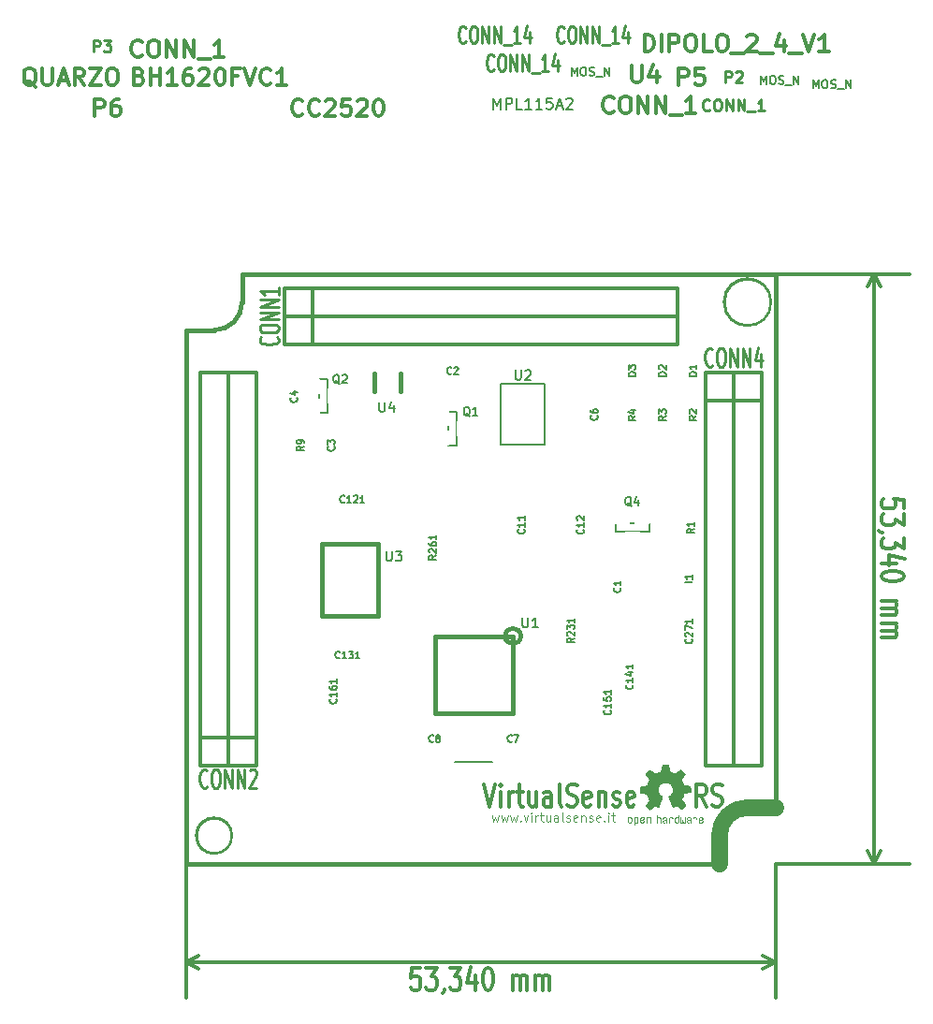
<source format=gto>
G04 (created by PCBNEW (2013-mar-13)-testing) date Fri 28 Jun 2013 11:02:49 AM CEST*
%MOIN*%
G04 Gerber Fmt 3.4, Leading zero omitted, Abs format*
%FSLAX34Y34*%
G01*
G70*
G90*
G04 APERTURE LIST*
%ADD10C,0.005906*%
%ADD11C,0.015000*%
%ADD12C,0.012000*%
%ADD13C,0.059055*%
%ADD14C,0.005000*%
%ADD15C,0.005900*%
%ADD16C,0.000100*%
%ADD17C,0.010000*%
%ADD18C,0.007500*%
%ADD19C,0.006000*%
%ADD20C,0.010700*%
%ADD21C,0.003937*%
%ADD22C,0.116000*%
%ADD23R,0.052000X0.052000*%
%ADD24R,0.027800X0.035700*%
%ADD25O,0.027000X0.055400*%
%ADD26O,0.055400X0.027000*%
%ADD27R,0.153800X0.153800*%
%ADD28R,0.047500X0.035700*%
%ADD29R,0.067200X0.079000*%
%ADD30C,0.078740*%
%ADD31C,0.156000*%
%ADD32C,0.075100*%
%ADD33R,0.075100X0.075100*%
%ADD34R,0.071000X0.051000*%
%ADD35R,0.051000X0.071000*%
G04 APERTURE END LIST*
G54D10*
G54D11*
X21000Y-19000D02*
X40000Y-19000D01*
X21000Y-19500D02*
X21000Y-19000D01*
X19000Y-21000D02*
X19500Y-21000D01*
X19000Y-40000D02*
X19000Y-21000D01*
X40000Y-19000D02*
X40000Y-38000D01*
X38000Y-40000D02*
X19000Y-40000D01*
X38000Y-39000D02*
X38000Y-40000D01*
X40000Y-38000D02*
X39000Y-38000D01*
X39000Y-38000D02*
G75*
G03X38000Y-39000I0J-1000D01*
G74*
G01*
X21000Y-19500D02*
X21000Y-20000D01*
X19500Y-21000D02*
X20000Y-21000D01*
X20000Y-21000D02*
G75*
G03X21000Y-20000I0J1000D01*
G74*
G01*
G54D12*
X27328Y-43700D02*
X27042Y-43700D01*
X27014Y-44081D01*
X27042Y-44043D01*
X27099Y-44005D01*
X27242Y-44005D01*
X27299Y-44043D01*
X27328Y-44081D01*
X27357Y-44158D01*
X27357Y-44348D01*
X27328Y-44424D01*
X27299Y-44462D01*
X27242Y-44500D01*
X27099Y-44500D01*
X27042Y-44462D01*
X27014Y-44424D01*
X27557Y-43700D02*
X27928Y-43700D01*
X27728Y-44005D01*
X27814Y-44005D01*
X27871Y-44043D01*
X27899Y-44081D01*
X27928Y-44158D01*
X27928Y-44348D01*
X27899Y-44424D01*
X27871Y-44462D01*
X27814Y-44500D01*
X27642Y-44500D01*
X27585Y-44462D01*
X27557Y-44424D01*
X28214Y-44462D02*
X28214Y-44500D01*
X28185Y-44577D01*
X28157Y-44615D01*
X28414Y-43700D02*
X28785Y-43700D01*
X28585Y-44005D01*
X28671Y-44005D01*
X28728Y-44043D01*
X28757Y-44081D01*
X28785Y-44158D01*
X28785Y-44348D01*
X28757Y-44424D01*
X28728Y-44462D01*
X28671Y-44500D01*
X28500Y-44500D01*
X28442Y-44462D01*
X28414Y-44424D01*
X29300Y-43967D02*
X29300Y-44500D01*
X29157Y-43662D02*
X29014Y-44234D01*
X29385Y-44234D01*
X29728Y-43700D02*
X29785Y-43700D01*
X29842Y-43739D01*
X29871Y-43777D01*
X29900Y-43853D01*
X29928Y-44005D01*
X29928Y-44196D01*
X29900Y-44348D01*
X29871Y-44424D01*
X29842Y-44462D01*
X29785Y-44500D01*
X29728Y-44500D01*
X29671Y-44462D01*
X29642Y-44424D01*
X29614Y-44348D01*
X29585Y-44196D01*
X29585Y-44005D01*
X29614Y-43853D01*
X29642Y-43777D01*
X29671Y-43739D01*
X29728Y-43700D01*
X30642Y-44500D02*
X30642Y-43967D01*
X30642Y-44043D02*
X30671Y-44005D01*
X30728Y-43967D01*
X30814Y-43967D01*
X30871Y-44005D01*
X30900Y-44081D01*
X30900Y-44500D01*
X30900Y-44081D02*
X30928Y-44005D01*
X30985Y-43967D01*
X31071Y-43967D01*
X31128Y-44005D01*
X31157Y-44081D01*
X31157Y-44500D01*
X31442Y-44500D02*
X31442Y-43967D01*
X31442Y-44043D02*
X31471Y-44005D01*
X31528Y-43967D01*
X31614Y-43967D01*
X31671Y-44005D01*
X31700Y-44081D01*
X31700Y-44500D01*
X31700Y-44081D02*
X31728Y-44005D01*
X31785Y-43967D01*
X31871Y-43967D01*
X31928Y-44005D01*
X31957Y-44081D01*
X31957Y-44500D01*
X19000Y-43499D02*
X40000Y-43499D01*
X19000Y-40000D02*
X19000Y-44779D01*
X40000Y-40000D02*
X40000Y-44779D01*
X40000Y-43499D02*
X39557Y-43729D01*
X40000Y-43499D02*
X39557Y-43269D01*
X19000Y-43499D02*
X19443Y-43729D01*
X19000Y-43499D02*
X19443Y-43269D01*
X44577Y-27328D02*
X44577Y-27042D01*
X44196Y-27014D01*
X44234Y-27042D01*
X44272Y-27099D01*
X44272Y-27242D01*
X44234Y-27299D01*
X44196Y-27328D01*
X44119Y-27357D01*
X43929Y-27357D01*
X43853Y-27328D01*
X43815Y-27299D01*
X43777Y-27242D01*
X43777Y-27099D01*
X43815Y-27042D01*
X43853Y-27014D01*
X44577Y-27557D02*
X44577Y-27928D01*
X44272Y-27728D01*
X44272Y-27814D01*
X44234Y-27871D01*
X44196Y-27899D01*
X44119Y-27928D01*
X43929Y-27928D01*
X43853Y-27899D01*
X43815Y-27871D01*
X43777Y-27814D01*
X43777Y-27642D01*
X43815Y-27585D01*
X43853Y-27557D01*
X43815Y-28214D02*
X43777Y-28214D01*
X43700Y-28185D01*
X43662Y-28157D01*
X44577Y-28414D02*
X44577Y-28785D01*
X44272Y-28585D01*
X44272Y-28671D01*
X44234Y-28728D01*
X44196Y-28757D01*
X44119Y-28785D01*
X43929Y-28785D01*
X43853Y-28757D01*
X43815Y-28728D01*
X43777Y-28671D01*
X43777Y-28500D01*
X43815Y-28442D01*
X43853Y-28414D01*
X44310Y-29300D02*
X43777Y-29300D01*
X44615Y-29157D02*
X44043Y-29014D01*
X44043Y-29385D01*
X44577Y-29728D02*
X44577Y-29785D01*
X44539Y-29842D01*
X44500Y-29871D01*
X44424Y-29900D01*
X44272Y-29928D01*
X44081Y-29928D01*
X43929Y-29900D01*
X43853Y-29871D01*
X43815Y-29842D01*
X43777Y-29785D01*
X43777Y-29728D01*
X43815Y-29671D01*
X43853Y-29642D01*
X43929Y-29614D01*
X44081Y-29585D01*
X44272Y-29585D01*
X44424Y-29614D01*
X44500Y-29642D01*
X44539Y-29671D01*
X44577Y-29728D01*
X43777Y-30642D02*
X44310Y-30642D01*
X44234Y-30642D02*
X44272Y-30671D01*
X44310Y-30728D01*
X44310Y-30814D01*
X44272Y-30871D01*
X44196Y-30900D01*
X43777Y-30900D01*
X44196Y-30900D02*
X44272Y-30928D01*
X44310Y-30985D01*
X44310Y-31071D01*
X44272Y-31128D01*
X44196Y-31157D01*
X43777Y-31157D01*
X43777Y-31442D02*
X44310Y-31442D01*
X44234Y-31442D02*
X44272Y-31471D01*
X44310Y-31528D01*
X44310Y-31614D01*
X44272Y-31671D01*
X44196Y-31700D01*
X43777Y-31700D01*
X44196Y-31700D02*
X44272Y-31728D01*
X44310Y-31785D01*
X44310Y-31871D01*
X44272Y-31928D01*
X44196Y-31957D01*
X43777Y-31957D01*
X43499Y-19000D02*
X43499Y-40000D01*
X40000Y-19000D02*
X44779Y-19000D01*
X40000Y-40000D02*
X44779Y-40000D01*
X43499Y-40000D02*
X43269Y-39557D01*
X43499Y-40000D02*
X43729Y-39557D01*
X43499Y-19000D02*
X43269Y-19443D01*
X43499Y-19000D02*
X43729Y-19443D01*
G54D13*
X38000Y-39000D02*
X38000Y-40000D01*
X39000Y-38000D02*
X40000Y-38000D01*
X39000Y-38000D02*
G75*
G03X38000Y-39000I0J-1000D01*
G74*
G01*
G54D11*
X20600Y-39000D02*
G75*
G03X20600Y-39000I-600J0D01*
G74*
G01*
G54D14*
X28580Y-36375D02*
X29920Y-36375D01*
X34293Y-27891D02*
X35493Y-27891D01*
X35493Y-27891D02*
X35493Y-28191D01*
X35493Y-28191D02*
X34293Y-28191D01*
X34293Y-28191D02*
X34293Y-27891D01*
X28350Y-25100D02*
X28350Y-23900D01*
X28350Y-23900D02*
X28650Y-23900D01*
X28650Y-23900D02*
X28650Y-25100D01*
X28650Y-25100D02*
X28350Y-25100D01*
X23758Y-23956D02*
X23758Y-22756D01*
X23758Y-22756D02*
X24058Y-22756D01*
X24058Y-22756D02*
X24058Y-23956D01*
X24058Y-23956D02*
X23758Y-23956D01*
G54D11*
X25699Y-22549D02*
X25699Y-23179D01*
X26644Y-22549D02*
X26644Y-23179D01*
X30926Y-31892D02*
G75*
G03X30926Y-31892I-278J0D01*
G74*
G01*
X30648Y-31892D02*
X30648Y-34648D01*
X30648Y-34648D02*
X27892Y-34648D01*
X27892Y-34648D02*
X27892Y-31892D01*
X27892Y-31892D02*
X30648Y-31892D01*
G54D15*
X31787Y-22917D02*
X31787Y-25083D01*
X31787Y-25083D02*
X30213Y-25083D01*
X30213Y-25083D02*
X30213Y-22917D01*
X30213Y-22917D02*
X31787Y-22917D01*
G54D11*
X25826Y-31161D02*
X23858Y-31161D01*
X23858Y-31161D02*
X23858Y-28601D01*
X23858Y-28601D02*
X25826Y-28601D01*
X25826Y-28601D02*
X25826Y-31161D01*
X39800Y-20000D02*
G75*
G03X39800Y-20000I-800J0D01*
G74*
G01*
G54D12*
X36500Y-19500D02*
X36500Y-21500D01*
X23500Y-19500D02*
X23500Y-21500D01*
X22500Y-19500D02*
X22500Y-21500D01*
X36500Y-21500D02*
X22500Y-21500D01*
X22500Y-20500D02*
X36500Y-20500D01*
X22500Y-19500D02*
X36500Y-19500D01*
X19500Y-22500D02*
X21500Y-22500D01*
X19500Y-35500D02*
X21500Y-35500D01*
X19500Y-36500D02*
X21500Y-36500D01*
X21500Y-22500D02*
X21500Y-36500D01*
X20500Y-36500D02*
X20500Y-22500D01*
X19500Y-36500D02*
X19500Y-22500D01*
X39500Y-36500D02*
X37500Y-36500D01*
X39500Y-23500D02*
X37500Y-23500D01*
X39500Y-22500D02*
X37500Y-22500D01*
X37500Y-36500D02*
X37500Y-22500D01*
X38500Y-22500D02*
X38500Y-36500D01*
X39500Y-22500D02*
X39500Y-36500D01*
G54D16*
G36*
X35990Y-36470D02*
X36000Y-36470D01*
X36000Y-36480D01*
X35990Y-36480D01*
X35990Y-36470D01*
X35990Y-36470D01*
G37*
G36*
X36000Y-36470D02*
X36010Y-36470D01*
X36010Y-36480D01*
X36000Y-36480D01*
X36000Y-36470D01*
X36000Y-36470D01*
G37*
G36*
X36010Y-36470D02*
X36020Y-36470D01*
X36020Y-36480D01*
X36010Y-36480D01*
X36010Y-36470D01*
X36010Y-36470D01*
G37*
G36*
X36020Y-36470D02*
X36030Y-36470D01*
X36030Y-36480D01*
X36020Y-36480D01*
X36020Y-36470D01*
X36020Y-36470D01*
G37*
G36*
X36030Y-36470D02*
X36040Y-36470D01*
X36040Y-36480D01*
X36030Y-36480D01*
X36030Y-36470D01*
X36030Y-36470D01*
G37*
G36*
X36040Y-36470D02*
X36050Y-36470D01*
X36050Y-36480D01*
X36040Y-36480D01*
X36040Y-36470D01*
X36040Y-36470D01*
G37*
G36*
X36050Y-36470D02*
X36060Y-36470D01*
X36060Y-36480D01*
X36050Y-36480D01*
X36050Y-36470D01*
X36050Y-36470D01*
G37*
G36*
X36060Y-36470D02*
X36070Y-36470D01*
X36070Y-36480D01*
X36060Y-36480D01*
X36060Y-36470D01*
X36060Y-36470D01*
G37*
G36*
X36070Y-36470D02*
X36080Y-36470D01*
X36080Y-36480D01*
X36070Y-36480D01*
X36070Y-36470D01*
X36070Y-36470D01*
G37*
G36*
X36080Y-36470D02*
X36090Y-36470D01*
X36090Y-36480D01*
X36080Y-36480D01*
X36080Y-36470D01*
X36080Y-36470D01*
G37*
G36*
X36090Y-36470D02*
X36100Y-36470D01*
X36100Y-36480D01*
X36090Y-36480D01*
X36090Y-36470D01*
X36090Y-36470D01*
G37*
G36*
X36100Y-36470D02*
X36110Y-36470D01*
X36110Y-36480D01*
X36100Y-36480D01*
X36100Y-36470D01*
X36100Y-36470D01*
G37*
G36*
X36110Y-36470D02*
X36120Y-36470D01*
X36120Y-36480D01*
X36110Y-36480D01*
X36110Y-36470D01*
X36110Y-36470D01*
G37*
G36*
X36120Y-36470D02*
X36130Y-36470D01*
X36130Y-36480D01*
X36120Y-36480D01*
X36120Y-36470D01*
X36120Y-36470D01*
G37*
G36*
X36130Y-36470D02*
X36140Y-36470D01*
X36140Y-36480D01*
X36130Y-36480D01*
X36130Y-36470D01*
X36130Y-36470D01*
G37*
G36*
X36140Y-36470D02*
X36150Y-36470D01*
X36150Y-36480D01*
X36140Y-36480D01*
X36140Y-36470D01*
X36140Y-36470D01*
G37*
G36*
X36150Y-36470D02*
X36160Y-36470D01*
X36160Y-36480D01*
X36150Y-36480D01*
X36150Y-36470D01*
X36150Y-36470D01*
G37*
G36*
X36160Y-36470D02*
X36170Y-36470D01*
X36170Y-36480D01*
X36160Y-36480D01*
X36160Y-36470D01*
X36160Y-36470D01*
G37*
G36*
X36170Y-36470D02*
X36180Y-36470D01*
X36180Y-36480D01*
X36170Y-36480D01*
X36170Y-36470D01*
X36170Y-36470D01*
G37*
G36*
X36180Y-36470D02*
X36190Y-36470D01*
X36190Y-36480D01*
X36180Y-36480D01*
X36180Y-36470D01*
X36180Y-36470D01*
G37*
G36*
X35970Y-36480D02*
X35980Y-36480D01*
X35980Y-36490D01*
X35970Y-36490D01*
X35970Y-36480D01*
X35970Y-36480D01*
G37*
G36*
X35980Y-36480D02*
X35990Y-36480D01*
X35990Y-36490D01*
X35980Y-36490D01*
X35980Y-36480D01*
X35980Y-36480D01*
G37*
G36*
X35990Y-36480D02*
X36000Y-36480D01*
X36000Y-36490D01*
X35990Y-36490D01*
X35990Y-36480D01*
X35990Y-36480D01*
G37*
G36*
X36000Y-36480D02*
X36010Y-36480D01*
X36010Y-36490D01*
X36000Y-36490D01*
X36000Y-36480D01*
X36000Y-36480D01*
G37*
G36*
X36010Y-36480D02*
X36020Y-36480D01*
X36020Y-36490D01*
X36010Y-36490D01*
X36010Y-36480D01*
X36010Y-36480D01*
G37*
G36*
X36020Y-36480D02*
X36030Y-36480D01*
X36030Y-36490D01*
X36020Y-36490D01*
X36020Y-36480D01*
X36020Y-36480D01*
G37*
G36*
X36030Y-36480D02*
X36040Y-36480D01*
X36040Y-36490D01*
X36030Y-36490D01*
X36030Y-36480D01*
X36030Y-36480D01*
G37*
G36*
X36040Y-36480D02*
X36050Y-36480D01*
X36050Y-36490D01*
X36040Y-36490D01*
X36040Y-36480D01*
X36040Y-36480D01*
G37*
G36*
X36050Y-36480D02*
X36060Y-36480D01*
X36060Y-36490D01*
X36050Y-36490D01*
X36050Y-36480D01*
X36050Y-36480D01*
G37*
G36*
X36060Y-36480D02*
X36070Y-36480D01*
X36070Y-36490D01*
X36060Y-36490D01*
X36060Y-36480D01*
X36060Y-36480D01*
G37*
G36*
X36070Y-36480D02*
X36080Y-36480D01*
X36080Y-36490D01*
X36070Y-36490D01*
X36070Y-36480D01*
X36070Y-36480D01*
G37*
G36*
X36080Y-36480D02*
X36090Y-36480D01*
X36090Y-36490D01*
X36080Y-36490D01*
X36080Y-36480D01*
X36080Y-36480D01*
G37*
G36*
X36090Y-36480D02*
X36100Y-36480D01*
X36100Y-36490D01*
X36090Y-36490D01*
X36090Y-36480D01*
X36090Y-36480D01*
G37*
G36*
X36100Y-36480D02*
X36110Y-36480D01*
X36110Y-36490D01*
X36100Y-36490D01*
X36100Y-36480D01*
X36100Y-36480D01*
G37*
G36*
X36110Y-36480D02*
X36120Y-36480D01*
X36120Y-36490D01*
X36110Y-36490D01*
X36110Y-36480D01*
X36110Y-36480D01*
G37*
G36*
X36120Y-36480D02*
X36130Y-36480D01*
X36130Y-36490D01*
X36120Y-36490D01*
X36120Y-36480D01*
X36120Y-36480D01*
G37*
G36*
X36130Y-36480D02*
X36140Y-36480D01*
X36140Y-36490D01*
X36130Y-36490D01*
X36130Y-36480D01*
X36130Y-36480D01*
G37*
G36*
X36140Y-36480D02*
X36150Y-36480D01*
X36150Y-36490D01*
X36140Y-36490D01*
X36140Y-36480D01*
X36140Y-36480D01*
G37*
G36*
X36150Y-36480D02*
X36160Y-36480D01*
X36160Y-36490D01*
X36150Y-36490D01*
X36150Y-36480D01*
X36150Y-36480D01*
G37*
G36*
X36160Y-36480D02*
X36170Y-36480D01*
X36170Y-36490D01*
X36160Y-36490D01*
X36160Y-36480D01*
X36160Y-36480D01*
G37*
G36*
X36170Y-36480D02*
X36180Y-36480D01*
X36180Y-36490D01*
X36170Y-36490D01*
X36170Y-36480D01*
X36170Y-36480D01*
G37*
G36*
X36180Y-36480D02*
X36190Y-36480D01*
X36190Y-36490D01*
X36180Y-36490D01*
X36180Y-36480D01*
X36180Y-36480D01*
G37*
G36*
X36190Y-36480D02*
X36200Y-36480D01*
X36200Y-36490D01*
X36190Y-36490D01*
X36190Y-36480D01*
X36190Y-36480D01*
G37*
G36*
X36200Y-36480D02*
X36210Y-36480D01*
X36210Y-36490D01*
X36200Y-36490D01*
X36200Y-36480D01*
X36200Y-36480D01*
G37*
G36*
X35960Y-36490D02*
X35970Y-36490D01*
X35970Y-36500D01*
X35960Y-36500D01*
X35960Y-36490D01*
X35960Y-36490D01*
G37*
G36*
X35970Y-36490D02*
X35980Y-36490D01*
X35980Y-36500D01*
X35970Y-36500D01*
X35970Y-36490D01*
X35970Y-36490D01*
G37*
G36*
X35980Y-36490D02*
X35990Y-36490D01*
X35990Y-36500D01*
X35980Y-36500D01*
X35980Y-36490D01*
X35980Y-36490D01*
G37*
G36*
X35990Y-36490D02*
X36000Y-36490D01*
X36000Y-36500D01*
X35990Y-36500D01*
X35990Y-36490D01*
X35990Y-36490D01*
G37*
G36*
X36000Y-36490D02*
X36010Y-36490D01*
X36010Y-36500D01*
X36000Y-36500D01*
X36000Y-36490D01*
X36000Y-36490D01*
G37*
G36*
X36010Y-36490D02*
X36020Y-36490D01*
X36020Y-36500D01*
X36010Y-36500D01*
X36010Y-36490D01*
X36010Y-36490D01*
G37*
G36*
X36020Y-36490D02*
X36030Y-36490D01*
X36030Y-36500D01*
X36020Y-36500D01*
X36020Y-36490D01*
X36020Y-36490D01*
G37*
G36*
X36030Y-36490D02*
X36040Y-36490D01*
X36040Y-36500D01*
X36030Y-36500D01*
X36030Y-36490D01*
X36030Y-36490D01*
G37*
G36*
X36040Y-36490D02*
X36050Y-36490D01*
X36050Y-36500D01*
X36040Y-36500D01*
X36040Y-36490D01*
X36040Y-36490D01*
G37*
G36*
X36050Y-36490D02*
X36060Y-36490D01*
X36060Y-36500D01*
X36050Y-36500D01*
X36050Y-36490D01*
X36050Y-36490D01*
G37*
G36*
X36060Y-36490D02*
X36070Y-36490D01*
X36070Y-36500D01*
X36060Y-36500D01*
X36060Y-36490D01*
X36060Y-36490D01*
G37*
G36*
X36070Y-36490D02*
X36080Y-36490D01*
X36080Y-36500D01*
X36070Y-36500D01*
X36070Y-36490D01*
X36070Y-36490D01*
G37*
G36*
X36080Y-36490D02*
X36090Y-36490D01*
X36090Y-36500D01*
X36080Y-36500D01*
X36080Y-36490D01*
X36080Y-36490D01*
G37*
G36*
X36090Y-36490D02*
X36100Y-36490D01*
X36100Y-36500D01*
X36090Y-36500D01*
X36090Y-36490D01*
X36090Y-36490D01*
G37*
G36*
X36100Y-36490D02*
X36110Y-36490D01*
X36110Y-36500D01*
X36100Y-36500D01*
X36100Y-36490D01*
X36100Y-36490D01*
G37*
G36*
X36110Y-36490D02*
X36120Y-36490D01*
X36120Y-36500D01*
X36110Y-36500D01*
X36110Y-36490D01*
X36110Y-36490D01*
G37*
G36*
X36120Y-36490D02*
X36130Y-36490D01*
X36130Y-36500D01*
X36120Y-36500D01*
X36120Y-36490D01*
X36120Y-36490D01*
G37*
G36*
X36130Y-36490D02*
X36140Y-36490D01*
X36140Y-36500D01*
X36130Y-36500D01*
X36130Y-36490D01*
X36130Y-36490D01*
G37*
G36*
X36140Y-36490D02*
X36150Y-36490D01*
X36150Y-36500D01*
X36140Y-36500D01*
X36140Y-36490D01*
X36140Y-36490D01*
G37*
G36*
X36150Y-36490D02*
X36160Y-36490D01*
X36160Y-36500D01*
X36150Y-36500D01*
X36150Y-36490D01*
X36150Y-36490D01*
G37*
G36*
X36160Y-36490D02*
X36170Y-36490D01*
X36170Y-36500D01*
X36160Y-36500D01*
X36160Y-36490D01*
X36160Y-36490D01*
G37*
G36*
X36170Y-36490D02*
X36180Y-36490D01*
X36180Y-36500D01*
X36170Y-36500D01*
X36170Y-36490D01*
X36170Y-36490D01*
G37*
G36*
X36180Y-36490D02*
X36190Y-36490D01*
X36190Y-36500D01*
X36180Y-36500D01*
X36180Y-36490D01*
X36180Y-36490D01*
G37*
G36*
X36190Y-36490D02*
X36200Y-36490D01*
X36200Y-36500D01*
X36190Y-36500D01*
X36190Y-36490D01*
X36190Y-36490D01*
G37*
G36*
X36200Y-36490D02*
X36210Y-36490D01*
X36210Y-36500D01*
X36200Y-36500D01*
X36200Y-36490D01*
X36200Y-36490D01*
G37*
G36*
X35960Y-36500D02*
X35970Y-36500D01*
X35970Y-36510D01*
X35960Y-36510D01*
X35960Y-36500D01*
X35960Y-36500D01*
G37*
G36*
X35970Y-36500D02*
X35980Y-36500D01*
X35980Y-36510D01*
X35970Y-36510D01*
X35970Y-36500D01*
X35970Y-36500D01*
G37*
G36*
X35980Y-36500D02*
X35990Y-36500D01*
X35990Y-36510D01*
X35980Y-36510D01*
X35980Y-36500D01*
X35980Y-36500D01*
G37*
G36*
X35990Y-36500D02*
X36000Y-36500D01*
X36000Y-36510D01*
X35990Y-36510D01*
X35990Y-36500D01*
X35990Y-36500D01*
G37*
G36*
X36000Y-36500D02*
X36010Y-36500D01*
X36010Y-36510D01*
X36000Y-36510D01*
X36000Y-36500D01*
X36000Y-36500D01*
G37*
G36*
X36010Y-36500D02*
X36020Y-36500D01*
X36020Y-36510D01*
X36010Y-36510D01*
X36010Y-36500D01*
X36010Y-36500D01*
G37*
G36*
X36020Y-36500D02*
X36030Y-36500D01*
X36030Y-36510D01*
X36020Y-36510D01*
X36020Y-36500D01*
X36020Y-36500D01*
G37*
G36*
X36030Y-36500D02*
X36040Y-36500D01*
X36040Y-36510D01*
X36030Y-36510D01*
X36030Y-36500D01*
X36030Y-36500D01*
G37*
G36*
X36040Y-36500D02*
X36050Y-36500D01*
X36050Y-36510D01*
X36040Y-36510D01*
X36040Y-36500D01*
X36040Y-36500D01*
G37*
G36*
X36050Y-36500D02*
X36060Y-36500D01*
X36060Y-36510D01*
X36050Y-36510D01*
X36050Y-36500D01*
X36050Y-36500D01*
G37*
G36*
X36060Y-36500D02*
X36070Y-36500D01*
X36070Y-36510D01*
X36060Y-36510D01*
X36060Y-36500D01*
X36060Y-36500D01*
G37*
G36*
X36070Y-36500D02*
X36080Y-36500D01*
X36080Y-36510D01*
X36070Y-36510D01*
X36070Y-36500D01*
X36070Y-36500D01*
G37*
G36*
X36080Y-36500D02*
X36090Y-36500D01*
X36090Y-36510D01*
X36080Y-36510D01*
X36080Y-36500D01*
X36080Y-36500D01*
G37*
G36*
X36090Y-36500D02*
X36100Y-36500D01*
X36100Y-36510D01*
X36090Y-36510D01*
X36090Y-36500D01*
X36090Y-36500D01*
G37*
G36*
X36100Y-36500D02*
X36110Y-36500D01*
X36110Y-36510D01*
X36100Y-36510D01*
X36100Y-36500D01*
X36100Y-36500D01*
G37*
G36*
X36110Y-36500D02*
X36120Y-36500D01*
X36120Y-36510D01*
X36110Y-36510D01*
X36110Y-36500D01*
X36110Y-36500D01*
G37*
G36*
X36120Y-36500D02*
X36130Y-36500D01*
X36130Y-36510D01*
X36120Y-36510D01*
X36120Y-36500D01*
X36120Y-36500D01*
G37*
G36*
X36130Y-36500D02*
X36140Y-36500D01*
X36140Y-36510D01*
X36130Y-36510D01*
X36130Y-36500D01*
X36130Y-36500D01*
G37*
G36*
X36140Y-36500D02*
X36150Y-36500D01*
X36150Y-36510D01*
X36140Y-36510D01*
X36140Y-36500D01*
X36140Y-36500D01*
G37*
G36*
X36150Y-36500D02*
X36160Y-36500D01*
X36160Y-36510D01*
X36150Y-36510D01*
X36150Y-36500D01*
X36150Y-36500D01*
G37*
G36*
X36160Y-36500D02*
X36170Y-36500D01*
X36170Y-36510D01*
X36160Y-36510D01*
X36160Y-36500D01*
X36160Y-36500D01*
G37*
G36*
X36170Y-36500D02*
X36180Y-36500D01*
X36180Y-36510D01*
X36170Y-36510D01*
X36170Y-36500D01*
X36170Y-36500D01*
G37*
G36*
X36180Y-36500D02*
X36190Y-36500D01*
X36190Y-36510D01*
X36180Y-36510D01*
X36180Y-36500D01*
X36180Y-36500D01*
G37*
G36*
X36190Y-36500D02*
X36200Y-36500D01*
X36200Y-36510D01*
X36190Y-36510D01*
X36190Y-36500D01*
X36190Y-36500D01*
G37*
G36*
X36200Y-36500D02*
X36210Y-36500D01*
X36210Y-36510D01*
X36200Y-36510D01*
X36200Y-36500D01*
X36200Y-36500D01*
G37*
G36*
X35960Y-36510D02*
X35970Y-36510D01*
X35970Y-36520D01*
X35960Y-36520D01*
X35960Y-36510D01*
X35960Y-36510D01*
G37*
G36*
X35970Y-36510D02*
X35980Y-36510D01*
X35980Y-36520D01*
X35970Y-36520D01*
X35970Y-36510D01*
X35970Y-36510D01*
G37*
G36*
X35980Y-36510D02*
X35990Y-36510D01*
X35990Y-36520D01*
X35980Y-36520D01*
X35980Y-36510D01*
X35980Y-36510D01*
G37*
G36*
X35990Y-36510D02*
X36000Y-36510D01*
X36000Y-36520D01*
X35990Y-36520D01*
X35990Y-36510D01*
X35990Y-36510D01*
G37*
G36*
X36000Y-36510D02*
X36010Y-36510D01*
X36010Y-36520D01*
X36000Y-36520D01*
X36000Y-36510D01*
X36000Y-36510D01*
G37*
G36*
X36010Y-36510D02*
X36020Y-36510D01*
X36020Y-36520D01*
X36010Y-36520D01*
X36010Y-36510D01*
X36010Y-36510D01*
G37*
G36*
X36020Y-36510D02*
X36030Y-36510D01*
X36030Y-36520D01*
X36020Y-36520D01*
X36020Y-36510D01*
X36020Y-36510D01*
G37*
G36*
X36030Y-36510D02*
X36040Y-36510D01*
X36040Y-36520D01*
X36030Y-36520D01*
X36030Y-36510D01*
X36030Y-36510D01*
G37*
G36*
X36040Y-36510D02*
X36050Y-36510D01*
X36050Y-36520D01*
X36040Y-36520D01*
X36040Y-36510D01*
X36040Y-36510D01*
G37*
G36*
X36050Y-36510D02*
X36060Y-36510D01*
X36060Y-36520D01*
X36050Y-36520D01*
X36050Y-36510D01*
X36050Y-36510D01*
G37*
G36*
X36060Y-36510D02*
X36070Y-36510D01*
X36070Y-36520D01*
X36060Y-36520D01*
X36060Y-36510D01*
X36060Y-36510D01*
G37*
G36*
X36070Y-36510D02*
X36080Y-36510D01*
X36080Y-36520D01*
X36070Y-36520D01*
X36070Y-36510D01*
X36070Y-36510D01*
G37*
G36*
X36080Y-36510D02*
X36090Y-36510D01*
X36090Y-36520D01*
X36080Y-36520D01*
X36080Y-36510D01*
X36080Y-36510D01*
G37*
G36*
X36090Y-36510D02*
X36100Y-36510D01*
X36100Y-36520D01*
X36090Y-36520D01*
X36090Y-36510D01*
X36090Y-36510D01*
G37*
G36*
X36100Y-36510D02*
X36110Y-36510D01*
X36110Y-36520D01*
X36100Y-36520D01*
X36100Y-36510D01*
X36100Y-36510D01*
G37*
G36*
X36110Y-36510D02*
X36120Y-36510D01*
X36120Y-36520D01*
X36110Y-36520D01*
X36110Y-36510D01*
X36110Y-36510D01*
G37*
G36*
X36120Y-36510D02*
X36130Y-36510D01*
X36130Y-36520D01*
X36120Y-36520D01*
X36120Y-36510D01*
X36120Y-36510D01*
G37*
G36*
X36130Y-36510D02*
X36140Y-36510D01*
X36140Y-36520D01*
X36130Y-36520D01*
X36130Y-36510D01*
X36130Y-36510D01*
G37*
G36*
X36140Y-36510D02*
X36150Y-36510D01*
X36150Y-36520D01*
X36140Y-36520D01*
X36140Y-36510D01*
X36140Y-36510D01*
G37*
G36*
X36150Y-36510D02*
X36160Y-36510D01*
X36160Y-36520D01*
X36150Y-36520D01*
X36150Y-36510D01*
X36150Y-36510D01*
G37*
G36*
X36160Y-36510D02*
X36170Y-36510D01*
X36170Y-36520D01*
X36160Y-36520D01*
X36160Y-36510D01*
X36160Y-36510D01*
G37*
G36*
X36170Y-36510D02*
X36180Y-36510D01*
X36180Y-36520D01*
X36170Y-36520D01*
X36170Y-36510D01*
X36170Y-36510D01*
G37*
G36*
X36180Y-36510D02*
X36190Y-36510D01*
X36190Y-36520D01*
X36180Y-36520D01*
X36180Y-36510D01*
X36180Y-36510D01*
G37*
G36*
X36190Y-36510D02*
X36200Y-36510D01*
X36200Y-36520D01*
X36190Y-36520D01*
X36190Y-36510D01*
X36190Y-36510D01*
G37*
G36*
X36200Y-36510D02*
X36210Y-36510D01*
X36210Y-36520D01*
X36200Y-36520D01*
X36200Y-36510D01*
X36200Y-36510D01*
G37*
G36*
X35960Y-36520D02*
X35970Y-36520D01*
X35970Y-36530D01*
X35960Y-36530D01*
X35960Y-36520D01*
X35960Y-36520D01*
G37*
G36*
X35970Y-36520D02*
X35980Y-36520D01*
X35980Y-36530D01*
X35970Y-36530D01*
X35970Y-36520D01*
X35970Y-36520D01*
G37*
G36*
X35980Y-36520D02*
X35990Y-36520D01*
X35990Y-36530D01*
X35980Y-36530D01*
X35980Y-36520D01*
X35980Y-36520D01*
G37*
G36*
X35990Y-36520D02*
X36000Y-36520D01*
X36000Y-36530D01*
X35990Y-36530D01*
X35990Y-36520D01*
X35990Y-36520D01*
G37*
G36*
X36000Y-36520D02*
X36010Y-36520D01*
X36010Y-36530D01*
X36000Y-36530D01*
X36000Y-36520D01*
X36000Y-36520D01*
G37*
G36*
X36010Y-36520D02*
X36020Y-36520D01*
X36020Y-36530D01*
X36010Y-36530D01*
X36010Y-36520D01*
X36010Y-36520D01*
G37*
G36*
X36020Y-36520D02*
X36030Y-36520D01*
X36030Y-36530D01*
X36020Y-36530D01*
X36020Y-36520D01*
X36020Y-36520D01*
G37*
G36*
X36030Y-36520D02*
X36040Y-36520D01*
X36040Y-36530D01*
X36030Y-36530D01*
X36030Y-36520D01*
X36030Y-36520D01*
G37*
G36*
X36040Y-36520D02*
X36050Y-36520D01*
X36050Y-36530D01*
X36040Y-36530D01*
X36040Y-36520D01*
X36040Y-36520D01*
G37*
G36*
X36050Y-36520D02*
X36060Y-36520D01*
X36060Y-36530D01*
X36050Y-36530D01*
X36050Y-36520D01*
X36050Y-36520D01*
G37*
G36*
X36060Y-36520D02*
X36070Y-36520D01*
X36070Y-36530D01*
X36060Y-36530D01*
X36060Y-36520D01*
X36060Y-36520D01*
G37*
G36*
X36070Y-36520D02*
X36080Y-36520D01*
X36080Y-36530D01*
X36070Y-36530D01*
X36070Y-36520D01*
X36070Y-36520D01*
G37*
G36*
X36080Y-36520D02*
X36090Y-36520D01*
X36090Y-36530D01*
X36080Y-36530D01*
X36080Y-36520D01*
X36080Y-36520D01*
G37*
G36*
X36090Y-36520D02*
X36100Y-36520D01*
X36100Y-36530D01*
X36090Y-36530D01*
X36090Y-36520D01*
X36090Y-36520D01*
G37*
G36*
X36100Y-36520D02*
X36110Y-36520D01*
X36110Y-36530D01*
X36100Y-36530D01*
X36100Y-36520D01*
X36100Y-36520D01*
G37*
G36*
X36110Y-36520D02*
X36120Y-36520D01*
X36120Y-36530D01*
X36110Y-36530D01*
X36110Y-36520D01*
X36110Y-36520D01*
G37*
G36*
X36120Y-36520D02*
X36130Y-36520D01*
X36130Y-36530D01*
X36120Y-36530D01*
X36120Y-36520D01*
X36120Y-36520D01*
G37*
G36*
X36130Y-36520D02*
X36140Y-36520D01*
X36140Y-36530D01*
X36130Y-36530D01*
X36130Y-36520D01*
X36130Y-36520D01*
G37*
G36*
X36140Y-36520D02*
X36150Y-36520D01*
X36150Y-36530D01*
X36140Y-36530D01*
X36140Y-36520D01*
X36140Y-36520D01*
G37*
G36*
X36150Y-36520D02*
X36160Y-36520D01*
X36160Y-36530D01*
X36150Y-36530D01*
X36150Y-36520D01*
X36150Y-36520D01*
G37*
G36*
X36160Y-36520D02*
X36170Y-36520D01*
X36170Y-36530D01*
X36160Y-36530D01*
X36160Y-36520D01*
X36160Y-36520D01*
G37*
G36*
X36170Y-36520D02*
X36180Y-36520D01*
X36180Y-36530D01*
X36170Y-36530D01*
X36170Y-36520D01*
X36170Y-36520D01*
G37*
G36*
X36180Y-36520D02*
X36190Y-36520D01*
X36190Y-36530D01*
X36180Y-36530D01*
X36180Y-36520D01*
X36180Y-36520D01*
G37*
G36*
X36190Y-36520D02*
X36200Y-36520D01*
X36200Y-36530D01*
X36190Y-36530D01*
X36190Y-36520D01*
X36190Y-36520D01*
G37*
G36*
X36200Y-36520D02*
X36210Y-36520D01*
X36210Y-36530D01*
X36200Y-36530D01*
X36200Y-36520D01*
X36200Y-36520D01*
G37*
G36*
X35950Y-36530D02*
X35960Y-36530D01*
X35960Y-36540D01*
X35950Y-36540D01*
X35950Y-36530D01*
X35950Y-36530D01*
G37*
G36*
X35960Y-36530D02*
X35970Y-36530D01*
X35970Y-36540D01*
X35960Y-36540D01*
X35960Y-36530D01*
X35960Y-36530D01*
G37*
G36*
X35970Y-36530D02*
X35980Y-36530D01*
X35980Y-36540D01*
X35970Y-36540D01*
X35970Y-36530D01*
X35970Y-36530D01*
G37*
G36*
X35980Y-36530D02*
X35990Y-36530D01*
X35990Y-36540D01*
X35980Y-36540D01*
X35980Y-36530D01*
X35980Y-36530D01*
G37*
G36*
X35990Y-36530D02*
X36000Y-36530D01*
X36000Y-36540D01*
X35990Y-36540D01*
X35990Y-36530D01*
X35990Y-36530D01*
G37*
G36*
X36000Y-36530D02*
X36010Y-36530D01*
X36010Y-36540D01*
X36000Y-36540D01*
X36000Y-36530D01*
X36000Y-36530D01*
G37*
G36*
X36010Y-36530D02*
X36020Y-36530D01*
X36020Y-36540D01*
X36010Y-36540D01*
X36010Y-36530D01*
X36010Y-36530D01*
G37*
G36*
X36020Y-36530D02*
X36030Y-36530D01*
X36030Y-36540D01*
X36020Y-36540D01*
X36020Y-36530D01*
X36020Y-36530D01*
G37*
G36*
X36030Y-36530D02*
X36040Y-36530D01*
X36040Y-36540D01*
X36030Y-36540D01*
X36030Y-36530D01*
X36030Y-36530D01*
G37*
G36*
X36040Y-36530D02*
X36050Y-36530D01*
X36050Y-36540D01*
X36040Y-36540D01*
X36040Y-36530D01*
X36040Y-36530D01*
G37*
G36*
X36050Y-36530D02*
X36060Y-36530D01*
X36060Y-36540D01*
X36050Y-36540D01*
X36050Y-36530D01*
X36050Y-36530D01*
G37*
G36*
X36060Y-36530D02*
X36070Y-36530D01*
X36070Y-36540D01*
X36060Y-36540D01*
X36060Y-36530D01*
X36060Y-36530D01*
G37*
G36*
X36070Y-36530D02*
X36080Y-36530D01*
X36080Y-36540D01*
X36070Y-36540D01*
X36070Y-36530D01*
X36070Y-36530D01*
G37*
G36*
X36080Y-36530D02*
X36090Y-36530D01*
X36090Y-36540D01*
X36080Y-36540D01*
X36080Y-36530D01*
X36080Y-36530D01*
G37*
G36*
X36090Y-36530D02*
X36100Y-36530D01*
X36100Y-36540D01*
X36090Y-36540D01*
X36090Y-36530D01*
X36090Y-36530D01*
G37*
G36*
X36100Y-36530D02*
X36110Y-36530D01*
X36110Y-36540D01*
X36100Y-36540D01*
X36100Y-36530D01*
X36100Y-36530D01*
G37*
G36*
X36110Y-36530D02*
X36120Y-36530D01*
X36120Y-36540D01*
X36110Y-36540D01*
X36110Y-36530D01*
X36110Y-36530D01*
G37*
G36*
X36120Y-36530D02*
X36130Y-36530D01*
X36130Y-36540D01*
X36120Y-36540D01*
X36120Y-36530D01*
X36120Y-36530D01*
G37*
G36*
X36130Y-36530D02*
X36140Y-36530D01*
X36140Y-36540D01*
X36130Y-36540D01*
X36130Y-36530D01*
X36130Y-36530D01*
G37*
G36*
X36140Y-36530D02*
X36150Y-36530D01*
X36150Y-36540D01*
X36140Y-36540D01*
X36140Y-36530D01*
X36140Y-36530D01*
G37*
G36*
X36150Y-36530D02*
X36160Y-36530D01*
X36160Y-36540D01*
X36150Y-36540D01*
X36150Y-36530D01*
X36150Y-36530D01*
G37*
G36*
X36160Y-36530D02*
X36170Y-36530D01*
X36170Y-36540D01*
X36160Y-36540D01*
X36160Y-36530D01*
X36160Y-36530D01*
G37*
G36*
X36170Y-36530D02*
X36180Y-36530D01*
X36180Y-36540D01*
X36170Y-36540D01*
X36170Y-36530D01*
X36170Y-36530D01*
G37*
G36*
X36180Y-36530D02*
X36190Y-36530D01*
X36190Y-36540D01*
X36180Y-36540D01*
X36180Y-36530D01*
X36180Y-36530D01*
G37*
G36*
X36190Y-36530D02*
X36200Y-36530D01*
X36200Y-36540D01*
X36190Y-36540D01*
X36190Y-36530D01*
X36190Y-36530D01*
G37*
G36*
X36200Y-36530D02*
X36210Y-36530D01*
X36210Y-36540D01*
X36200Y-36540D01*
X36200Y-36530D01*
X36200Y-36530D01*
G37*
G36*
X36210Y-36530D02*
X36220Y-36530D01*
X36220Y-36540D01*
X36210Y-36540D01*
X36210Y-36530D01*
X36210Y-36530D01*
G37*
G36*
X35950Y-36540D02*
X35960Y-36540D01*
X35960Y-36550D01*
X35950Y-36550D01*
X35950Y-36540D01*
X35950Y-36540D01*
G37*
G36*
X35960Y-36540D02*
X35970Y-36540D01*
X35970Y-36550D01*
X35960Y-36550D01*
X35960Y-36540D01*
X35960Y-36540D01*
G37*
G36*
X35970Y-36540D02*
X35980Y-36540D01*
X35980Y-36550D01*
X35970Y-36550D01*
X35970Y-36540D01*
X35970Y-36540D01*
G37*
G36*
X35980Y-36540D02*
X35990Y-36540D01*
X35990Y-36550D01*
X35980Y-36550D01*
X35980Y-36540D01*
X35980Y-36540D01*
G37*
G36*
X35990Y-36540D02*
X36000Y-36540D01*
X36000Y-36550D01*
X35990Y-36550D01*
X35990Y-36540D01*
X35990Y-36540D01*
G37*
G36*
X36000Y-36540D02*
X36010Y-36540D01*
X36010Y-36550D01*
X36000Y-36550D01*
X36000Y-36540D01*
X36000Y-36540D01*
G37*
G36*
X36010Y-36540D02*
X36020Y-36540D01*
X36020Y-36550D01*
X36010Y-36550D01*
X36010Y-36540D01*
X36010Y-36540D01*
G37*
G36*
X36020Y-36540D02*
X36030Y-36540D01*
X36030Y-36550D01*
X36020Y-36550D01*
X36020Y-36540D01*
X36020Y-36540D01*
G37*
G36*
X36030Y-36540D02*
X36040Y-36540D01*
X36040Y-36550D01*
X36030Y-36550D01*
X36030Y-36540D01*
X36030Y-36540D01*
G37*
G36*
X36040Y-36540D02*
X36050Y-36540D01*
X36050Y-36550D01*
X36040Y-36550D01*
X36040Y-36540D01*
X36040Y-36540D01*
G37*
G36*
X36050Y-36540D02*
X36060Y-36540D01*
X36060Y-36550D01*
X36050Y-36550D01*
X36050Y-36540D01*
X36050Y-36540D01*
G37*
G36*
X36060Y-36540D02*
X36070Y-36540D01*
X36070Y-36550D01*
X36060Y-36550D01*
X36060Y-36540D01*
X36060Y-36540D01*
G37*
G36*
X36070Y-36540D02*
X36080Y-36540D01*
X36080Y-36550D01*
X36070Y-36550D01*
X36070Y-36540D01*
X36070Y-36540D01*
G37*
G36*
X36080Y-36540D02*
X36090Y-36540D01*
X36090Y-36550D01*
X36080Y-36550D01*
X36080Y-36540D01*
X36080Y-36540D01*
G37*
G36*
X36090Y-36540D02*
X36100Y-36540D01*
X36100Y-36550D01*
X36090Y-36550D01*
X36090Y-36540D01*
X36090Y-36540D01*
G37*
G36*
X36100Y-36540D02*
X36110Y-36540D01*
X36110Y-36550D01*
X36100Y-36550D01*
X36100Y-36540D01*
X36100Y-36540D01*
G37*
G36*
X36110Y-36540D02*
X36120Y-36540D01*
X36120Y-36550D01*
X36110Y-36550D01*
X36110Y-36540D01*
X36110Y-36540D01*
G37*
G36*
X36120Y-36540D02*
X36130Y-36540D01*
X36130Y-36550D01*
X36120Y-36550D01*
X36120Y-36540D01*
X36120Y-36540D01*
G37*
G36*
X36130Y-36540D02*
X36140Y-36540D01*
X36140Y-36550D01*
X36130Y-36550D01*
X36130Y-36540D01*
X36130Y-36540D01*
G37*
G36*
X36140Y-36540D02*
X36150Y-36540D01*
X36150Y-36550D01*
X36140Y-36550D01*
X36140Y-36540D01*
X36140Y-36540D01*
G37*
G36*
X36150Y-36540D02*
X36160Y-36540D01*
X36160Y-36550D01*
X36150Y-36550D01*
X36150Y-36540D01*
X36150Y-36540D01*
G37*
G36*
X36160Y-36540D02*
X36170Y-36540D01*
X36170Y-36550D01*
X36160Y-36550D01*
X36160Y-36540D01*
X36160Y-36540D01*
G37*
G36*
X36170Y-36540D02*
X36180Y-36540D01*
X36180Y-36550D01*
X36170Y-36550D01*
X36170Y-36540D01*
X36170Y-36540D01*
G37*
G36*
X36180Y-36540D02*
X36190Y-36540D01*
X36190Y-36550D01*
X36180Y-36550D01*
X36180Y-36540D01*
X36180Y-36540D01*
G37*
G36*
X36190Y-36540D02*
X36200Y-36540D01*
X36200Y-36550D01*
X36190Y-36550D01*
X36190Y-36540D01*
X36190Y-36540D01*
G37*
G36*
X36200Y-36540D02*
X36210Y-36540D01*
X36210Y-36550D01*
X36200Y-36550D01*
X36200Y-36540D01*
X36200Y-36540D01*
G37*
G36*
X36210Y-36540D02*
X36220Y-36540D01*
X36220Y-36550D01*
X36210Y-36550D01*
X36210Y-36540D01*
X36210Y-36540D01*
G37*
G36*
X35950Y-36550D02*
X35960Y-36550D01*
X35960Y-36560D01*
X35950Y-36560D01*
X35950Y-36550D01*
X35950Y-36550D01*
G37*
G36*
X35960Y-36550D02*
X35970Y-36550D01*
X35970Y-36560D01*
X35960Y-36560D01*
X35960Y-36550D01*
X35960Y-36550D01*
G37*
G36*
X35970Y-36550D02*
X35980Y-36550D01*
X35980Y-36560D01*
X35970Y-36560D01*
X35970Y-36550D01*
X35970Y-36550D01*
G37*
G36*
X35980Y-36550D02*
X35990Y-36550D01*
X35990Y-36560D01*
X35980Y-36560D01*
X35980Y-36550D01*
X35980Y-36550D01*
G37*
G36*
X35990Y-36550D02*
X36000Y-36550D01*
X36000Y-36560D01*
X35990Y-36560D01*
X35990Y-36550D01*
X35990Y-36550D01*
G37*
G36*
X36000Y-36550D02*
X36010Y-36550D01*
X36010Y-36560D01*
X36000Y-36560D01*
X36000Y-36550D01*
X36000Y-36550D01*
G37*
G36*
X36010Y-36550D02*
X36020Y-36550D01*
X36020Y-36560D01*
X36010Y-36560D01*
X36010Y-36550D01*
X36010Y-36550D01*
G37*
G36*
X36020Y-36550D02*
X36030Y-36550D01*
X36030Y-36560D01*
X36020Y-36560D01*
X36020Y-36550D01*
X36020Y-36550D01*
G37*
G36*
X36030Y-36550D02*
X36040Y-36550D01*
X36040Y-36560D01*
X36030Y-36560D01*
X36030Y-36550D01*
X36030Y-36550D01*
G37*
G36*
X36040Y-36550D02*
X36050Y-36550D01*
X36050Y-36560D01*
X36040Y-36560D01*
X36040Y-36550D01*
X36040Y-36550D01*
G37*
G36*
X36050Y-36550D02*
X36060Y-36550D01*
X36060Y-36560D01*
X36050Y-36560D01*
X36050Y-36550D01*
X36050Y-36550D01*
G37*
G36*
X36060Y-36550D02*
X36070Y-36550D01*
X36070Y-36560D01*
X36060Y-36560D01*
X36060Y-36550D01*
X36060Y-36550D01*
G37*
G36*
X36070Y-36550D02*
X36080Y-36550D01*
X36080Y-36560D01*
X36070Y-36560D01*
X36070Y-36550D01*
X36070Y-36550D01*
G37*
G36*
X36080Y-36550D02*
X36090Y-36550D01*
X36090Y-36560D01*
X36080Y-36560D01*
X36080Y-36550D01*
X36080Y-36550D01*
G37*
G36*
X36090Y-36550D02*
X36100Y-36550D01*
X36100Y-36560D01*
X36090Y-36560D01*
X36090Y-36550D01*
X36090Y-36550D01*
G37*
G36*
X36100Y-36550D02*
X36110Y-36550D01*
X36110Y-36560D01*
X36100Y-36560D01*
X36100Y-36550D01*
X36100Y-36550D01*
G37*
G36*
X36110Y-36550D02*
X36120Y-36550D01*
X36120Y-36560D01*
X36110Y-36560D01*
X36110Y-36550D01*
X36110Y-36550D01*
G37*
G36*
X36120Y-36550D02*
X36130Y-36550D01*
X36130Y-36560D01*
X36120Y-36560D01*
X36120Y-36550D01*
X36120Y-36550D01*
G37*
G36*
X36130Y-36550D02*
X36140Y-36550D01*
X36140Y-36560D01*
X36130Y-36560D01*
X36130Y-36550D01*
X36130Y-36550D01*
G37*
G36*
X36140Y-36550D02*
X36150Y-36550D01*
X36150Y-36560D01*
X36140Y-36560D01*
X36140Y-36550D01*
X36140Y-36550D01*
G37*
G36*
X36150Y-36550D02*
X36160Y-36550D01*
X36160Y-36560D01*
X36150Y-36560D01*
X36150Y-36550D01*
X36150Y-36550D01*
G37*
G36*
X36160Y-36550D02*
X36170Y-36550D01*
X36170Y-36560D01*
X36160Y-36560D01*
X36160Y-36550D01*
X36160Y-36550D01*
G37*
G36*
X36170Y-36550D02*
X36180Y-36550D01*
X36180Y-36560D01*
X36170Y-36560D01*
X36170Y-36550D01*
X36170Y-36550D01*
G37*
G36*
X36180Y-36550D02*
X36190Y-36550D01*
X36190Y-36560D01*
X36180Y-36560D01*
X36180Y-36550D01*
X36180Y-36550D01*
G37*
G36*
X36190Y-36550D02*
X36200Y-36550D01*
X36200Y-36560D01*
X36190Y-36560D01*
X36190Y-36550D01*
X36190Y-36550D01*
G37*
G36*
X36200Y-36550D02*
X36210Y-36550D01*
X36210Y-36560D01*
X36200Y-36560D01*
X36200Y-36550D01*
X36200Y-36550D01*
G37*
G36*
X36210Y-36550D02*
X36220Y-36550D01*
X36220Y-36560D01*
X36210Y-36560D01*
X36210Y-36550D01*
X36210Y-36550D01*
G37*
G36*
X35950Y-36560D02*
X35960Y-36560D01*
X35960Y-36570D01*
X35950Y-36570D01*
X35950Y-36560D01*
X35950Y-36560D01*
G37*
G36*
X35960Y-36560D02*
X35970Y-36560D01*
X35970Y-36570D01*
X35960Y-36570D01*
X35960Y-36560D01*
X35960Y-36560D01*
G37*
G36*
X35970Y-36560D02*
X35980Y-36560D01*
X35980Y-36570D01*
X35970Y-36570D01*
X35970Y-36560D01*
X35970Y-36560D01*
G37*
G36*
X35980Y-36560D02*
X35990Y-36560D01*
X35990Y-36570D01*
X35980Y-36570D01*
X35980Y-36560D01*
X35980Y-36560D01*
G37*
G36*
X35990Y-36560D02*
X36000Y-36560D01*
X36000Y-36570D01*
X35990Y-36570D01*
X35990Y-36560D01*
X35990Y-36560D01*
G37*
G36*
X36000Y-36560D02*
X36010Y-36560D01*
X36010Y-36570D01*
X36000Y-36570D01*
X36000Y-36560D01*
X36000Y-36560D01*
G37*
G36*
X36010Y-36560D02*
X36020Y-36560D01*
X36020Y-36570D01*
X36010Y-36570D01*
X36010Y-36560D01*
X36010Y-36560D01*
G37*
G36*
X36020Y-36560D02*
X36030Y-36560D01*
X36030Y-36570D01*
X36020Y-36570D01*
X36020Y-36560D01*
X36020Y-36560D01*
G37*
G36*
X36030Y-36560D02*
X36040Y-36560D01*
X36040Y-36570D01*
X36030Y-36570D01*
X36030Y-36560D01*
X36030Y-36560D01*
G37*
G36*
X36040Y-36560D02*
X36050Y-36560D01*
X36050Y-36570D01*
X36040Y-36570D01*
X36040Y-36560D01*
X36040Y-36560D01*
G37*
G36*
X36050Y-36560D02*
X36060Y-36560D01*
X36060Y-36570D01*
X36050Y-36570D01*
X36050Y-36560D01*
X36050Y-36560D01*
G37*
G36*
X36060Y-36560D02*
X36070Y-36560D01*
X36070Y-36570D01*
X36060Y-36570D01*
X36060Y-36560D01*
X36060Y-36560D01*
G37*
G36*
X36070Y-36560D02*
X36080Y-36560D01*
X36080Y-36570D01*
X36070Y-36570D01*
X36070Y-36560D01*
X36070Y-36560D01*
G37*
G36*
X36080Y-36560D02*
X36090Y-36560D01*
X36090Y-36570D01*
X36080Y-36570D01*
X36080Y-36560D01*
X36080Y-36560D01*
G37*
G36*
X36090Y-36560D02*
X36100Y-36560D01*
X36100Y-36570D01*
X36090Y-36570D01*
X36090Y-36560D01*
X36090Y-36560D01*
G37*
G36*
X36100Y-36560D02*
X36110Y-36560D01*
X36110Y-36570D01*
X36100Y-36570D01*
X36100Y-36560D01*
X36100Y-36560D01*
G37*
G36*
X36110Y-36560D02*
X36120Y-36560D01*
X36120Y-36570D01*
X36110Y-36570D01*
X36110Y-36560D01*
X36110Y-36560D01*
G37*
G36*
X36120Y-36560D02*
X36130Y-36560D01*
X36130Y-36570D01*
X36120Y-36570D01*
X36120Y-36560D01*
X36120Y-36560D01*
G37*
G36*
X36130Y-36560D02*
X36140Y-36560D01*
X36140Y-36570D01*
X36130Y-36570D01*
X36130Y-36560D01*
X36130Y-36560D01*
G37*
G36*
X36140Y-36560D02*
X36150Y-36560D01*
X36150Y-36570D01*
X36140Y-36570D01*
X36140Y-36560D01*
X36140Y-36560D01*
G37*
G36*
X36150Y-36560D02*
X36160Y-36560D01*
X36160Y-36570D01*
X36150Y-36570D01*
X36150Y-36560D01*
X36150Y-36560D01*
G37*
G36*
X36160Y-36560D02*
X36170Y-36560D01*
X36170Y-36570D01*
X36160Y-36570D01*
X36160Y-36560D01*
X36160Y-36560D01*
G37*
G36*
X36170Y-36560D02*
X36180Y-36560D01*
X36180Y-36570D01*
X36170Y-36570D01*
X36170Y-36560D01*
X36170Y-36560D01*
G37*
G36*
X36180Y-36560D02*
X36190Y-36560D01*
X36190Y-36570D01*
X36180Y-36570D01*
X36180Y-36560D01*
X36180Y-36560D01*
G37*
G36*
X36190Y-36560D02*
X36200Y-36560D01*
X36200Y-36570D01*
X36190Y-36570D01*
X36190Y-36560D01*
X36190Y-36560D01*
G37*
G36*
X36200Y-36560D02*
X36210Y-36560D01*
X36210Y-36570D01*
X36200Y-36570D01*
X36200Y-36560D01*
X36200Y-36560D01*
G37*
G36*
X36210Y-36560D02*
X36220Y-36560D01*
X36220Y-36570D01*
X36210Y-36570D01*
X36210Y-36560D01*
X36210Y-36560D01*
G37*
G36*
X35950Y-36570D02*
X35960Y-36570D01*
X35960Y-36580D01*
X35950Y-36580D01*
X35950Y-36570D01*
X35950Y-36570D01*
G37*
G36*
X35960Y-36570D02*
X35970Y-36570D01*
X35970Y-36580D01*
X35960Y-36580D01*
X35960Y-36570D01*
X35960Y-36570D01*
G37*
G36*
X35970Y-36570D02*
X35980Y-36570D01*
X35980Y-36580D01*
X35970Y-36580D01*
X35970Y-36570D01*
X35970Y-36570D01*
G37*
G36*
X35980Y-36570D02*
X35990Y-36570D01*
X35990Y-36580D01*
X35980Y-36580D01*
X35980Y-36570D01*
X35980Y-36570D01*
G37*
G36*
X35990Y-36570D02*
X36000Y-36570D01*
X36000Y-36580D01*
X35990Y-36580D01*
X35990Y-36570D01*
X35990Y-36570D01*
G37*
G36*
X36000Y-36570D02*
X36010Y-36570D01*
X36010Y-36580D01*
X36000Y-36580D01*
X36000Y-36570D01*
X36000Y-36570D01*
G37*
G36*
X36010Y-36570D02*
X36020Y-36570D01*
X36020Y-36580D01*
X36010Y-36580D01*
X36010Y-36570D01*
X36010Y-36570D01*
G37*
G36*
X36020Y-36570D02*
X36030Y-36570D01*
X36030Y-36580D01*
X36020Y-36580D01*
X36020Y-36570D01*
X36020Y-36570D01*
G37*
G36*
X36030Y-36570D02*
X36040Y-36570D01*
X36040Y-36580D01*
X36030Y-36580D01*
X36030Y-36570D01*
X36030Y-36570D01*
G37*
G36*
X36040Y-36570D02*
X36050Y-36570D01*
X36050Y-36580D01*
X36040Y-36580D01*
X36040Y-36570D01*
X36040Y-36570D01*
G37*
G36*
X36050Y-36570D02*
X36060Y-36570D01*
X36060Y-36580D01*
X36050Y-36580D01*
X36050Y-36570D01*
X36050Y-36570D01*
G37*
G36*
X36060Y-36570D02*
X36070Y-36570D01*
X36070Y-36580D01*
X36060Y-36580D01*
X36060Y-36570D01*
X36060Y-36570D01*
G37*
G36*
X36070Y-36570D02*
X36080Y-36570D01*
X36080Y-36580D01*
X36070Y-36580D01*
X36070Y-36570D01*
X36070Y-36570D01*
G37*
G36*
X36080Y-36570D02*
X36090Y-36570D01*
X36090Y-36580D01*
X36080Y-36580D01*
X36080Y-36570D01*
X36080Y-36570D01*
G37*
G36*
X36090Y-36570D02*
X36100Y-36570D01*
X36100Y-36580D01*
X36090Y-36580D01*
X36090Y-36570D01*
X36090Y-36570D01*
G37*
G36*
X36100Y-36570D02*
X36110Y-36570D01*
X36110Y-36580D01*
X36100Y-36580D01*
X36100Y-36570D01*
X36100Y-36570D01*
G37*
G36*
X36110Y-36570D02*
X36120Y-36570D01*
X36120Y-36580D01*
X36110Y-36580D01*
X36110Y-36570D01*
X36110Y-36570D01*
G37*
G36*
X36120Y-36570D02*
X36130Y-36570D01*
X36130Y-36580D01*
X36120Y-36580D01*
X36120Y-36570D01*
X36120Y-36570D01*
G37*
G36*
X36130Y-36570D02*
X36140Y-36570D01*
X36140Y-36580D01*
X36130Y-36580D01*
X36130Y-36570D01*
X36130Y-36570D01*
G37*
G36*
X36140Y-36570D02*
X36150Y-36570D01*
X36150Y-36580D01*
X36140Y-36580D01*
X36140Y-36570D01*
X36140Y-36570D01*
G37*
G36*
X36150Y-36570D02*
X36160Y-36570D01*
X36160Y-36580D01*
X36150Y-36580D01*
X36150Y-36570D01*
X36150Y-36570D01*
G37*
G36*
X36160Y-36570D02*
X36170Y-36570D01*
X36170Y-36580D01*
X36160Y-36580D01*
X36160Y-36570D01*
X36160Y-36570D01*
G37*
G36*
X36170Y-36570D02*
X36180Y-36570D01*
X36180Y-36580D01*
X36170Y-36580D01*
X36170Y-36570D01*
X36170Y-36570D01*
G37*
G36*
X36180Y-36570D02*
X36190Y-36570D01*
X36190Y-36580D01*
X36180Y-36580D01*
X36180Y-36570D01*
X36180Y-36570D01*
G37*
G36*
X36190Y-36570D02*
X36200Y-36570D01*
X36200Y-36580D01*
X36190Y-36580D01*
X36190Y-36570D01*
X36190Y-36570D01*
G37*
G36*
X36200Y-36570D02*
X36210Y-36570D01*
X36210Y-36580D01*
X36200Y-36580D01*
X36200Y-36570D01*
X36200Y-36570D01*
G37*
G36*
X36210Y-36570D02*
X36220Y-36570D01*
X36220Y-36580D01*
X36210Y-36580D01*
X36210Y-36570D01*
X36210Y-36570D01*
G37*
G36*
X35940Y-36580D02*
X35950Y-36580D01*
X35950Y-36590D01*
X35940Y-36590D01*
X35940Y-36580D01*
X35940Y-36580D01*
G37*
G36*
X35950Y-36580D02*
X35960Y-36580D01*
X35960Y-36590D01*
X35950Y-36590D01*
X35950Y-36580D01*
X35950Y-36580D01*
G37*
G36*
X35960Y-36580D02*
X35970Y-36580D01*
X35970Y-36590D01*
X35960Y-36590D01*
X35960Y-36580D01*
X35960Y-36580D01*
G37*
G36*
X35970Y-36580D02*
X35980Y-36580D01*
X35980Y-36590D01*
X35970Y-36590D01*
X35970Y-36580D01*
X35970Y-36580D01*
G37*
G36*
X35980Y-36580D02*
X35990Y-36580D01*
X35990Y-36590D01*
X35980Y-36590D01*
X35980Y-36580D01*
X35980Y-36580D01*
G37*
G36*
X35990Y-36580D02*
X36000Y-36580D01*
X36000Y-36590D01*
X35990Y-36590D01*
X35990Y-36580D01*
X35990Y-36580D01*
G37*
G36*
X36000Y-36580D02*
X36010Y-36580D01*
X36010Y-36590D01*
X36000Y-36590D01*
X36000Y-36580D01*
X36000Y-36580D01*
G37*
G36*
X36010Y-36580D02*
X36020Y-36580D01*
X36020Y-36590D01*
X36010Y-36590D01*
X36010Y-36580D01*
X36010Y-36580D01*
G37*
G36*
X36020Y-36580D02*
X36030Y-36580D01*
X36030Y-36590D01*
X36020Y-36590D01*
X36020Y-36580D01*
X36020Y-36580D01*
G37*
G36*
X36030Y-36580D02*
X36040Y-36580D01*
X36040Y-36590D01*
X36030Y-36590D01*
X36030Y-36580D01*
X36030Y-36580D01*
G37*
G36*
X36040Y-36580D02*
X36050Y-36580D01*
X36050Y-36590D01*
X36040Y-36590D01*
X36040Y-36580D01*
X36040Y-36580D01*
G37*
G36*
X36050Y-36580D02*
X36060Y-36580D01*
X36060Y-36590D01*
X36050Y-36590D01*
X36050Y-36580D01*
X36050Y-36580D01*
G37*
G36*
X36060Y-36580D02*
X36070Y-36580D01*
X36070Y-36590D01*
X36060Y-36590D01*
X36060Y-36580D01*
X36060Y-36580D01*
G37*
G36*
X36070Y-36580D02*
X36080Y-36580D01*
X36080Y-36590D01*
X36070Y-36590D01*
X36070Y-36580D01*
X36070Y-36580D01*
G37*
G36*
X36080Y-36580D02*
X36090Y-36580D01*
X36090Y-36590D01*
X36080Y-36590D01*
X36080Y-36580D01*
X36080Y-36580D01*
G37*
G36*
X36090Y-36580D02*
X36100Y-36580D01*
X36100Y-36590D01*
X36090Y-36590D01*
X36090Y-36580D01*
X36090Y-36580D01*
G37*
G36*
X36100Y-36580D02*
X36110Y-36580D01*
X36110Y-36590D01*
X36100Y-36590D01*
X36100Y-36580D01*
X36100Y-36580D01*
G37*
G36*
X36110Y-36580D02*
X36120Y-36580D01*
X36120Y-36590D01*
X36110Y-36590D01*
X36110Y-36580D01*
X36110Y-36580D01*
G37*
G36*
X36120Y-36580D02*
X36130Y-36580D01*
X36130Y-36590D01*
X36120Y-36590D01*
X36120Y-36580D01*
X36120Y-36580D01*
G37*
G36*
X36130Y-36580D02*
X36140Y-36580D01*
X36140Y-36590D01*
X36130Y-36590D01*
X36130Y-36580D01*
X36130Y-36580D01*
G37*
G36*
X36140Y-36580D02*
X36150Y-36580D01*
X36150Y-36590D01*
X36140Y-36590D01*
X36140Y-36580D01*
X36140Y-36580D01*
G37*
G36*
X36150Y-36580D02*
X36160Y-36580D01*
X36160Y-36590D01*
X36150Y-36590D01*
X36150Y-36580D01*
X36150Y-36580D01*
G37*
G36*
X36160Y-36580D02*
X36170Y-36580D01*
X36170Y-36590D01*
X36160Y-36590D01*
X36160Y-36580D01*
X36160Y-36580D01*
G37*
G36*
X36170Y-36580D02*
X36180Y-36580D01*
X36180Y-36590D01*
X36170Y-36590D01*
X36170Y-36580D01*
X36170Y-36580D01*
G37*
G36*
X36180Y-36580D02*
X36190Y-36580D01*
X36190Y-36590D01*
X36180Y-36590D01*
X36180Y-36580D01*
X36180Y-36580D01*
G37*
G36*
X36190Y-36580D02*
X36200Y-36580D01*
X36200Y-36590D01*
X36190Y-36590D01*
X36190Y-36580D01*
X36190Y-36580D01*
G37*
G36*
X36200Y-36580D02*
X36210Y-36580D01*
X36210Y-36590D01*
X36200Y-36590D01*
X36200Y-36580D01*
X36200Y-36580D01*
G37*
G36*
X36210Y-36580D02*
X36220Y-36580D01*
X36220Y-36590D01*
X36210Y-36590D01*
X36210Y-36580D01*
X36210Y-36580D01*
G37*
G36*
X35940Y-36590D02*
X35950Y-36590D01*
X35950Y-36600D01*
X35940Y-36600D01*
X35940Y-36590D01*
X35940Y-36590D01*
G37*
G36*
X35950Y-36590D02*
X35960Y-36590D01*
X35960Y-36600D01*
X35950Y-36600D01*
X35950Y-36590D01*
X35950Y-36590D01*
G37*
G36*
X35960Y-36590D02*
X35970Y-36590D01*
X35970Y-36600D01*
X35960Y-36600D01*
X35960Y-36590D01*
X35960Y-36590D01*
G37*
G36*
X35970Y-36590D02*
X35980Y-36590D01*
X35980Y-36600D01*
X35970Y-36600D01*
X35970Y-36590D01*
X35970Y-36590D01*
G37*
G36*
X35980Y-36590D02*
X35990Y-36590D01*
X35990Y-36600D01*
X35980Y-36600D01*
X35980Y-36590D01*
X35980Y-36590D01*
G37*
G36*
X35990Y-36590D02*
X36000Y-36590D01*
X36000Y-36600D01*
X35990Y-36600D01*
X35990Y-36590D01*
X35990Y-36590D01*
G37*
G36*
X36000Y-36590D02*
X36010Y-36590D01*
X36010Y-36600D01*
X36000Y-36600D01*
X36000Y-36590D01*
X36000Y-36590D01*
G37*
G36*
X36010Y-36590D02*
X36020Y-36590D01*
X36020Y-36600D01*
X36010Y-36600D01*
X36010Y-36590D01*
X36010Y-36590D01*
G37*
G36*
X36020Y-36590D02*
X36030Y-36590D01*
X36030Y-36600D01*
X36020Y-36600D01*
X36020Y-36590D01*
X36020Y-36590D01*
G37*
G36*
X36030Y-36590D02*
X36040Y-36590D01*
X36040Y-36600D01*
X36030Y-36600D01*
X36030Y-36590D01*
X36030Y-36590D01*
G37*
G36*
X36040Y-36590D02*
X36050Y-36590D01*
X36050Y-36600D01*
X36040Y-36600D01*
X36040Y-36590D01*
X36040Y-36590D01*
G37*
G36*
X36050Y-36590D02*
X36060Y-36590D01*
X36060Y-36600D01*
X36050Y-36600D01*
X36050Y-36590D01*
X36050Y-36590D01*
G37*
G36*
X36060Y-36590D02*
X36070Y-36590D01*
X36070Y-36600D01*
X36060Y-36600D01*
X36060Y-36590D01*
X36060Y-36590D01*
G37*
G36*
X36070Y-36590D02*
X36080Y-36590D01*
X36080Y-36600D01*
X36070Y-36600D01*
X36070Y-36590D01*
X36070Y-36590D01*
G37*
G36*
X36080Y-36590D02*
X36090Y-36590D01*
X36090Y-36600D01*
X36080Y-36600D01*
X36080Y-36590D01*
X36080Y-36590D01*
G37*
G36*
X36090Y-36590D02*
X36100Y-36590D01*
X36100Y-36600D01*
X36090Y-36600D01*
X36090Y-36590D01*
X36090Y-36590D01*
G37*
G36*
X36100Y-36590D02*
X36110Y-36590D01*
X36110Y-36600D01*
X36100Y-36600D01*
X36100Y-36590D01*
X36100Y-36590D01*
G37*
G36*
X36110Y-36590D02*
X36120Y-36590D01*
X36120Y-36600D01*
X36110Y-36600D01*
X36110Y-36590D01*
X36110Y-36590D01*
G37*
G36*
X36120Y-36590D02*
X36130Y-36590D01*
X36130Y-36600D01*
X36120Y-36600D01*
X36120Y-36590D01*
X36120Y-36590D01*
G37*
G36*
X36130Y-36590D02*
X36140Y-36590D01*
X36140Y-36600D01*
X36130Y-36600D01*
X36130Y-36590D01*
X36130Y-36590D01*
G37*
G36*
X36140Y-36590D02*
X36150Y-36590D01*
X36150Y-36600D01*
X36140Y-36600D01*
X36140Y-36590D01*
X36140Y-36590D01*
G37*
G36*
X36150Y-36590D02*
X36160Y-36590D01*
X36160Y-36600D01*
X36150Y-36600D01*
X36150Y-36590D01*
X36150Y-36590D01*
G37*
G36*
X36160Y-36590D02*
X36170Y-36590D01*
X36170Y-36600D01*
X36160Y-36600D01*
X36160Y-36590D01*
X36160Y-36590D01*
G37*
G36*
X36170Y-36590D02*
X36180Y-36590D01*
X36180Y-36600D01*
X36170Y-36600D01*
X36170Y-36590D01*
X36170Y-36590D01*
G37*
G36*
X36180Y-36590D02*
X36190Y-36590D01*
X36190Y-36600D01*
X36180Y-36600D01*
X36180Y-36590D01*
X36180Y-36590D01*
G37*
G36*
X36190Y-36590D02*
X36200Y-36590D01*
X36200Y-36600D01*
X36190Y-36600D01*
X36190Y-36590D01*
X36190Y-36590D01*
G37*
G36*
X36200Y-36590D02*
X36210Y-36590D01*
X36210Y-36600D01*
X36200Y-36600D01*
X36200Y-36590D01*
X36200Y-36590D01*
G37*
G36*
X36210Y-36590D02*
X36220Y-36590D01*
X36220Y-36600D01*
X36210Y-36600D01*
X36210Y-36590D01*
X36210Y-36590D01*
G37*
G36*
X36220Y-36590D02*
X36230Y-36590D01*
X36230Y-36600D01*
X36220Y-36600D01*
X36220Y-36590D01*
X36220Y-36590D01*
G37*
G36*
X35940Y-36600D02*
X35950Y-36600D01*
X35950Y-36610D01*
X35940Y-36610D01*
X35940Y-36600D01*
X35940Y-36600D01*
G37*
G36*
X35950Y-36600D02*
X35960Y-36600D01*
X35960Y-36610D01*
X35950Y-36610D01*
X35950Y-36600D01*
X35950Y-36600D01*
G37*
G36*
X35960Y-36600D02*
X35970Y-36600D01*
X35970Y-36610D01*
X35960Y-36610D01*
X35960Y-36600D01*
X35960Y-36600D01*
G37*
G36*
X35970Y-36600D02*
X35980Y-36600D01*
X35980Y-36610D01*
X35970Y-36610D01*
X35970Y-36600D01*
X35970Y-36600D01*
G37*
G36*
X35980Y-36600D02*
X35990Y-36600D01*
X35990Y-36610D01*
X35980Y-36610D01*
X35980Y-36600D01*
X35980Y-36600D01*
G37*
G36*
X35990Y-36600D02*
X36000Y-36600D01*
X36000Y-36610D01*
X35990Y-36610D01*
X35990Y-36600D01*
X35990Y-36600D01*
G37*
G36*
X36000Y-36600D02*
X36010Y-36600D01*
X36010Y-36610D01*
X36000Y-36610D01*
X36000Y-36600D01*
X36000Y-36600D01*
G37*
G36*
X36010Y-36600D02*
X36020Y-36600D01*
X36020Y-36610D01*
X36010Y-36610D01*
X36010Y-36600D01*
X36010Y-36600D01*
G37*
G36*
X36020Y-36600D02*
X36030Y-36600D01*
X36030Y-36610D01*
X36020Y-36610D01*
X36020Y-36600D01*
X36020Y-36600D01*
G37*
G36*
X36030Y-36600D02*
X36040Y-36600D01*
X36040Y-36610D01*
X36030Y-36610D01*
X36030Y-36600D01*
X36030Y-36600D01*
G37*
G36*
X36040Y-36600D02*
X36050Y-36600D01*
X36050Y-36610D01*
X36040Y-36610D01*
X36040Y-36600D01*
X36040Y-36600D01*
G37*
G36*
X36050Y-36600D02*
X36060Y-36600D01*
X36060Y-36610D01*
X36050Y-36610D01*
X36050Y-36600D01*
X36050Y-36600D01*
G37*
G36*
X36060Y-36600D02*
X36070Y-36600D01*
X36070Y-36610D01*
X36060Y-36610D01*
X36060Y-36600D01*
X36060Y-36600D01*
G37*
G36*
X36070Y-36600D02*
X36080Y-36600D01*
X36080Y-36610D01*
X36070Y-36610D01*
X36070Y-36600D01*
X36070Y-36600D01*
G37*
G36*
X36080Y-36600D02*
X36090Y-36600D01*
X36090Y-36610D01*
X36080Y-36610D01*
X36080Y-36600D01*
X36080Y-36600D01*
G37*
G36*
X36090Y-36600D02*
X36100Y-36600D01*
X36100Y-36610D01*
X36090Y-36610D01*
X36090Y-36600D01*
X36090Y-36600D01*
G37*
G36*
X36100Y-36600D02*
X36110Y-36600D01*
X36110Y-36610D01*
X36100Y-36610D01*
X36100Y-36600D01*
X36100Y-36600D01*
G37*
G36*
X36110Y-36600D02*
X36120Y-36600D01*
X36120Y-36610D01*
X36110Y-36610D01*
X36110Y-36600D01*
X36110Y-36600D01*
G37*
G36*
X36120Y-36600D02*
X36130Y-36600D01*
X36130Y-36610D01*
X36120Y-36610D01*
X36120Y-36600D01*
X36120Y-36600D01*
G37*
G36*
X36130Y-36600D02*
X36140Y-36600D01*
X36140Y-36610D01*
X36130Y-36610D01*
X36130Y-36600D01*
X36130Y-36600D01*
G37*
G36*
X36140Y-36600D02*
X36150Y-36600D01*
X36150Y-36610D01*
X36140Y-36610D01*
X36140Y-36600D01*
X36140Y-36600D01*
G37*
G36*
X36150Y-36600D02*
X36160Y-36600D01*
X36160Y-36610D01*
X36150Y-36610D01*
X36150Y-36600D01*
X36150Y-36600D01*
G37*
G36*
X36160Y-36600D02*
X36170Y-36600D01*
X36170Y-36610D01*
X36160Y-36610D01*
X36160Y-36600D01*
X36160Y-36600D01*
G37*
G36*
X36170Y-36600D02*
X36180Y-36600D01*
X36180Y-36610D01*
X36170Y-36610D01*
X36170Y-36600D01*
X36170Y-36600D01*
G37*
G36*
X36180Y-36600D02*
X36190Y-36600D01*
X36190Y-36610D01*
X36180Y-36610D01*
X36180Y-36600D01*
X36180Y-36600D01*
G37*
G36*
X36190Y-36600D02*
X36200Y-36600D01*
X36200Y-36610D01*
X36190Y-36610D01*
X36190Y-36600D01*
X36190Y-36600D01*
G37*
G36*
X36200Y-36600D02*
X36210Y-36600D01*
X36210Y-36610D01*
X36200Y-36610D01*
X36200Y-36600D01*
X36200Y-36600D01*
G37*
G36*
X36210Y-36600D02*
X36220Y-36600D01*
X36220Y-36610D01*
X36210Y-36610D01*
X36210Y-36600D01*
X36210Y-36600D01*
G37*
G36*
X36220Y-36600D02*
X36230Y-36600D01*
X36230Y-36610D01*
X36220Y-36610D01*
X36220Y-36600D01*
X36220Y-36600D01*
G37*
G36*
X35940Y-36610D02*
X35950Y-36610D01*
X35950Y-36620D01*
X35940Y-36620D01*
X35940Y-36610D01*
X35940Y-36610D01*
G37*
G36*
X35950Y-36610D02*
X35960Y-36610D01*
X35960Y-36620D01*
X35950Y-36620D01*
X35950Y-36610D01*
X35950Y-36610D01*
G37*
G36*
X35960Y-36610D02*
X35970Y-36610D01*
X35970Y-36620D01*
X35960Y-36620D01*
X35960Y-36610D01*
X35960Y-36610D01*
G37*
G36*
X35970Y-36610D02*
X35980Y-36610D01*
X35980Y-36620D01*
X35970Y-36620D01*
X35970Y-36610D01*
X35970Y-36610D01*
G37*
G36*
X35980Y-36610D02*
X35990Y-36610D01*
X35990Y-36620D01*
X35980Y-36620D01*
X35980Y-36610D01*
X35980Y-36610D01*
G37*
G36*
X35990Y-36610D02*
X36000Y-36610D01*
X36000Y-36620D01*
X35990Y-36620D01*
X35990Y-36610D01*
X35990Y-36610D01*
G37*
G36*
X36000Y-36610D02*
X36010Y-36610D01*
X36010Y-36620D01*
X36000Y-36620D01*
X36000Y-36610D01*
X36000Y-36610D01*
G37*
G36*
X36010Y-36610D02*
X36020Y-36610D01*
X36020Y-36620D01*
X36010Y-36620D01*
X36010Y-36610D01*
X36010Y-36610D01*
G37*
G36*
X36020Y-36610D02*
X36030Y-36610D01*
X36030Y-36620D01*
X36020Y-36620D01*
X36020Y-36610D01*
X36020Y-36610D01*
G37*
G36*
X36030Y-36610D02*
X36040Y-36610D01*
X36040Y-36620D01*
X36030Y-36620D01*
X36030Y-36610D01*
X36030Y-36610D01*
G37*
G36*
X36040Y-36610D02*
X36050Y-36610D01*
X36050Y-36620D01*
X36040Y-36620D01*
X36040Y-36610D01*
X36040Y-36610D01*
G37*
G36*
X36050Y-36610D02*
X36060Y-36610D01*
X36060Y-36620D01*
X36050Y-36620D01*
X36050Y-36610D01*
X36050Y-36610D01*
G37*
G36*
X36060Y-36610D02*
X36070Y-36610D01*
X36070Y-36620D01*
X36060Y-36620D01*
X36060Y-36610D01*
X36060Y-36610D01*
G37*
G36*
X36070Y-36610D02*
X36080Y-36610D01*
X36080Y-36620D01*
X36070Y-36620D01*
X36070Y-36610D01*
X36070Y-36610D01*
G37*
G36*
X36080Y-36610D02*
X36090Y-36610D01*
X36090Y-36620D01*
X36080Y-36620D01*
X36080Y-36610D01*
X36080Y-36610D01*
G37*
G36*
X36090Y-36610D02*
X36100Y-36610D01*
X36100Y-36620D01*
X36090Y-36620D01*
X36090Y-36610D01*
X36090Y-36610D01*
G37*
G36*
X36100Y-36610D02*
X36110Y-36610D01*
X36110Y-36620D01*
X36100Y-36620D01*
X36100Y-36610D01*
X36100Y-36610D01*
G37*
G36*
X36110Y-36610D02*
X36120Y-36610D01*
X36120Y-36620D01*
X36110Y-36620D01*
X36110Y-36610D01*
X36110Y-36610D01*
G37*
G36*
X36120Y-36610D02*
X36130Y-36610D01*
X36130Y-36620D01*
X36120Y-36620D01*
X36120Y-36610D01*
X36120Y-36610D01*
G37*
G36*
X36130Y-36610D02*
X36140Y-36610D01*
X36140Y-36620D01*
X36130Y-36620D01*
X36130Y-36610D01*
X36130Y-36610D01*
G37*
G36*
X36140Y-36610D02*
X36150Y-36610D01*
X36150Y-36620D01*
X36140Y-36620D01*
X36140Y-36610D01*
X36140Y-36610D01*
G37*
G36*
X36150Y-36610D02*
X36160Y-36610D01*
X36160Y-36620D01*
X36150Y-36620D01*
X36150Y-36610D01*
X36150Y-36610D01*
G37*
G36*
X36160Y-36610D02*
X36170Y-36610D01*
X36170Y-36620D01*
X36160Y-36620D01*
X36160Y-36610D01*
X36160Y-36610D01*
G37*
G36*
X36170Y-36610D02*
X36180Y-36610D01*
X36180Y-36620D01*
X36170Y-36620D01*
X36170Y-36610D01*
X36170Y-36610D01*
G37*
G36*
X36180Y-36610D02*
X36190Y-36610D01*
X36190Y-36620D01*
X36180Y-36620D01*
X36180Y-36610D01*
X36180Y-36610D01*
G37*
G36*
X36190Y-36610D02*
X36200Y-36610D01*
X36200Y-36620D01*
X36190Y-36620D01*
X36190Y-36610D01*
X36190Y-36610D01*
G37*
G36*
X36200Y-36610D02*
X36210Y-36610D01*
X36210Y-36620D01*
X36200Y-36620D01*
X36200Y-36610D01*
X36200Y-36610D01*
G37*
G36*
X36210Y-36610D02*
X36220Y-36610D01*
X36220Y-36620D01*
X36210Y-36620D01*
X36210Y-36610D01*
X36210Y-36610D01*
G37*
G36*
X36220Y-36610D02*
X36230Y-36610D01*
X36230Y-36620D01*
X36220Y-36620D01*
X36220Y-36610D01*
X36220Y-36610D01*
G37*
G36*
X35940Y-36620D02*
X35950Y-36620D01*
X35950Y-36630D01*
X35940Y-36630D01*
X35940Y-36620D01*
X35940Y-36620D01*
G37*
G36*
X35950Y-36620D02*
X35960Y-36620D01*
X35960Y-36630D01*
X35950Y-36630D01*
X35950Y-36620D01*
X35950Y-36620D01*
G37*
G36*
X35960Y-36620D02*
X35970Y-36620D01*
X35970Y-36630D01*
X35960Y-36630D01*
X35960Y-36620D01*
X35960Y-36620D01*
G37*
G36*
X35970Y-36620D02*
X35980Y-36620D01*
X35980Y-36630D01*
X35970Y-36630D01*
X35970Y-36620D01*
X35970Y-36620D01*
G37*
G36*
X35980Y-36620D02*
X35990Y-36620D01*
X35990Y-36630D01*
X35980Y-36630D01*
X35980Y-36620D01*
X35980Y-36620D01*
G37*
G36*
X35990Y-36620D02*
X36000Y-36620D01*
X36000Y-36630D01*
X35990Y-36630D01*
X35990Y-36620D01*
X35990Y-36620D01*
G37*
G36*
X36000Y-36620D02*
X36010Y-36620D01*
X36010Y-36630D01*
X36000Y-36630D01*
X36000Y-36620D01*
X36000Y-36620D01*
G37*
G36*
X36010Y-36620D02*
X36020Y-36620D01*
X36020Y-36630D01*
X36010Y-36630D01*
X36010Y-36620D01*
X36010Y-36620D01*
G37*
G36*
X36020Y-36620D02*
X36030Y-36620D01*
X36030Y-36630D01*
X36020Y-36630D01*
X36020Y-36620D01*
X36020Y-36620D01*
G37*
G36*
X36030Y-36620D02*
X36040Y-36620D01*
X36040Y-36630D01*
X36030Y-36630D01*
X36030Y-36620D01*
X36030Y-36620D01*
G37*
G36*
X36040Y-36620D02*
X36050Y-36620D01*
X36050Y-36630D01*
X36040Y-36630D01*
X36040Y-36620D01*
X36040Y-36620D01*
G37*
G36*
X36050Y-36620D02*
X36060Y-36620D01*
X36060Y-36630D01*
X36050Y-36630D01*
X36050Y-36620D01*
X36050Y-36620D01*
G37*
G36*
X36060Y-36620D02*
X36070Y-36620D01*
X36070Y-36630D01*
X36060Y-36630D01*
X36060Y-36620D01*
X36060Y-36620D01*
G37*
G36*
X36070Y-36620D02*
X36080Y-36620D01*
X36080Y-36630D01*
X36070Y-36630D01*
X36070Y-36620D01*
X36070Y-36620D01*
G37*
G36*
X36080Y-36620D02*
X36090Y-36620D01*
X36090Y-36630D01*
X36080Y-36630D01*
X36080Y-36620D01*
X36080Y-36620D01*
G37*
G36*
X36090Y-36620D02*
X36100Y-36620D01*
X36100Y-36630D01*
X36090Y-36630D01*
X36090Y-36620D01*
X36090Y-36620D01*
G37*
G36*
X36100Y-36620D02*
X36110Y-36620D01*
X36110Y-36630D01*
X36100Y-36630D01*
X36100Y-36620D01*
X36100Y-36620D01*
G37*
G36*
X36110Y-36620D02*
X36120Y-36620D01*
X36120Y-36630D01*
X36110Y-36630D01*
X36110Y-36620D01*
X36110Y-36620D01*
G37*
G36*
X36120Y-36620D02*
X36130Y-36620D01*
X36130Y-36630D01*
X36120Y-36630D01*
X36120Y-36620D01*
X36120Y-36620D01*
G37*
G36*
X36130Y-36620D02*
X36140Y-36620D01*
X36140Y-36630D01*
X36130Y-36630D01*
X36130Y-36620D01*
X36130Y-36620D01*
G37*
G36*
X36140Y-36620D02*
X36150Y-36620D01*
X36150Y-36630D01*
X36140Y-36630D01*
X36140Y-36620D01*
X36140Y-36620D01*
G37*
G36*
X36150Y-36620D02*
X36160Y-36620D01*
X36160Y-36630D01*
X36150Y-36630D01*
X36150Y-36620D01*
X36150Y-36620D01*
G37*
G36*
X36160Y-36620D02*
X36170Y-36620D01*
X36170Y-36630D01*
X36160Y-36630D01*
X36160Y-36620D01*
X36160Y-36620D01*
G37*
G36*
X36170Y-36620D02*
X36180Y-36620D01*
X36180Y-36630D01*
X36170Y-36630D01*
X36170Y-36620D01*
X36170Y-36620D01*
G37*
G36*
X36180Y-36620D02*
X36190Y-36620D01*
X36190Y-36630D01*
X36180Y-36630D01*
X36180Y-36620D01*
X36180Y-36620D01*
G37*
G36*
X36190Y-36620D02*
X36200Y-36620D01*
X36200Y-36630D01*
X36190Y-36630D01*
X36190Y-36620D01*
X36190Y-36620D01*
G37*
G36*
X36200Y-36620D02*
X36210Y-36620D01*
X36210Y-36630D01*
X36200Y-36630D01*
X36200Y-36620D01*
X36200Y-36620D01*
G37*
G36*
X36210Y-36620D02*
X36220Y-36620D01*
X36220Y-36630D01*
X36210Y-36630D01*
X36210Y-36620D01*
X36210Y-36620D01*
G37*
G36*
X36220Y-36620D02*
X36230Y-36620D01*
X36230Y-36630D01*
X36220Y-36630D01*
X36220Y-36620D01*
X36220Y-36620D01*
G37*
G36*
X35940Y-36630D02*
X35950Y-36630D01*
X35950Y-36640D01*
X35940Y-36640D01*
X35940Y-36630D01*
X35940Y-36630D01*
G37*
G36*
X35950Y-36630D02*
X35960Y-36630D01*
X35960Y-36640D01*
X35950Y-36640D01*
X35950Y-36630D01*
X35950Y-36630D01*
G37*
G36*
X35960Y-36630D02*
X35970Y-36630D01*
X35970Y-36640D01*
X35960Y-36640D01*
X35960Y-36630D01*
X35960Y-36630D01*
G37*
G36*
X35970Y-36630D02*
X35980Y-36630D01*
X35980Y-36640D01*
X35970Y-36640D01*
X35970Y-36630D01*
X35970Y-36630D01*
G37*
G36*
X35980Y-36630D02*
X35990Y-36630D01*
X35990Y-36640D01*
X35980Y-36640D01*
X35980Y-36630D01*
X35980Y-36630D01*
G37*
G36*
X35990Y-36630D02*
X36000Y-36630D01*
X36000Y-36640D01*
X35990Y-36640D01*
X35990Y-36630D01*
X35990Y-36630D01*
G37*
G36*
X36000Y-36630D02*
X36010Y-36630D01*
X36010Y-36640D01*
X36000Y-36640D01*
X36000Y-36630D01*
X36000Y-36630D01*
G37*
G36*
X36010Y-36630D02*
X36020Y-36630D01*
X36020Y-36640D01*
X36010Y-36640D01*
X36010Y-36630D01*
X36010Y-36630D01*
G37*
G36*
X36020Y-36630D02*
X36030Y-36630D01*
X36030Y-36640D01*
X36020Y-36640D01*
X36020Y-36630D01*
X36020Y-36630D01*
G37*
G36*
X36030Y-36630D02*
X36040Y-36630D01*
X36040Y-36640D01*
X36030Y-36640D01*
X36030Y-36630D01*
X36030Y-36630D01*
G37*
G36*
X36040Y-36630D02*
X36050Y-36630D01*
X36050Y-36640D01*
X36040Y-36640D01*
X36040Y-36630D01*
X36040Y-36630D01*
G37*
G36*
X36050Y-36630D02*
X36060Y-36630D01*
X36060Y-36640D01*
X36050Y-36640D01*
X36050Y-36630D01*
X36050Y-36630D01*
G37*
G36*
X36060Y-36630D02*
X36070Y-36630D01*
X36070Y-36640D01*
X36060Y-36640D01*
X36060Y-36630D01*
X36060Y-36630D01*
G37*
G36*
X36070Y-36630D02*
X36080Y-36630D01*
X36080Y-36640D01*
X36070Y-36640D01*
X36070Y-36630D01*
X36070Y-36630D01*
G37*
G36*
X36080Y-36630D02*
X36090Y-36630D01*
X36090Y-36640D01*
X36080Y-36640D01*
X36080Y-36630D01*
X36080Y-36630D01*
G37*
G36*
X36090Y-36630D02*
X36100Y-36630D01*
X36100Y-36640D01*
X36090Y-36640D01*
X36090Y-36630D01*
X36090Y-36630D01*
G37*
G36*
X36100Y-36630D02*
X36110Y-36630D01*
X36110Y-36640D01*
X36100Y-36640D01*
X36100Y-36630D01*
X36100Y-36630D01*
G37*
G36*
X36110Y-36630D02*
X36120Y-36630D01*
X36120Y-36640D01*
X36110Y-36640D01*
X36110Y-36630D01*
X36110Y-36630D01*
G37*
G36*
X36120Y-36630D02*
X36130Y-36630D01*
X36130Y-36640D01*
X36120Y-36640D01*
X36120Y-36630D01*
X36120Y-36630D01*
G37*
G36*
X36130Y-36630D02*
X36140Y-36630D01*
X36140Y-36640D01*
X36130Y-36640D01*
X36130Y-36630D01*
X36130Y-36630D01*
G37*
G36*
X36140Y-36630D02*
X36150Y-36630D01*
X36150Y-36640D01*
X36140Y-36640D01*
X36140Y-36630D01*
X36140Y-36630D01*
G37*
G36*
X36150Y-36630D02*
X36160Y-36630D01*
X36160Y-36640D01*
X36150Y-36640D01*
X36150Y-36630D01*
X36150Y-36630D01*
G37*
G36*
X36160Y-36630D02*
X36170Y-36630D01*
X36170Y-36640D01*
X36160Y-36640D01*
X36160Y-36630D01*
X36160Y-36630D01*
G37*
G36*
X36170Y-36630D02*
X36180Y-36630D01*
X36180Y-36640D01*
X36170Y-36640D01*
X36170Y-36630D01*
X36170Y-36630D01*
G37*
G36*
X36180Y-36630D02*
X36190Y-36630D01*
X36190Y-36640D01*
X36180Y-36640D01*
X36180Y-36630D01*
X36180Y-36630D01*
G37*
G36*
X36190Y-36630D02*
X36200Y-36630D01*
X36200Y-36640D01*
X36190Y-36640D01*
X36190Y-36630D01*
X36190Y-36630D01*
G37*
G36*
X36200Y-36630D02*
X36210Y-36630D01*
X36210Y-36640D01*
X36200Y-36640D01*
X36200Y-36630D01*
X36200Y-36630D01*
G37*
G36*
X36210Y-36630D02*
X36220Y-36630D01*
X36220Y-36640D01*
X36210Y-36640D01*
X36210Y-36630D01*
X36210Y-36630D01*
G37*
G36*
X36220Y-36630D02*
X36230Y-36630D01*
X36230Y-36640D01*
X36220Y-36640D01*
X36220Y-36630D01*
X36220Y-36630D01*
G37*
G36*
X35930Y-36640D02*
X35940Y-36640D01*
X35940Y-36650D01*
X35930Y-36650D01*
X35930Y-36640D01*
X35930Y-36640D01*
G37*
G36*
X35940Y-36640D02*
X35950Y-36640D01*
X35950Y-36650D01*
X35940Y-36650D01*
X35940Y-36640D01*
X35940Y-36640D01*
G37*
G36*
X35950Y-36640D02*
X35960Y-36640D01*
X35960Y-36650D01*
X35950Y-36650D01*
X35950Y-36640D01*
X35950Y-36640D01*
G37*
G36*
X35960Y-36640D02*
X35970Y-36640D01*
X35970Y-36650D01*
X35960Y-36650D01*
X35960Y-36640D01*
X35960Y-36640D01*
G37*
G36*
X35970Y-36640D02*
X35980Y-36640D01*
X35980Y-36650D01*
X35970Y-36650D01*
X35970Y-36640D01*
X35970Y-36640D01*
G37*
G36*
X35980Y-36640D02*
X35990Y-36640D01*
X35990Y-36650D01*
X35980Y-36650D01*
X35980Y-36640D01*
X35980Y-36640D01*
G37*
G36*
X35990Y-36640D02*
X36000Y-36640D01*
X36000Y-36650D01*
X35990Y-36650D01*
X35990Y-36640D01*
X35990Y-36640D01*
G37*
G36*
X36000Y-36640D02*
X36010Y-36640D01*
X36010Y-36650D01*
X36000Y-36650D01*
X36000Y-36640D01*
X36000Y-36640D01*
G37*
G36*
X36010Y-36640D02*
X36020Y-36640D01*
X36020Y-36650D01*
X36010Y-36650D01*
X36010Y-36640D01*
X36010Y-36640D01*
G37*
G36*
X36020Y-36640D02*
X36030Y-36640D01*
X36030Y-36650D01*
X36020Y-36650D01*
X36020Y-36640D01*
X36020Y-36640D01*
G37*
G36*
X36030Y-36640D02*
X36040Y-36640D01*
X36040Y-36650D01*
X36030Y-36650D01*
X36030Y-36640D01*
X36030Y-36640D01*
G37*
G36*
X36040Y-36640D02*
X36050Y-36640D01*
X36050Y-36650D01*
X36040Y-36650D01*
X36040Y-36640D01*
X36040Y-36640D01*
G37*
G36*
X36050Y-36640D02*
X36060Y-36640D01*
X36060Y-36650D01*
X36050Y-36650D01*
X36050Y-36640D01*
X36050Y-36640D01*
G37*
G36*
X36060Y-36640D02*
X36070Y-36640D01*
X36070Y-36650D01*
X36060Y-36650D01*
X36060Y-36640D01*
X36060Y-36640D01*
G37*
G36*
X36070Y-36640D02*
X36080Y-36640D01*
X36080Y-36650D01*
X36070Y-36650D01*
X36070Y-36640D01*
X36070Y-36640D01*
G37*
G36*
X36080Y-36640D02*
X36090Y-36640D01*
X36090Y-36650D01*
X36080Y-36650D01*
X36080Y-36640D01*
X36080Y-36640D01*
G37*
G36*
X36090Y-36640D02*
X36100Y-36640D01*
X36100Y-36650D01*
X36090Y-36650D01*
X36090Y-36640D01*
X36090Y-36640D01*
G37*
G36*
X36100Y-36640D02*
X36110Y-36640D01*
X36110Y-36650D01*
X36100Y-36650D01*
X36100Y-36640D01*
X36100Y-36640D01*
G37*
G36*
X36110Y-36640D02*
X36120Y-36640D01*
X36120Y-36650D01*
X36110Y-36650D01*
X36110Y-36640D01*
X36110Y-36640D01*
G37*
G36*
X36120Y-36640D02*
X36130Y-36640D01*
X36130Y-36650D01*
X36120Y-36650D01*
X36120Y-36640D01*
X36120Y-36640D01*
G37*
G36*
X36130Y-36640D02*
X36140Y-36640D01*
X36140Y-36650D01*
X36130Y-36650D01*
X36130Y-36640D01*
X36130Y-36640D01*
G37*
G36*
X36140Y-36640D02*
X36150Y-36640D01*
X36150Y-36650D01*
X36140Y-36650D01*
X36140Y-36640D01*
X36140Y-36640D01*
G37*
G36*
X36150Y-36640D02*
X36160Y-36640D01*
X36160Y-36650D01*
X36150Y-36650D01*
X36150Y-36640D01*
X36150Y-36640D01*
G37*
G36*
X36160Y-36640D02*
X36170Y-36640D01*
X36170Y-36650D01*
X36160Y-36650D01*
X36160Y-36640D01*
X36160Y-36640D01*
G37*
G36*
X36170Y-36640D02*
X36180Y-36640D01*
X36180Y-36650D01*
X36170Y-36650D01*
X36170Y-36640D01*
X36170Y-36640D01*
G37*
G36*
X36180Y-36640D02*
X36190Y-36640D01*
X36190Y-36650D01*
X36180Y-36650D01*
X36180Y-36640D01*
X36180Y-36640D01*
G37*
G36*
X36190Y-36640D02*
X36200Y-36640D01*
X36200Y-36650D01*
X36190Y-36650D01*
X36190Y-36640D01*
X36190Y-36640D01*
G37*
G36*
X36200Y-36640D02*
X36210Y-36640D01*
X36210Y-36650D01*
X36200Y-36650D01*
X36200Y-36640D01*
X36200Y-36640D01*
G37*
G36*
X36210Y-36640D02*
X36220Y-36640D01*
X36220Y-36650D01*
X36210Y-36650D01*
X36210Y-36640D01*
X36210Y-36640D01*
G37*
G36*
X36220Y-36640D02*
X36230Y-36640D01*
X36230Y-36650D01*
X36220Y-36650D01*
X36220Y-36640D01*
X36220Y-36640D01*
G37*
G36*
X35930Y-36650D02*
X35940Y-36650D01*
X35940Y-36660D01*
X35930Y-36660D01*
X35930Y-36650D01*
X35930Y-36650D01*
G37*
G36*
X35940Y-36650D02*
X35950Y-36650D01*
X35950Y-36660D01*
X35940Y-36660D01*
X35940Y-36650D01*
X35940Y-36650D01*
G37*
G36*
X35950Y-36650D02*
X35960Y-36650D01*
X35960Y-36660D01*
X35950Y-36660D01*
X35950Y-36650D01*
X35950Y-36650D01*
G37*
G36*
X35960Y-36650D02*
X35970Y-36650D01*
X35970Y-36660D01*
X35960Y-36660D01*
X35960Y-36650D01*
X35960Y-36650D01*
G37*
G36*
X35970Y-36650D02*
X35980Y-36650D01*
X35980Y-36660D01*
X35970Y-36660D01*
X35970Y-36650D01*
X35970Y-36650D01*
G37*
G36*
X35980Y-36650D02*
X35990Y-36650D01*
X35990Y-36660D01*
X35980Y-36660D01*
X35980Y-36650D01*
X35980Y-36650D01*
G37*
G36*
X35990Y-36650D02*
X36000Y-36650D01*
X36000Y-36660D01*
X35990Y-36660D01*
X35990Y-36650D01*
X35990Y-36650D01*
G37*
G36*
X36000Y-36650D02*
X36010Y-36650D01*
X36010Y-36660D01*
X36000Y-36660D01*
X36000Y-36650D01*
X36000Y-36650D01*
G37*
G36*
X36010Y-36650D02*
X36020Y-36650D01*
X36020Y-36660D01*
X36010Y-36660D01*
X36010Y-36650D01*
X36010Y-36650D01*
G37*
G36*
X36020Y-36650D02*
X36030Y-36650D01*
X36030Y-36660D01*
X36020Y-36660D01*
X36020Y-36650D01*
X36020Y-36650D01*
G37*
G36*
X36030Y-36650D02*
X36040Y-36650D01*
X36040Y-36660D01*
X36030Y-36660D01*
X36030Y-36650D01*
X36030Y-36650D01*
G37*
G36*
X36040Y-36650D02*
X36050Y-36650D01*
X36050Y-36660D01*
X36040Y-36660D01*
X36040Y-36650D01*
X36040Y-36650D01*
G37*
G36*
X36050Y-36650D02*
X36060Y-36650D01*
X36060Y-36660D01*
X36050Y-36660D01*
X36050Y-36650D01*
X36050Y-36650D01*
G37*
G36*
X36060Y-36650D02*
X36070Y-36650D01*
X36070Y-36660D01*
X36060Y-36660D01*
X36060Y-36650D01*
X36060Y-36650D01*
G37*
G36*
X36070Y-36650D02*
X36080Y-36650D01*
X36080Y-36660D01*
X36070Y-36660D01*
X36070Y-36650D01*
X36070Y-36650D01*
G37*
G36*
X36080Y-36650D02*
X36090Y-36650D01*
X36090Y-36660D01*
X36080Y-36660D01*
X36080Y-36650D01*
X36080Y-36650D01*
G37*
G36*
X36090Y-36650D02*
X36100Y-36650D01*
X36100Y-36660D01*
X36090Y-36660D01*
X36090Y-36650D01*
X36090Y-36650D01*
G37*
G36*
X36100Y-36650D02*
X36110Y-36650D01*
X36110Y-36660D01*
X36100Y-36660D01*
X36100Y-36650D01*
X36100Y-36650D01*
G37*
G36*
X36110Y-36650D02*
X36120Y-36650D01*
X36120Y-36660D01*
X36110Y-36660D01*
X36110Y-36650D01*
X36110Y-36650D01*
G37*
G36*
X36120Y-36650D02*
X36130Y-36650D01*
X36130Y-36660D01*
X36120Y-36660D01*
X36120Y-36650D01*
X36120Y-36650D01*
G37*
G36*
X36130Y-36650D02*
X36140Y-36650D01*
X36140Y-36660D01*
X36130Y-36660D01*
X36130Y-36650D01*
X36130Y-36650D01*
G37*
G36*
X36140Y-36650D02*
X36150Y-36650D01*
X36150Y-36660D01*
X36140Y-36660D01*
X36140Y-36650D01*
X36140Y-36650D01*
G37*
G36*
X36150Y-36650D02*
X36160Y-36650D01*
X36160Y-36660D01*
X36150Y-36660D01*
X36150Y-36650D01*
X36150Y-36650D01*
G37*
G36*
X36160Y-36650D02*
X36170Y-36650D01*
X36170Y-36660D01*
X36160Y-36660D01*
X36160Y-36650D01*
X36160Y-36650D01*
G37*
G36*
X36170Y-36650D02*
X36180Y-36650D01*
X36180Y-36660D01*
X36170Y-36660D01*
X36170Y-36650D01*
X36170Y-36650D01*
G37*
G36*
X36180Y-36650D02*
X36190Y-36650D01*
X36190Y-36660D01*
X36180Y-36660D01*
X36180Y-36650D01*
X36180Y-36650D01*
G37*
G36*
X36190Y-36650D02*
X36200Y-36650D01*
X36200Y-36660D01*
X36190Y-36660D01*
X36190Y-36650D01*
X36190Y-36650D01*
G37*
G36*
X36200Y-36650D02*
X36210Y-36650D01*
X36210Y-36660D01*
X36200Y-36660D01*
X36200Y-36650D01*
X36200Y-36650D01*
G37*
G36*
X36210Y-36650D02*
X36220Y-36650D01*
X36220Y-36660D01*
X36210Y-36660D01*
X36210Y-36650D01*
X36210Y-36650D01*
G37*
G36*
X36220Y-36650D02*
X36230Y-36650D01*
X36230Y-36660D01*
X36220Y-36660D01*
X36220Y-36650D01*
X36220Y-36650D01*
G37*
G36*
X36230Y-36650D02*
X36240Y-36650D01*
X36240Y-36660D01*
X36230Y-36660D01*
X36230Y-36650D01*
X36230Y-36650D01*
G37*
G36*
X36620Y-36650D02*
X36630Y-36650D01*
X36630Y-36660D01*
X36620Y-36660D01*
X36620Y-36650D01*
X36620Y-36650D01*
G37*
G36*
X36630Y-36650D02*
X36640Y-36650D01*
X36640Y-36660D01*
X36630Y-36660D01*
X36630Y-36650D01*
X36630Y-36650D01*
G37*
G36*
X35520Y-36660D02*
X35530Y-36660D01*
X35530Y-36670D01*
X35520Y-36670D01*
X35520Y-36660D01*
X35520Y-36660D01*
G37*
G36*
X35530Y-36660D02*
X35540Y-36660D01*
X35540Y-36670D01*
X35530Y-36670D01*
X35530Y-36660D01*
X35530Y-36660D01*
G37*
G36*
X35540Y-36660D02*
X35550Y-36660D01*
X35550Y-36670D01*
X35540Y-36670D01*
X35540Y-36660D01*
X35540Y-36660D01*
G37*
G36*
X35930Y-36660D02*
X35940Y-36660D01*
X35940Y-36670D01*
X35930Y-36670D01*
X35930Y-36660D01*
X35930Y-36660D01*
G37*
G36*
X35940Y-36660D02*
X35950Y-36660D01*
X35950Y-36670D01*
X35940Y-36670D01*
X35940Y-36660D01*
X35940Y-36660D01*
G37*
G36*
X35950Y-36660D02*
X35960Y-36660D01*
X35960Y-36670D01*
X35950Y-36670D01*
X35950Y-36660D01*
X35950Y-36660D01*
G37*
G36*
X35960Y-36660D02*
X35970Y-36660D01*
X35970Y-36670D01*
X35960Y-36670D01*
X35960Y-36660D01*
X35960Y-36660D01*
G37*
G36*
X35970Y-36660D02*
X35980Y-36660D01*
X35980Y-36670D01*
X35970Y-36670D01*
X35970Y-36660D01*
X35970Y-36660D01*
G37*
G36*
X35980Y-36660D02*
X35990Y-36660D01*
X35990Y-36670D01*
X35980Y-36670D01*
X35980Y-36660D01*
X35980Y-36660D01*
G37*
G36*
X35990Y-36660D02*
X36000Y-36660D01*
X36000Y-36670D01*
X35990Y-36670D01*
X35990Y-36660D01*
X35990Y-36660D01*
G37*
G36*
X36000Y-36660D02*
X36010Y-36660D01*
X36010Y-36670D01*
X36000Y-36670D01*
X36000Y-36660D01*
X36000Y-36660D01*
G37*
G36*
X36010Y-36660D02*
X36020Y-36660D01*
X36020Y-36670D01*
X36010Y-36670D01*
X36010Y-36660D01*
X36010Y-36660D01*
G37*
G36*
X36020Y-36660D02*
X36030Y-36660D01*
X36030Y-36670D01*
X36020Y-36670D01*
X36020Y-36660D01*
X36020Y-36660D01*
G37*
G36*
X36030Y-36660D02*
X36040Y-36660D01*
X36040Y-36670D01*
X36030Y-36670D01*
X36030Y-36660D01*
X36030Y-36660D01*
G37*
G36*
X36040Y-36660D02*
X36050Y-36660D01*
X36050Y-36670D01*
X36040Y-36670D01*
X36040Y-36660D01*
X36040Y-36660D01*
G37*
G36*
X36050Y-36660D02*
X36060Y-36660D01*
X36060Y-36670D01*
X36050Y-36670D01*
X36050Y-36660D01*
X36050Y-36660D01*
G37*
G36*
X36060Y-36660D02*
X36070Y-36660D01*
X36070Y-36670D01*
X36060Y-36670D01*
X36060Y-36660D01*
X36060Y-36660D01*
G37*
G36*
X36070Y-36660D02*
X36080Y-36660D01*
X36080Y-36670D01*
X36070Y-36670D01*
X36070Y-36660D01*
X36070Y-36660D01*
G37*
G36*
X36080Y-36660D02*
X36090Y-36660D01*
X36090Y-36670D01*
X36080Y-36670D01*
X36080Y-36660D01*
X36080Y-36660D01*
G37*
G36*
X36090Y-36660D02*
X36100Y-36660D01*
X36100Y-36670D01*
X36090Y-36670D01*
X36090Y-36660D01*
X36090Y-36660D01*
G37*
G36*
X36100Y-36660D02*
X36110Y-36660D01*
X36110Y-36670D01*
X36100Y-36670D01*
X36100Y-36660D01*
X36100Y-36660D01*
G37*
G36*
X36110Y-36660D02*
X36120Y-36660D01*
X36120Y-36670D01*
X36110Y-36670D01*
X36110Y-36660D01*
X36110Y-36660D01*
G37*
G36*
X36120Y-36660D02*
X36130Y-36660D01*
X36130Y-36670D01*
X36120Y-36670D01*
X36120Y-36660D01*
X36120Y-36660D01*
G37*
G36*
X36130Y-36660D02*
X36140Y-36660D01*
X36140Y-36670D01*
X36130Y-36670D01*
X36130Y-36660D01*
X36130Y-36660D01*
G37*
G36*
X36140Y-36660D02*
X36150Y-36660D01*
X36150Y-36670D01*
X36140Y-36670D01*
X36140Y-36660D01*
X36140Y-36660D01*
G37*
G36*
X36150Y-36660D02*
X36160Y-36660D01*
X36160Y-36670D01*
X36150Y-36670D01*
X36150Y-36660D01*
X36150Y-36660D01*
G37*
G36*
X36160Y-36660D02*
X36170Y-36660D01*
X36170Y-36670D01*
X36160Y-36670D01*
X36160Y-36660D01*
X36160Y-36660D01*
G37*
G36*
X36170Y-36660D02*
X36180Y-36660D01*
X36180Y-36670D01*
X36170Y-36670D01*
X36170Y-36660D01*
X36170Y-36660D01*
G37*
G36*
X36180Y-36660D02*
X36190Y-36660D01*
X36190Y-36670D01*
X36180Y-36670D01*
X36180Y-36660D01*
X36180Y-36660D01*
G37*
G36*
X36190Y-36660D02*
X36200Y-36660D01*
X36200Y-36670D01*
X36190Y-36670D01*
X36190Y-36660D01*
X36190Y-36660D01*
G37*
G36*
X36200Y-36660D02*
X36210Y-36660D01*
X36210Y-36670D01*
X36200Y-36670D01*
X36200Y-36660D01*
X36200Y-36660D01*
G37*
G36*
X36210Y-36660D02*
X36220Y-36660D01*
X36220Y-36670D01*
X36210Y-36670D01*
X36210Y-36660D01*
X36210Y-36660D01*
G37*
G36*
X36220Y-36660D02*
X36230Y-36660D01*
X36230Y-36670D01*
X36220Y-36670D01*
X36220Y-36660D01*
X36220Y-36660D01*
G37*
G36*
X36230Y-36660D02*
X36240Y-36660D01*
X36240Y-36670D01*
X36230Y-36670D01*
X36230Y-36660D01*
X36230Y-36660D01*
G37*
G36*
X36600Y-36660D02*
X36610Y-36660D01*
X36610Y-36670D01*
X36600Y-36670D01*
X36600Y-36660D01*
X36600Y-36660D01*
G37*
G36*
X36610Y-36660D02*
X36620Y-36660D01*
X36620Y-36670D01*
X36610Y-36670D01*
X36610Y-36660D01*
X36610Y-36660D01*
G37*
G36*
X36620Y-36660D02*
X36630Y-36660D01*
X36630Y-36670D01*
X36620Y-36670D01*
X36620Y-36660D01*
X36620Y-36660D01*
G37*
G36*
X36630Y-36660D02*
X36640Y-36660D01*
X36640Y-36670D01*
X36630Y-36670D01*
X36630Y-36660D01*
X36630Y-36660D01*
G37*
G36*
X36640Y-36660D02*
X36650Y-36660D01*
X36650Y-36670D01*
X36640Y-36670D01*
X36640Y-36660D01*
X36640Y-36660D01*
G37*
G36*
X35510Y-36670D02*
X35520Y-36670D01*
X35520Y-36680D01*
X35510Y-36680D01*
X35510Y-36670D01*
X35510Y-36670D01*
G37*
G36*
X35520Y-36670D02*
X35530Y-36670D01*
X35530Y-36680D01*
X35520Y-36680D01*
X35520Y-36670D01*
X35520Y-36670D01*
G37*
G36*
X35530Y-36670D02*
X35540Y-36670D01*
X35540Y-36680D01*
X35530Y-36680D01*
X35530Y-36670D01*
X35530Y-36670D01*
G37*
G36*
X35540Y-36670D02*
X35550Y-36670D01*
X35550Y-36680D01*
X35540Y-36680D01*
X35540Y-36670D01*
X35540Y-36670D01*
G37*
G36*
X35550Y-36670D02*
X35560Y-36670D01*
X35560Y-36680D01*
X35550Y-36680D01*
X35550Y-36670D01*
X35550Y-36670D01*
G37*
G36*
X35560Y-36670D02*
X35570Y-36670D01*
X35570Y-36680D01*
X35560Y-36680D01*
X35560Y-36670D01*
X35560Y-36670D01*
G37*
G36*
X35930Y-36670D02*
X35940Y-36670D01*
X35940Y-36680D01*
X35930Y-36680D01*
X35930Y-36670D01*
X35930Y-36670D01*
G37*
G36*
X35940Y-36670D02*
X35950Y-36670D01*
X35950Y-36680D01*
X35940Y-36680D01*
X35940Y-36670D01*
X35940Y-36670D01*
G37*
G36*
X35950Y-36670D02*
X35960Y-36670D01*
X35960Y-36680D01*
X35950Y-36680D01*
X35950Y-36670D01*
X35950Y-36670D01*
G37*
G36*
X35960Y-36670D02*
X35970Y-36670D01*
X35970Y-36680D01*
X35960Y-36680D01*
X35960Y-36670D01*
X35960Y-36670D01*
G37*
G36*
X35970Y-36670D02*
X35980Y-36670D01*
X35980Y-36680D01*
X35970Y-36680D01*
X35970Y-36670D01*
X35970Y-36670D01*
G37*
G36*
X35980Y-36670D02*
X35990Y-36670D01*
X35990Y-36680D01*
X35980Y-36680D01*
X35980Y-36670D01*
X35980Y-36670D01*
G37*
G36*
X35990Y-36670D02*
X36000Y-36670D01*
X36000Y-36680D01*
X35990Y-36680D01*
X35990Y-36670D01*
X35990Y-36670D01*
G37*
G36*
X36000Y-36670D02*
X36010Y-36670D01*
X36010Y-36680D01*
X36000Y-36680D01*
X36000Y-36670D01*
X36000Y-36670D01*
G37*
G36*
X36010Y-36670D02*
X36020Y-36670D01*
X36020Y-36680D01*
X36010Y-36680D01*
X36010Y-36670D01*
X36010Y-36670D01*
G37*
G36*
X36020Y-36670D02*
X36030Y-36670D01*
X36030Y-36680D01*
X36020Y-36680D01*
X36020Y-36670D01*
X36020Y-36670D01*
G37*
G36*
X36030Y-36670D02*
X36040Y-36670D01*
X36040Y-36680D01*
X36030Y-36680D01*
X36030Y-36670D01*
X36030Y-36670D01*
G37*
G36*
X36040Y-36670D02*
X36050Y-36670D01*
X36050Y-36680D01*
X36040Y-36680D01*
X36040Y-36670D01*
X36040Y-36670D01*
G37*
G36*
X36050Y-36670D02*
X36060Y-36670D01*
X36060Y-36680D01*
X36050Y-36680D01*
X36050Y-36670D01*
X36050Y-36670D01*
G37*
G36*
X36060Y-36670D02*
X36070Y-36670D01*
X36070Y-36680D01*
X36060Y-36680D01*
X36060Y-36670D01*
X36060Y-36670D01*
G37*
G36*
X36070Y-36670D02*
X36080Y-36670D01*
X36080Y-36680D01*
X36070Y-36680D01*
X36070Y-36670D01*
X36070Y-36670D01*
G37*
G36*
X36080Y-36670D02*
X36090Y-36670D01*
X36090Y-36680D01*
X36080Y-36680D01*
X36080Y-36670D01*
X36080Y-36670D01*
G37*
G36*
X36090Y-36670D02*
X36100Y-36670D01*
X36100Y-36680D01*
X36090Y-36680D01*
X36090Y-36670D01*
X36090Y-36670D01*
G37*
G36*
X36100Y-36670D02*
X36110Y-36670D01*
X36110Y-36680D01*
X36100Y-36680D01*
X36100Y-36670D01*
X36100Y-36670D01*
G37*
G36*
X36110Y-36670D02*
X36120Y-36670D01*
X36120Y-36680D01*
X36110Y-36680D01*
X36110Y-36670D01*
X36110Y-36670D01*
G37*
G36*
X36120Y-36670D02*
X36130Y-36670D01*
X36130Y-36680D01*
X36120Y-36680D01*
X36120Y-36670D01*
X36120Y-36670D01*
G37*
G36*
X36130Y-36670D02*
X36140Y-36670D01*
X36140Y-36680D01*
X36130Y-36680D01*
X36130Y-36670D01*
X36130Y-36670D01*
G37*
G36*
X36140Y-36670D02*
X36150Y-36670D01*
X36150Y-36680D01*
X36140Y-36680D01*
X36140Y-36670D01*
X36140Y-36670D01*
G37*
G36*
X36150Y-36670D02*
X36160Y-36670D01*
X36160Y-36680D01*
X36150Y-36680D01*
X36150Y-36670D01*
X36150Y-36670D01*
G37*
G36*
X36160Y-36670D02*
X36170Y-36670D01*
X36170Y-36680D01*
X36160Y-36680D01*
X36160Y-36670D01*
X36160Y-36670D01*
G37*
G36*
X36170Y-36670D02*
X36180Y-36670D01*
X36180Y-36680D01*
X36170Y-36680D01*
X36170Y-36670D01*
X36170Y-36670D01*
G37*
G36*
X36180Y-36670D02*
X36190Y-36670D01*
X36190Y-36680D01*
X36180Y-36680D01*
X36180Y-36670D01*
X36180Y-36670D01*
G37*
G36*
X36190Y-36670D02*
X36200Y-36670D01*
X36200Y-36680D01*
X36190Y-36680D01*
X36190Y-36670D01*
X36190Y-36670D01*
G37*
G36*
X36200Y-36670D02*
X36210Y-36670D01*
X36210Y-36680D01*
X36200Y-36680D01*
X36200Y-36670D01*
X36200Y-36670D01*
G37*
G36*
X36210Y-36670D02*
X36220Y-36670D01*
X36220Y-36680D01*
X36210Y-36680D01*
X36210Y-36670D01*
X36210Y-36670D01*
G37*
G36*
X36220Y-36670D02*
X36230Y-36670D01*
X36230Y-36680D01*
X36220Y-36680D01*
X36220Y-36670D01*
X36220Y-36670D01*
G37*
G36*
X36230Y-36670D02*
X36240Y-36670D01*
X36240Y-36680D01*
X36230Y-36680D01*
X36230Y-36670D01*
X36230Y-36670D01*
G37*
G36*
X36590Y-36670D02*
X36600Y-36670D01*
X36600Y-36680D01*
X36590Y-36680D01*
X36590Y-36670D01*
X36590Y-36670D01*
G37*
G36*
X36600Y-36670D02*
X36610Y-36670D01*
X36610Y-36680D01*
X36600Y-36680D01*
X36600Y-36670D01*
X36600Y-36670D01*
G37*
G36*
X36610Y-36670D02*
X36620Y-36670D01*
X36620Y-36680D01*
X36610Y-36680D01*
X36610Y-36670D01*
X36610Y-36670D01*
G37*
G36*
X36620Y-36670D02*
X36630Y-36670D01*
X36630Y-36680D01*
X36620Y-36680D01*
X36620Y-36670D01*
X36620Y-36670D01*
G37*
G36*
X36630Y-36670D02*
X36640Y-36670D01*
X36640Y-36680D01*
X36630Y-36680D01*
X36630Y-36670D01*
X36630Y-36670D01*
G37*
G36*
X36640Y-36670D02*
X36650Y-36670D01*
X36650Y-36680D01*
X36640Y-36680D01*
X36640Y-36670D01*
X36640Y-36670D01*
G37*
G36*
X36650Y-36670D02*
X36660Y-36670D01*
X36660Y-36680D01*
X36650Y-36680D01*
X36650Y-36670D01*
X36650Y-36670D01*
G37*
G36*
X35500Y-36680D02*
X35510Y-36680D01*
X35510Y-36690D01*
X35500Y-36690D01*
X35500Y-36680D01*
X35500Y-36680D01*
G37*
G36*
X35510Y-36680D02*
X35520Y-36680D01*
X35520Y-36690D01*
X35510Y-36690D01*
X35510Y-36680D01*
X35510Y-36680D01*
G37*
G36*
X35520Y-36680D02*
X35530Y-36680D01*
X35530Y-36690D01*
X35520Y-36690D01*
X35520Y-36680D01*
X35520Y-36680D01*
G37*
G36*
X35530Y-36680D02*
X35540Y-36680D01*
X35540Y-36690D01*
X35530Y-36690D01*
X35530Y-36680D01*
X35530Y-36680D01*
G37*
G36*
X35540Y-36680D02*
X35550Y-36680D01*
X35550Y-36690D01*
X35540Y-36690D01*
X35540Y-36680D01*
X35540Y-36680D01*
G37*
G36*
X35550Y-36680D02*
X35560Y-36680D01*
X35560Y-36690D01*
X35550Y-36690D01*
X35550Y-36680D01*
X35550Y-36680D01*
G37*
G36*
X35560Y-36680D02*
X35570Y-36680D01*
X35570Y-36690D01*
X35560Y-36690D01*
X35560Y-36680D01*
X35560Y-36680D01*
G37*
G36*
X35570Y-36680D02*
X35580Y-36680D01*
X35580Y-36690D01*
X35570Y-36690D01*
X35570Y-36680D01*
X35570Y-36680D01*
G37*
G36*
X35930Y-36680D02*
X35940Y-36680D01*
X35940Y-36690D01*
X35930Y-36690D01*
X35930Y-36680D01*
X35930Y-36680D01*
G37*
G36*
X35940Y-36680D02*
X35950Y-36680D01*
X35950Y-36690D01*
X35940Y-36690D01*
X35940Y-36680D01*
X35940Y-36680D01*
G37*
G36*
X35950Y-36680D02*
X35960Y-36680D01*
X35960Y-36690D01*
X35950Y-36690D01*
X35950Y-36680D01*
X35950Y-36680D01*
G37*
G36*
X35960Y-36680D02*
X35970Y-36680D01*
X35970Y-36690D01*
X35960Y-36690D01*
X35960Y-36680D01*
X35960Y-36680D01*
G37*
G36*
X35970Y-36680D02*
X35980Y-36680D01*
X35980Y-36690D01*
X35970Y-36690D01*
X35970Y-36680D01*
X35970Y-36680D01*
G37*
G36*
X35980Y-36680D02*
X35990Y-36680D01*
X35990Y-36690D01*
X35980Y-36690D01*
X35980Y-36680D01*
X35980Y-36680D01*
G37*
G36*
X35990Y-36680D02*
X36000Y-36680D01*
X36000Y-36690D01*
X35990Y-36690D01*
X35990Y-36680D01*
X35990Y-36680D01*
G37*
G36*
X36000Y-36680D02*
X36010Y-36680D01*
X36010Y-36690D01*
X36000Y-36690D01*
X36000Y-36680D01*
X36000Y-36680D01*
G37*
G36*
X36010Y-36680D02*
X36020Y-36680D01*
X36020Y-36690D01*
X36010Y-36690D01*
X36010Y-36680D01*
X36010Y-36680D01*
G37*
G36*
X36020Y-36680D02*
X36030Y-36680D01*
X36030Y-36690D01*
X36020Y-36690D01*
X36020Y-36680D01*
X36020Y-36680D01*
G37*
G36*
X36030Y-36680D02*
X36040Y-36680D01*
X36040Y-36690D01*
X36030Y-36690D01*
X36030Y-36680D01*
X36030Y-36680D01*
G37*
G36*
X36040Y-36680D02*
X36050Y-36680D01*
X36050Y-36690D01*
X36040Y-36690D01*
X36040Y-36680D01*
X36040Y-36680D01*
G37*
G36*
X36050Y-36680D02*
X36060Y-36680D01*
X36060Y-36690D01*
X36050Y-36690D01*
X36050Y-36680D01*
X36050Y-36680D01*
G37*
G36*
X36060Y-36680D02*
X36070Y-36680D01*
X36070Y-36690D01*
X36060Y-36690D01*
X36060Y-36680D01*
X36060Y-36680D01*
G37*
G36*
X36070Y-36680D02*
X36080Y-36680D01*
X36080Y-36690D01*
X36070Y-36690D01*
X36070Y-36680D01*
X36070Y-36680D01*
G37*
G36*
X36080Y-36680D02*
X36090Y-36680D01*
X36090Y-36690D01*
X36080Y-36690D01*
X36080Y-36680D01*
X36080Y-36680D01*
G37*
G36*
X36090Y-36680D02*
X36100Y-36680D01*
X36100Y-36690D01*
X36090Y-36690D01*
X36090Y-36680D01*
X36090Y-36680D01*
G37*
G36*
X36100Y-36680D02*
X36110Y-36680D01*
X36110Y-36690D01*
X36100Y-36690D01*
X36100Y-36680D01*
X36100Y-36680D01*
G37*
G36*
X36110Y-36680D02*
X36120Y-36680D01*
X36120Y-36690D01*
X36110Y-36690D01*
X36110Y-36680D01*
X36110Y-36680D01*
G37*
G36*
X36120Y-36680D02*
X36130Y-36680D01*
X36130Y-36690D01*
X36120Y-36690D01*
X36120Y-36680D01*
X36120Y-36680D01*
G37*
G36*
X36130Y-36680D02*
X36140Y-36680D01*
X36140Y-36690D01*
X36130Y-36690D01*
X36130Y-36680D01*
X36130Y-36680D01*
G37*
G36*
X36140Y-36680D02*
X36150Y-36680D01*
X36150Y-36690D01*
X36140Y-36690D01*
X36140Y-36680D01*
X36140Y-36680D01*
G37*
G36*
X36150Y-36680D02*
X36160Y-36680D01*
X36160Y-36690D01*
X36150Y-36690D01*
X36150Y-36680D01*
X36150Y-36680D01*
G37*
G36*
X36160Y-36680D02*
X36170Y-36680D01*
X36170Y-36690D01*
X36160Y-36690D01*
X36160Y-36680D01*
X36160Y-36680D01*
G37*
G36*
X36170Y-36680D02*
X36180Y-36680D01*
X36180Y-36690D01*
X36170Y-36690D01*
X36170Y-36680D01*
X36170Y-36680D01*
G37*
G36*
X36180Y-36680D02*
X36190Y-36680D01*
X36190Y-36690D01*
X36180Y-36690D01*
X36180Y-36680D01*
X36180Y-36680D01*
G37*
G36*
X36190Y-36680D02*
X36200Y-36680D01*
X36200Y-36690D01*
X36190Y-36690D01*
X36190Y-36680D01*
X36190Y-36680D01*
G37*
G36*
X36200Y-36680D02*
X36210Y-36680D01*
X36210Y-36690D01*
X36200Y-36690D01*
X36200Y-36680D01*
X36200Y-36680D01*
G37*
G36*
X36210Y-36680D02*
X36220Y-36680D01*
X36220Y-36690D01*
X36210Y-36690D01*
X36210Y-36680D01*
X36210Y-36680D01*
G37*
G36*
X36220Y-36680D02*
X36230Y-36680D01*
X36230Y-36690D01*
X36220Y-36690D01*
X36220Y-36680D01*
X36220Y-36680D01*
G37*
G36*
X36230Y-36680D02*
X36240Y-36680D01*
X36240Y-36690D01*
X36230Y-36690D01*
X36230Y-36680D01*
X36230Y-36680D01*
G37*
G36*
X36570Y-36680D02*
X36580Y-36680D01*
X36580Y-36690D01*
X36570Y-36690D01*
X36570Y-36680D01*
X36570Y-36680D01*
G37*
G36*
X36580Y-36680D02*
X36590Y-36680D01*
X36590Y-36690D01*
X36580Y-36690D01*
X36580Y-36680D01*
X36580Y-36680D01*
G37*
G36*
X36590Y-36680D02*
X36600Y-36680D01*
X36600Y-36690D01*
X36590Y-36690D01*
X36590Y-36680D01*
X36590Y-36680D01*
G37*
G36*
X36600Y-36680D02*
X36610Y-36680D01*
X36610Y-36690D01*
X36600Y-36690D01*
X36600Y-36680D01*
X36600Y-36680D01*
G37*
G36*
X36610Y-36680D02*
X36620Y-36680D01*
X36620Y-36690D01*
X36610Y-36690D01*
X36610Y-36680D01*
X36610Y-36680D01*
G37*
G36*
X36620Y-36680D02*
X36630Y-36680D01*
X36630Y-36690D01*
X36620Y-36690D01*
X36620Y-36680D01*
X36620Y-36680D01*
G37*
G36*
X36630Y-36680D02*
X36640Y-36680D01*
X36640Y-36690D01*
X36630Y-36690D01*
X36630Y-36680D01*
X36630Y-36680D01*
G37*
G36*
X36640Y-36680D02*
X36650Y-36680D01*
X36650Y-36690D01*
X36640Y-36690D01*
X36640Y-36680D01*
X36640Y-36680D01*
G37*
G36*
X36650Y-36680D02*
X36660Y-36680D01*
X36660Y-36690D01*
X36650Y-36690D01*
X36650Y-36680D01*
X36650Y-36680D01*
G37*
G36*
X36660Y-36680D02*
X36670Y-36680D01*
X36670Y-36690D01*
X36660Y-36690D01*
X36660Y-36680D01*
X36660Y-36680D01*
G37*
G36*
X35480Y-36690D02*
X35490Y-36690D01*
X35490Y-36700D01*
X35480Y-36700D01*
X35480Y-36690D01*
X35480Y-36690D01*
G37*
G36*
X35490Y-36690D02*
X35500Y-36690D01*
X35500Y-36700D01*
X35490Y-36700D01*
X35490Y-36690D01*
X35490Y-36690D01*
G37*
G36*
X35500Y-36690D02*
X35510Y-36690D01*
X35510Y-36700D01*
X35500Y-36700D01*
X35500Y-36690D01*
X35500Y-36690D01*
G37*
G36*
X35510Y-36690D02*
X35520Y-36690D01*
X35520Y-36700D01*
X35510Y-36700D01*
X35510Y-36690D01*
X35510Y-36690D01*
G37*
G36*
X35520Y-36690D02*
X35530Y-36690D01*
X35530Y-36700D01*
X35520Y-36700D01*
X35520Y-36690D01*
X35520Y-36690D01*
G37*
G36*
X35530Y-36690D02*
X35540Y-36690D01*
X35540Y-36700D01*
X35530Y-36700D01*
X35530Y-36690D01*
X35530Y-36690D01*
G37*
G36*
X35540Y-36690D02*
X35550Y-36690D01*
X35550Y-36700D01*
X35540Y-36700D01*
X35540Y-36690D01*
X35540Y-36690D01*
G37*
G36*
X35550Y-36690D02*
X35560Y-36690D01*
X35560Y-36700D01*
X35550Y-36700D01*
X35550Y-36690D01*
X35550Y-36690D01*
G37*
G36*
X35560Y-36690D02*
X35570Y-36690D01*
X35570Y-36700D01*
X35560Y-36700D01*
X35560Y-36690D01*
X35560Y-36690D01*
G37*
G36*
X35570Y-36690D02*
X35580Y-36690D01*
X35580Y-36700D01*
X35570Y-36700D01*
X35570Y-36690D01*
X35570Y-36690D01*
G37*
G36*
X35580Y-36690D02*
X35590Y-36690D01*
X35590Y-36700D01*
X35580Y-36700D01*
X35580Y-36690D01*
X35580Y-36690D01*
G37*
G36*
X35920Y-36690D02*
X35930Y-36690D01*
X35930Y-36700D01*
X35920Y-36700D01*
X35920Y-36690D01*
X35920Y-36690D01*
G37*
G36*
X35930Y-36690D02*
X35940Y-36690D01*
X35940Y-36700D01*
X35930Y-36700D01*
X35930Y-36690D01*
X35930Y-36690D01*
G37*
G36*
X35940Y-36690D02*
X35950Y-36690D01*
X35950Y-36700D01*
X35940Y-36700D01*
X35940Y-36690D01*
X35940Y-36690D01*
G37*
G36*
X35950Y-36690D02*
X35960Y-36690D01*
X35960Y-36700D01*
X35950Y-36700D01*
X35950Y-36690D01*
X35950Y-36690D01*
G37*
G36*
X35960Y-36690D02*
X35970Y-36690D01*
X35970Y-36700D01*
X35960Y-36700D01*
X35960Y-36690D01*
X35960Y-36690D01*
G37*
G36*
X35970Y-36690D02*
X35980Y-36690D01*
X35980Y-36700D01*
X35970Y-36700D01*
X35970Y-36690D01*
X35970Y-36690D01*
G37*
G36*
X35980Y-36690D02*
X35990Y-36690D01*
X35990Y-36700D01*
X35980Y-36700D01*
X35980Y-36690D01*
X35980Y-36690D01*
G37*
G36*
X35990Y-36690D02*
X36000Y-36690D01*
X36000Y-36700D01*
X35990Y-36700D01*
X35990Y-36690D01*
X35990Y-36690D01*
G37*
G36*
X36000Y-36690D02*
X36010Y-36690D01*
X36010Y-36700D01*
X36000Y-36700D01*
X36000Y-36690D01*
X36000Y-36690D01*
G37*
G36*
X36010Y-36690D02*
X36020Y-36690D01*
X36020Y-36700D01*
X36010Y-36700D01*
X36010Y-36690D01*
X36010Y-36690D01*
G37*
G36*
X36020Y-36690D02*
X36030Y-36690D01*
X36030Y-36700D01*
X36020Y-36700D01*
X36020Y-36690D01*
X36020Y-36690D01*
G37*
G36*
X36030Y-36690D02*
X36040Y-36690D01*
X36040Y-36700D01*
X36030Y-36700D01*
X36030Y-36690D01*
X36030Y-36690D01*
G37*
G36*
X36040Y-36690D02*
X36050Y-36690D01*
X36050Y-36700D01*
X36040Y-36700D01*
X36040Y-36690D01*
X36040Y-36690D01*
G37*
G36*
X36050Y-36690D02*
X36060Y-36690D01*
X36060Y-36700D01*
X36050Y-36700D01*
X36050Y-36690D01*
X36050Y-36690D01*
G37*
G36*
X36060Y-36690D02*
X36070Y-36690D01*
X36070Y-36700D01*
X36060Y-36700D01*
X36060Y-36690D01*
X36060Y-36690D01*
G37*
G36*
X36070Y-36690D02*
X36080Y-36690D01*
X36080Y-36700D01*
X36070Y-36700D01*
X36070Y-36690D01*
X36070Y-36690D01*
G37*
G36*
X36080Y-36690D02*
X36090Y-36690D01*
X36090Y-36700D01*
X36080Y-36700D01*
X36080Y-36690D01*
X36080Y-36690D01*
G37*
G36*
X36090Y-36690D02*
X36100Y-36690D01*
X36100Y-36700D01*
X36090Y-36700D01*
X36090Y-36690D01*
X36090Y-36690D01*
G37*
G36*
X36100Y-36690D02*
X36110Y-36690D01*
X36110Y-36700D01*
X36100Y-36700D01*
X36100Y-36690D01*
X36100Y-36690D01*
G37*
G36*
X36110Y-36690D02*
X36120Y-36690D01*
X36120Y-36700D01*
X36110Y-36700D01*
X36110Y-36690D01*
X36110Y-36690D01*
G37*
G36*
X36120Y-36690D02*
X36130Y-36690D01*
X36130Y-36700D01*
X36120Y-36700D01*
X36120Y-36690D01*
X36120Y-36690D01*
G37*
G36*
X36130Y-36690D02*
X36140Y-36690D01*
X36140Y-36700D01*
X36130Y-36700D01*
X36130Y-36690D01*
X36130Y-36690D01*
G37*
G36*
X36140Y-36690D02*
X36150Y-36690D01*
X36150Y-36700D01*
X36140Y-36700D01*
X36140Y-36690D01*
X36140Y-36690D01*
G37*
G36*
X36150Y-36690D02*
X36160Y-36690D01*
X36160Y-36700D01*
X36150Y-36700D01*
X36150Y-36690D01*
X36150Y-36690D01*
G37*
G36*
X36160Y-36690D02*
X36170Y-36690D01*
X36170Y-36700D01*
X36160Y-36700D01*
X36160Y-36690D01*
X36160Y-36690D01*
G37*
G36*
X36170Y-36690D02*
X36180Y-36690D01*
X36180Y-36700D01*
X36170Y-36700D01*
X36170Y-36690D01*
X36170Y-36690D01*
G37*
G36*
X36180Y-36690D02*
X36190Y-36690D01*
X36190Y-36700D01*
X36180Y-36700D01*
X36180Y-36690D01*
X36180Y-36690D01*
G37*
G36*
X36190Y-36690D02*
X36200Y-36690D01*
X36200Y-36700D01*
X36190Y-36700D01*
X36190Y-36690D01*
X36190Y-36690D01*
G37*
G36*
X36200Y-36690D02*
X36210Y-36690D01*
X36210Y-36700D01*
X36200Y-36700D01*
X36200Y-36690D01*
X36200Y-36690D01*
G37*
G36*
X36210Y-36690D02*
X36220Y-36690D01*
X36220Y-36700D01*
X36210Y-36700D01*
X36210Y-36690D01*
X36210Y-36690D01*
G37*
G36*
X36220Y-36690D02*
X36230Y-36690D01*
X36230Y-36700D01*
X36220Y-36700D01*
X36220Y-36690D01*
X36220Y-36690D01*
G37*
G36*
X36230Y-36690D02*
X36240Y-36690D01*
X36240Y-36700D01*
X36230Y-36700D01*
X36230Y-36690D01*
X36230Y-36690D01*
G37*
G36*
X36560Y-36690D02*
X36570Y-36690D01*
X36570Y-36700D01*
X36560Y-36700D01*
X36560Y-36690D01*
X36560Y-36690D01*
G37*
G36*
X36570Y-36690D02*
X36580Y-36690D01*
X36580Y-36700D01*
X36570Y-36700D01*
X36570Y-36690D01*
X36570Y-36690D01*
G37*
G36*
X36580Y-36690D02*
X36590Y-36690D01*
X36590Y-36700D01*
X36580Y-36700D01*
X36580Y-36690D01*
X36580Y-36690D01*
G37*
G36*
X36590Y-36690D02*
X36600Y-36690D01*
X36600Y-36700D01*
X36590Y-36700D01*
X36590Y-36690D01*
X36590Y-36690D01*
G37*
G36*
X36600Y-36690D02*
X36610Y-36690D01*
X36610Y-36700D01*
X36600Y-36700D01*
X36600Y-36690D01*
X36600Y-36690D01*
G37*
G36*
X36610Y-36690D02*
X36620Y-36690D01*
X36620Y-36700D01*
X36610Y-36700D01*
X36610Y-36690D01*
X36610Y-36690D01*
G37*
G36*
X36620Y-36690D02*
X36630Y-36690D01*
X36630Y-36700D01*
X36620Y-36700D01*
X36620Y-36690D01*
X36620Y-36690D01*
G37*
G36*
X36630Y-36690D02*
X36640Y-36690D01*
X36640Y-36700D01*
X36630Y-36700D01*
X36630Y-36690D01*
X36630Y-36690D01*
G37*
G36*
X36640Y-36690D02*
X36650Y-36690D01*
X36650Y-36700D01*
X36640Y-36700D01*
X36640Y-36690D01*
X36640Y-36690D01*
G37*
G36*
X36650Y-36690D02*
X36660Y-36690D01*
X36660Y-36700D01*
X36650Y-36700D01*
X36650Y-36690D01*
X36650Y-36690D01*
G37*
G36*
X36660Y-36690D02*
X36670Y-36690D01*
X36670Y-36700D01*
X36660Y-36700D01*
X36660Y-36690D01*
X36660Y-36690D01*
G37*
G36*
X36670Y-36690D02*
X36680Y-36690D01*
X36680Y-36700D01*
X36670Y-36700D01*
X36670Y-36690D01*
X36670Y-36690D01*
G37*
G36*
X36680Y-36690D02*
X36690Y-36690D01*
X36690Y-36700D01*
X36680Y-36700D01*
X36680Y-36690D01*
X36680Y-36690D01*
G37*
G36*
X35470Y-36700D02*
X35480Y-36700D01*
X35480Y-36710D01*
X35470Y-36710D01*
X35470Y-36700D01*
X35470Y-36700D01*
G37*
G36*
X35480Y-36700D02*
X35490Y-36700D01*
X35490Y-36710D01*
X35480Y-36710D01*
X35480Y-36700D01*
X35480Y-36700D01*
G37*
G36*
X35490Y-36700D02*
X35500Y-36700D01*
X35500Y-36710D01*
X35490Y-36710D01*
X35490Y-36700D01*
X35490Y-36700D01*
G37*
G36*
X35500Y-36700D02*
X35510Y-36700D01*
X35510Y-36710D01*
X35500Y-36710D01*
X35500Y-36700D01*
X35500Y-36700D01*
G37*
G36*
X35510Y-36700D02*
X35520Y-36700D01*
X35520Y-36710D01*
X35510Y-36710D01*
X35510Y-36700D01*
X35510Y-36700D01*
G37*
G36*
X35520Y-36700D02*
X35530Y-36700D01*
X35530Y-36710D01*
X35520Y-36710D01*
X35520Y-36700D01*
X35520Y-36700D01*
G37*
G36*
X35530Y-36700D02*
X35540Y-36700D01*
X35540Y-36710D01*
X35530Y-36710D01*
X35530Y-36700D01*
X35530Y-36700D01*
G37*
G36*
X35540Y-36700D02*
X35550Y-36700D01*
X35550Y-36710D01*
X35540Y-36710D01*
X35540Y-36700D01*
X35540Y-36700D01*
G37*
G36*
X35550Y-36700D02*
X35560Y-36700D01*
X35560Y-36710D01*
X35550Y-36710D01*
X35550Y-36700D01*
X35550Y-36700D01*
G37*
G36*
X35560Y-36700D02*
X35570Y-36700D01*
X35570Y-36710D01*
X35560Y-36710D01*
X35560Y-36700D01*
X35560Y-36700D01*
G37*
G36*
X35570Y-36700D02*
X35580Y-36700D01*
X35580Y-36710D01*
X35570Y-36710D01*
X35570Y-36700D01*
X35570Y-36700D01*
G37*
G36*
X35580Y-36700D02*
X35590Y-36700D01*
X35590Y-36710D01*
X35580Y-36710D01*
X35580Y-36700D01*
X35580Y-36700D01*
G37*
G36*
X35590Y-36700D02*
X35600Y-36700D01*
X35600Y-36710D01*
X35590Y-36710D01*
X35590Y-36700D01*
X35590Y-36700D01*
G37*
G36*
X35600Y-36700D02*
X35610Y-36700D01*
X35610Y-36710D01*
X35600Y-36710D01*
X35600Y-36700D01*
X35600Y-36700D01*
G37*
G36*
X35920Y-36700D02*
X35930Y-36700D01*
X35930Y-36710D01*
X35920Y-36710D01*
X35920Y-36700D01*
X35920Y-36700D01*
G37*
G36*
X35930Y-36700D02*
X35940Y-36700D01*
X35940Y-36710D01*
X35930Y-36710D01*
X35930Y-36700D01*
X35930Y-36700D01*
G37*
G36*
X35940Y-36700D02*
X35950Y-36700D01*
X35950Y-36710D01*
X35940Y-36710D01*
X35940Y-36700D01*
X35940Y-36700D01*
G37*
G36*
X35950Y-36700D02*
X35960Y-36700D01*
X35960Y-36710D01*
X35950Y-36710D01*
X35950Y-36700D01*
X35950Y-36700D01*
G37*
G36*
X35960Y-36700D02*
X35970Y-36700D01*
X35970Y-36710D01*
X35960Y-36710D01*
X35960Y-36700D01*
X35960Y-36700D01*
G37*
G36*
X35970Y-36700D02*
X35980Y-36700D01*
X35980Y-36710D01*
X35970Y-36710D01*
X35970Y-36700D01*
X35970Y-36700D01*
G37*
G36*
X35980Y-36700D02*
X35990Y-36700D01*
X35990Y-36710D01*
X35980Y-36710D01*
X35980Y-36700D01*
X35980Y-36700D01*
G37*
G36*
X35990Y-36700D02*
X36000Y-36700D01*
X36000Y-36710D01*
X35990Y-36710D01*
X35990Y-36700D01*
X35990Y-36700D01*
G37*
G36*
X36000Y-36700D02*
X36010Y-36700D01*
X36010Y-36710D01*
X36000Y-36710D01*
X36000Y-36700D01*
X36000Y-36700D01*
G37*
G36*
X36010Y-36700D02*
X36020Y-36700D01*
X36020Y-36710D01*
X36010Y-36710D01*
X36010Y-36700D01*
X36010Y-36700D01*
G37*
G36*
X36020Y-36700D02*
X36030Y-36700D01*
X36030Y-36710D01*
X36020Y-36710D01*
X36020Y-36700D01*
X36020Y-36700D01*
G37*
G36*
X36030Y-36700D02*
X36040Y-36700D01*
X36040Y-36710D01*
X36030Y-36710D01*
X36030Y-36700D01*
X36030Y-36700D01*
G37*
G36*
X36040Y-36700D02*
X36050Y-36700D01*
X36050Y-36710D01*
X36040Y-36710D01*
X36040Y-36700D01*
X36040Y-36700D01*
G37*
G36*
X36050Y-36700D02*
X36060Y-36700D01*
X36060Y-36710D01*
X36050Y-36710D01*
X36050Y-36700D01*
X36050Y-36700D01*
G37*
G36*
X36060Y-36700D02*
X36070Y-36700D01*
X36070Y-36710D01*
X36060Y-36710D01*
X36060Y-36700D01*
X36060Y-36700D01*
G37*
G36*
X36070Y-36700D02*
X36080Y-36700D01*
X36080Y-36710D01*
X36070Y-36710D01*
X36070Y-36700D01*
X36070Y-36700D01*
G37*
G36*
X36080Y-36700D02*
X36090Y-36700D01*
X36090Y-36710D01*
X36080Y-36710D01*
X36080Y-36700D01*
X36080Y-36700D01*
G37*
G36*
X36090Y-36700D02*
X36100Y-36700D01*
X36100Y-36710D01*
X36090Y-36710D01*
X36090Y-36700D01*
X36090Y-36700D01*
G37*
G36*
X36100Y-36700D02*
X36110Y-36700D01*
X36110Y-36710D01*
X36100Y-36710D01*
X36100Y-36700D01*
X36100Y-36700D01*
G37*
G36*
X36110Y-36700D02*
X36120Y-36700D01*
X36120Y-36710D01*
X36110Y-36710D01*
X36110Y-36700D01*
X36110Y-36700D01*
G37*
G36*
X36120Y-36700D02*
X36130Y-36700D01*
X36130Y-36710D01*
X36120Y-36710D01*
X36120Y-36700D01*
X36120Y-36700D01*
G37*
G36*
X36130Y-36700D02*
X36140Y-36700D01*
X36140Y-36710D01*
X36130Y-36710D01*
X36130Y-36700D01*
X36130Y-36700D01*
G37*
G36*
X36140Y-36700D02*
X36150Y-36700D01*
X36150Y-36710D01*
X36140Y-36710D01*
X36140Y-36700D01*
X36140Y-36700D01*
G37*
G36*
X36150Y-36700D02*
X36160Y-36700D01*
X36160Y-36710D01*
X36150Y-36710D01*
X36150Y-36700D01*
X36150Y-36700D01*
G37*
G36*
X36160Y-36700D02*
X36170Y-36700D01*
X36170Y-36710D01*
X36160Y-36710D01*
X36160Y-36700D01*
X36160Y-36700D01*
G37*
G36*
X36170Y-36700D02*
X36180Y-36700D01*
X36180Y-36710D01*
X36170Y-36710D01*
X36170Y-36700D01*
X36170Y-36700D01*
G37*
G36*
X36180Y-36700D02*
X36190Y-36700D01*
X36190Y-36710D01*
X36180Y-36710D01*
X36180Y-36700D01*
X36180Y-36700D01*
G37*
G36*
X36190Y-36700D02*
X36200Y-36700D01*
X36200Y-36710D01*
X36190Y-36710D01*
X36190Y-36700D01*
X36190Y-36700D01*
G37*
G36*
X36200Y-36700D02*
X36210Y-36700D01*
X36210Y-36710D01*
X36200Y-36710D01*
X36200Y-36700D01*
X36200Y-36700D01*
G37*
G36*
X36210Y-36700D02*
X36220Y-36700D01*
X36220Y-36710D01*
X36210Y-36710D01*
X36210Y-36700D01*
X36210Y-36700D01*
G37*
G36*
X36220Y-36700D02*
X36230Y-36700D01*
X36230Y-36710D01*
X36220Y-36710D01*
X36220Y-36700D01*
X36220Y-36700D01*
G37*
G36*
X36230Y-36700D02*
X36240Y-36700D01*
X36240Y-36710D01*
X36230Y-36710D01*
X36230Y-36700D01*
X36230Y-36700D01*
G37*
G36*
X36550Y-36700D02*
X36560Y-36700D01*
X36560Y-36710D01*
X36550Y-36710D01*
X36550Y-36700D01*
X36550Y-36700D01*
G37*
G36*
X36560Y-36700D02*
X36570Y-36700D01*
X36570Y-36710D01*
X36560Y-36710D01*
X36560Y-36700D01*
X36560Y-36700D01*
G37*
G36*
X36570Y-36700D02*
X36580Y-36700D01*
X36580Y-36710D01*
X36570Y-36710D01*
X36570Y-36700D01*
X36570Y-36700D01*
G37*
G36*
X36580Y-36700D02*
X36590Y-36700D01*
X36590Y-36710D01*
X36580Y-36710D01*
X36580Y-36700D01*
X36580Y-36700D01*
G37*
G36*
X36590Y-36700D02*
X36600Y-36700D01*
X36600Y-36710D01*
X36590Y-36710D01*
X36590Y-36700D01*
X36590Y-36700D01*
G37*
G36*
X36600Y-36700D02*
X36610Y-36700D01*
X36610Y-36710D01*
X36600Y-36710D01*
X36600Y-36700D01*
X36600Y-36700D01*
G37*
G36*
X36610Y-36700D02*
X36620Y-36700D01*
X36620Y-36710D01*
X36610Y-36710D01*
X36610Y-36700D01*
X36610Y-36700D01*
G37*
G36*
X36620Y-36700D02*
X36630Y-36700D01*
X36630Y-36710D01*
X36620Y-36710D01*
X36620Y-36700D01*
X36620Y-36700D01*
G37*
G36*
X36630Y-36700D02*
X36640Y-36700D01*
X36640Y-36710D01*
X36630Y-36710D01*
X36630Y-36700D01*
X36630Y-36700D01*
G37*
G36*
X36640Y-36700D02*
X36650Y-36700D01*
X36650Y-36710D01*
X36640Y-36710D01*
X36640Y-36700D01*
X36640Y-36700D01*
G37*
G36*
X36650Y-36700D02*
X36660Y-36700D01*
X36660Y-36710D01*
X36650Y-36710D01*
X36650Y-36700D01*
X36650Y-36700D01*
G37*
G36*
X36660Y-36700D02*
X36670Y-36700D01*
X36670Y-36710D01*
X36660Y-36710D01*
X36660Y-36700D01*
X36660Y-36700D01*
G37*
G36*
X36670Y-36700D02*
X36680Y-36700D01*
X36680Y-36710D01*
X36670Y-36710D01*
X36670Y-36700D01*
X36670Y-36700D01*
G37*
G36*
X36680Y-36700D02*
X36690Y-36700D01*
X36690Y-36710D01*
X36680Y-36710D01*
X36680Y-36700D01*
X36680Y-36700D01*
G37*
G36*
X36690Y-36700D02*
X36700Y-36700D01*
X36700Y-36710D01*
X36690Y-36710D01*
X36690Y-36700D01*
X36690Y-36700D01*
G37*
G36*
X35460Y-36710D02*
X35470Y-36710D01*
X35470Y-36720D01*
X35460Y-36720D01*
X35460Y-36710D01*
X35460Y-36710D01*
G37*
G36*
X35470Y-36710D02*
X35480Y-36710D01*
X35480Y-36720D01*
X35470Y-36720D01*
X35470Y-36710D01*
X35470Y-36710D01*
G37*
G36*
X35480Y-36710D02*
X35490Y-36710D01*
X35490Y-36720D01*
X35480Y-36720D01*
X35480Y-36710D01*
X35480Y-36710D01*
G37*
G36*
X35490Y-36710D02*
X35500Y-36710D01*
X35500Y-36720D01*
X35490Y-36720D01*
X35490Y-36710D01*
X35490Y-36710D01*
G37*
G36*
X35500Y-36710D02*
X35510Y-36710D01*
X35510Y-36720D01*
X35500Y-36720D01*
X35500Y-36710D01*
X35500Y-36710D01*
G37*
G36*
X35510Y-36710D02*
X35520Y-36710D01*
X35520Y-36720D01*
X35510Y-36720D01*
X35510Y-36710D01*
X35510Y-36710D01*
G37*
G36*
X35520Y-36710D02*
X35530Y-36710D01*
X35530Y-36720D01*
X35520Y-36720D01*
X35520Y-36710D01*
X35520Y-36710D01*
G37*
G36*
X35530Y-36710D02*
X35540Y-36710D01*
X35540Y-36720D01*
X35530Y-36720D01*
X35530Y-36710D01*
X35530Y-36710D01*
G37*
G36*
X35540Y-36710D02*
X35550Y-36710D01*
X35550Y-36720D01*
X35540Y-36720D01*
X35540Y-36710D01*
X35540Y-36710D01*
G37*
G36*
X35550Y-36710D02*
X35560Y-36710D01*
X35560Y-36720D01*
X35550Y-36720D01*
X35550Y-36710D01*
X35550Y-36710D01*
G37*
G36*
X35560Y-36710D02*
X35570Y-36710D01*
X35570Y-36720D01*
X35560Y-36720D01*
X35560Y-36710D01*
X35560Y-36710D01*
G37*
G36*
X35570Y-36710D02*
X35580Y-36710D01*
X35580Y-36720D01*
X35570Y-36720D01*
X35570Y-36710D01*
X35570Y-36710D01*
G37*
G36*
X35580Y-36710D02*
X35590Y-36710D01*
X35590Y-36720D01*
X35580Y-36720D01*
X35580Y-36710D01*
X35580Y-36710D01*
G37*
G36*
X35590Y-36710D02*
X35600Y-36710D01*
X35600Y-36720D01*
X35590Y-36720D01*
X35590Y-36710D01*
X35590Y-36710D01*
G37*
G36*
X35600Y-36710D02*
X35610Y-36710D01*
X35610Y-36720D01*
X35600Y-36720D01*
X35600Y-36710D01*
X35600Y-36710D01*
G37*
G36*
X35610Y-36710D02*
X35620Y-36710D01*
X35620Y-36720D01*
X35610Y-36720D01*
X35610Y-36710D01*
X35610Y-36710D01*
G37*
G36*
X35920Y-36710D02*
X35930Y-36710D01*
X35930Y-36720D01*
X35920Y-36720D01*
X35920Y-36710D01*
X35920Y-36710D01*
G37*
G36*
X35930Y-36710D02*
X35940Y-36710D01*
X35940Y-36720D01*
X35930Y-36720D01*
X35930Y-36710D01*
X35930Y-36710D01*
G37*
G36*
X35940Y-36710D02*
X35950Y-36710D01*
X35950Y-36720D01*
X35940Y-36720D01*
X35940Y-36710D01*
X35940Y-36710D01*
G37*
G36*
X35950Y-36710D02*
X35960Y-36710D01*
X35960Y-36720D01*
X35950Y-36720D01*
X35950Y-36710D01*
X35950Y-36710D01*
G37*
G36*
X35960Y-36710D02*
X35970Y-36710D01*
X35970Y-36720D01*
X35960Y-36720D01*
X35960Y-36710D01*
X35960Y-36710D01*
G37*
G36*
X35970Y-36710D02*
X35980Y-36710D01*
X35980Y-36720D01*
X35970Y-36720D01*
X35970Y-36710D01*
X35970Y-36710D01*
G37*
G36*
X35980Y-36710D02*
X35990Y-36710D01*
X35990Y-36720D01*
X35980Y-36720D01*
X35980Y-36710D01*
X35980Y-36710D01*
G37*
G36*
X35990Y-36710D02*
X36000Y-36710D01*
X36000Y-36720D01*
X35990Y-36720D01*
X35990Y-36710D01*
X35990Y-36710D01*
G37*
G36*
X36000Y-36710D02*
X36010Y-36710D01*
X36010Y-36720D01*
X36000Y-36720D01*
X36000Y-36710D01*
X36000Y-36710D01*
G37*
G36*
X36010Y-36710D02*
X36020Y-36710D01*
X36020Y-36720D01*
X36010Y-36720D01*
X36010Y-36710D01*
X36010Y-36710D01*
G37*
G36*
X36020Y-36710D02*
X36030Y-36710D01*
X36030Y-36720D01*
X36020Y-36720D01*
X36020Y-36710D01*
X36020Y-36710D01*
G37*
G36*
X36030Y-36710D02*
X36040Y-36710D01*
X36040Y-36720D01*
X36030Y-36720D01*
X36030Y-36710D01*
X36030Y-36710D01*
G37*
G36*
X36040Y-36710D02*
X36050Y-36710D01*
X36050Y-36720D01*
X36040Y-36720D01*
X36040Y-36710D01*
X36040Y-36710D01*
G37*
G36*
X36050Y-36710D02*
X36060Y-36710D01*
X36060Y-36720D01*
X36050Y-36720D01*
X36050Y-36710D01*
X36050Y-36710D01*
G37*
G36*
X36060Y-36710D02*
X36070Y-36710D01*
X36070Y-36720D01*
X36060Y-36720D01*
X36060Y-36710D01*
X36060Y-36710D01*
G37*
G36*
X36070Y-36710D02*
X36080Y-36710D01*
X36080Y-36720D01*
X36070Y-36720D01*
X36070Y-36710D01*
X36070Y-36710D01*
G37*
G36*
X36080Y-36710D02*
X36090Y-36710D01*
X36090Y-36720D01*
X36080Y-36720D01*
X36080Y-36710D01*
X36080Y-36710D01*
G37*
G36*
X36090Y-36710D02*
X36100Y-36710D01*
X36100Y-36720D01*
X36090Y-36720D01*
X36090Y-36710D01*
X36090Y-36710D01*
G37*
G36*
X36100Y-36710D02*
X36110Y-36710D01*
X36110Y-36720D01*
X36100Y-36720D01*
X36100Y-36710D01*
X36100Y-36710D01*
G37*
G36*
X36110Y-36710D02*
X36120Y-36710D01*
X36120Y-36720D01*
X36110Y-36720D01*
X36110Y-36710D01*
X36110Y-36710D01*
G37*
G36*
X36120Y-36710D02*
X36130Y-36710D01*
X36130Y-36720D01*
X36120Y-36720D01*
X36120Y-36710D01*
X36120Y-36710D01*
G37*
G36*
X36130Y-36710D02*
X36140Y-36710D01*
X36140Y-36720D01*
X36130Y-36720D01*
X36130Y-36710D01*
X36130Y-36710D01*
G37*
G36*
X36140Y-36710D02*
X36150Y-36710D01*
X36150Y-36720D01*
X36140Y-36720D01*
X36140Y-36710D01*
X36140Y-36710D01*
G37*
G36*
X36150Y-36710D02*
X36160Y-36710D01*
X36160Y-36720D01*
X36150Y-36720D01*
X36150Y-36710D01*
X36150Y-36710D01*
G37*
G36*
X36160Y-36710D02*
X36170Y-36710D01*
X36170Y-36720D01*
X36160Y-36720D01*
X36160Y-36710D01*
X36160Y-36710D01*
G37*
G36*
X36170Y-36710D02*
X36180Y-36710D01*
X36180Y-36720D01*
X36170Y-36720D01*
X36170Y-36710D01*
X36170Y-36710D01*
G37*
G36*
X36180Y-36710D02*
X36190Y-36710D01*
X36190Y-36720D01*
X36180Y-36720D01*
X36180Y-36710D01*
X36180Y-36710D01*
G37*
G36*
X36190Y-36710D02*
X36200Y-36710D01*
X36200Y-36720D01*
X36190Y-36720D01*
X36190Y-36710D01*
X36190Y-36710D01*
G37*
G36*
X36200Y-36710D02*
X36210Y-36710D01*
X36210Y-36720D01*
X36200Y-36720D01*
X36200Y-36710D01*
X36200Y-36710D01*
G37*
G36*
X36210Y-36710D02*
X36220Y-36710D01*
X36220Y-36720D01*
X36210Y-36720D01*
X36210Y-36710D01*
X36210Y-36710D01*
G37*
G36*
X36220Y-36710D02*
X36230Y-36710D01*
X36230Y-36720D01*
X36220Y-36720D01*
X36220Y-36710D01*
X36220Y-36710D01*
G37*
G36*
X36230Y-36710D02*
X36240Y-36710D01*
X36240Y-36720D01*
X36230Y-36720D01*
X36230Y-36710D01*
X36230Y-36710D01*
G37*
G36*
X36530Y-36710D02*
X36540Y-36710D01*
X36540Y-36720D01*
X36530Y-36720D01*
X36530Y-36710D01*
X36530Y-36710D01*
G37*
G36*
X36540Y-36710D02*
X36550Y-36710D01*
X36550Y-36720D01*
X36540Y-36720D01*
X36540Y-36710D01*
X36540Y-36710D01*
G37*
G36*
X36550Y-36710D02*
X36560Y-36710D01*
X36560Y-36720D01*
X36550Y-36720D01*
X36550Y-36710D01*
X36550Y-36710D01*
G37*
G36*
X36560Y-36710D02*
X36570Y-36710D01*
X36570Y-36720D01*
X36560Y-36720D01*
X36560Y-36710D01*
X36560Y-36710D01*
G37*
G36*
X36570Y-36710D02*
X36580Y-36710D01*
X36580Y-36720D01*
X36570Y-36720D01*
X36570Y-36710D01*
X36570Y-36710D01*
G37*
G36*
X36580Y-36710D02*
X36590Y-36710D01*
X36590Y-36720D01*
X36580Y-36720D01*
X36580Y-36710D01*
X36580Y-36710D01*
G37*
G36*
X36590Y-36710D02*
X36600Y-36710D01*
X36600Y-36720D01*
X36590Y-36720D01*
X36590Y-36710D01*
X36590Y-36710D01*
G37*
G36*
X36600Y-36710D02*
X36610Y-36710D01*
X36610Y-36720D01*
X36600Y-36720D01*
X36600Y-36710D01*
X36600Y-36710D01*
G37*
G36*
X36610Y-36710D02*
X36620Y-36710D01*
X36620Y-36720D01*
X36610Y-36720D01*
X36610Y-36710D01*
X36610Y-36710D01*
G37*
G36*
X36620Y-36710D02*
X36630Y-36710D01*
X36630Y-36720D01*
X36620Y-36720D01*
X36620Y-36710D01*
X36620Y-36710D01*
G37*
G36*
X36630Y-36710D02*
X36640Y-36710D01*
X36640Y-36720D01*
X36630Y-36720D01*
X36630Y-36710D01*
X36630Y-36710D01*
G37*
G36*
X36640Y-36710D02*
X36650Y-36710D01*
X36650Y-36720D01*
X36640Y-36720D01*
X36640Y-36710D01*
X36640Y-36710D01*
G37*
G36*
X36650Y-36710D02*
X36660Y-36710D01*
X36660Y-36720D01*
X36650Y-36720D01*
X36650Y-36710D01*
X36650Y-36710D01*
G37*
G36*
X36660Y-36710D02*
X36670Y-36710D01*
X36670Y-36720D01*
X36660Y-36720D01*
X36660Y-36710D01*
X36660Y-36710D01*
G37*
G36*
X36670Y-36710D02*
X36680Y-36710D01*
X36680Y-36720D01*
X36670Y-36720D01*
X36670Y-36710D01*
X36670Y-36710D01*
G37*
G36*
X36680Y-36710D02*
X36690Y-36710D01*
X36690Y-36720D01*
X36680Y-36720D01*
X36680Y-36710D01*
X36680Y-36710D01*
G37*
G36*
X36690Y-36710D02*
X36700Y-36710D01*
X36700Y-36720D01*
X36690Y-36720D01*
X36690Y-36710D01*
X36690Y-36710D01*
G37*
G36*
X36700Y-36710D02*
X36710Y-36710D01*
X36710Y-36720D01*
X36700Y-36720D01*
X36700Y-36710D01*
X36700Y-36710D01*
G37*
G36*
X35450Y-36720D02*
X35460Y-36720D01*
X35460Y-36730D01*
X35450Y-36730D01*
X35450Y-36720D01*
X35450Y-36720D01*
G37*
G36*
X35460Y-36720D02*
X35470Y-36720D01*
X35470Y-36730D01*
X35460Y-36730D01*
X35460Y-36720D01*
X35460Y-36720D01*
G37*
G36*
X35470Y-36720D02*
X35480Y-36720D01*
X35480Y-36730D01*
X35470Y-36730D01*
X35470Y-36720D01*
X35470Y-36720D01*
G37*
G36*
X35480Y-36720D02*
X35490Y-36720D01*
X35490Y-36730D01*
X35480Y-36730D01*
X35480Y-36720D01*
X35480Y-36720D01*
G37*
G36*
X35490Y-36720D02*
X35500Y-36720D01*
X35500Y-36730D01*
X35490Y-36730D01*
X35490Y-36720D01*
X35490Y-36720D01*
G37*
G36*
X35500Y-36720D02*
X35510Y-36720D01*
X35510Y-36730D01*
X35500Y-36730D01*
X35500Y-36720D01*
X35500Y-36720D01*
G37*
G36*
X35510Y-36720D02*
X35520Y-36720D01*
X35520Y-36730D01*
X35510Y-36730D01*
X35510Y-36720D01*
X35510Y-36720D01*
G37*
G36*
X35520Y-36720D02*
X35530Y-36720D01*
X35530Y-36730D01*
X35520Y-36730D01*
X35520Y-36720D01*
X35520Y-36720D01*
G37*
G36*
X35530Y-36720D02*
X35540Y-36720D01*
X35540Y-36730D01*
X35530Y-36730D01*
X35530Y-36720D01*
X35530Y-36720D01*
G37*
G36*
X35540Y-36720D02*
X35550Y-36720D01*
X35550Y-36730D01*
X35540Y-36730D01*
X35540Y-36720D01*
X35540Y-36720D01*
G37*
G36*
X35550Y-36720D02*
X35560Y-36720D01*
X35560Y-36730D01*
X35550Y-36730D01*
X35550Y-36720D01*
X35550Y-36720D01*
G37*
G36*
X35560Y-36720D02*
X35570Y-36720D01*
X35570Y-36730D01*
X35560Y-36730D01*
X35560Y-36720D01*
X35560Y-36720D01*
G37*
G36*
X35570Y-36720D02*
X35580Y-36720D01*
X35580Y-36730D01*
X35570Y-36730D01*
X35570Y-36720D01*
X35570Y-36720D01*
G37*
G36*
X35580Y-36720D02*
X35590Y-36720D01*
X35590Y-36730D01*
X35580Y-36730D01*
X35580Y-36720D01*
X35580Y-36720D01*
G37*
G36*
X35590Y-36720D02*
X35600Y-36720D01*
X35600Y-36730D01*
X35590Y-36730D01*
X35590Y-36720D01*
X35590Y-36720D01*
G37*
G36*
X35600Y-36720D02*
X35610Y-36720D01*
X35610Y-36730D01*
X35600Y-36730D01*
X35600Y-36720D01*
X35600Y-36720D01*
G37*
G36*
X35610Y-36720D02*
X35620Y-36720D01*
X35620Y-36730D01*
X35610Y-36730D01*
X35610Y-36720D01*
X35610Y-36720D01*
G37*
G36*
X35620Y-36720D02*
X35630Y-36720D01*
X35630Y-36730D01*
X35620Y-36730D01*
X35620Y-36720D01*
X35620Y-36720D01*
G37*
G36*
X35630Y-36720D02*
X35640Y-36720D01*
X35640Y-36730D01*
X35630Y-36730D01*
X35630Y-36720D01*
X35630Y-36720D01*
G37*
G36*
X35910Y-36720D02*
X35920Y-36720D01*
X35920Y-36730D01*
X35910Y-36730D01*
X35910Y-36720D01*
X35910Y-36720D01*
G37*
G36*
X35920Y-36720D02*
X35930Y-36720D01*
X35930Y-36730D01*
X35920Y-36730D01*
X35920Y-36720D01*
X35920Y-36720D01*
G37*
G36*
X35930Y-36720D02*
X35940Y-36720D01*
X35940Y-36730D01*
X35930Y-36730D01*
X35930Y-36720D01*
X35930Y-36720D01*
G37*
G36*
X35940Y-36720D02*
X35950Y-36720D01*
X35950Y-36730D01*
X35940Y-36730D01*
X35940Y-36720D01*
X35940Y-36720D01*
G37*
G36*
X35950Y-36720D02*
X35960Y-36720D01*
X35960Y-36730D01*
X35950Y-36730D01*
X35950Y-36720D01*
X35950Y-36720D01*
G37*
G36*
X35960Y-36720D02*
X35970Y-36720D01*
X35970Y-36730D01*
X35960Y-36730D01*
X35960Y-36720D01*
X35960Y-36720D01*
G37*
G36*
X35970Y-36720D02*
X35980Y-36720D01*
X35980Y-36730D01*
X35970Y-36730D01*
X35970Y-36720D01*
X35970Y-36720D01*
G37*
G36*
X35980Y-36720D02*
X35990Y-36720D01*
X35990Y-36730D01*
X35980Y-36730D01*
X35980Y-36720D01*
X35980Y-36720D01*
G37*
G36*
X35990Y-36720D02*
X36000Y-36720D01*
X36000Y-36730D01*
X35990Y-36730D01*
X35990Y-36720D01*
X35990Y-36720D01*
G37*
G36*
X36000Y-36720D02*
X36010Y-36720D01*
X36010Y-36730D01*
X36000Y-36730D01*
X36000Y-36720D01*
X36000Y-36720D01*
G37*
G36*
X36010Y-36720D02*
X36020Y-36720D01*
X36020Y-36730D01*
X36010Y-36730D01*
X36010Y-36720D01*
X36010Y-36720D01*
G37*
G36*
X36020Y-36720D02*
X36030Y-36720D01*
X36030Y-36730D01*
X36020Y-36730D01*
X36020Y-36720D01*
X36020Y-36720D01*
G37*
G36*
X36030Y-36720D02*
X36040Y-36720D01*
X36040Y-36730D01*
X36030Y-36730D01*
X36030Y-36720D01*
X36030Y-36720D01*
G37*
G36*
X36040Y-36720D02*
X36050Y-36720D01*
X36050Y-36730D01*
X36040Y-36730D01*
X36040Y-36720D01*
X36040Y-36720D01*
G37*
G36*
X36050Y-36720D02*
X36060Y-36720D01*
X36060Y-36730D01*
X36050Y-36730D01*
X36050Y-36720D01*
X36050Y-36720D01*
G37*
G36*
X36060Y-36720D02*
X36070Y-36720D01*
X36070Y-36730D01*
X36060Y-36730D01*
X36060Y-36720D01*
X36060Y-36720D01*
G37*
G36*
X36070Y-36720D02*
X36080Y-36720D01*
X36080Y-36730D01*
X36070Y-36730D01*
X36070Y-36720D01*
X36070Y-36720D01*
G37*
G36*
X36080Y-36720D02*
X36090Y-36720D01*
X36090Y-36730D01*
X36080Y-36730D01*
X36080Y-36720D01*
X36080Y-36720D01*
G37*
G36*
X36090Y-36720D02*
X36100Y-36720D01*
X36100Y-36730D01*
X36090Y-36730D01*
X36090Y-36720D01*
X36090Y-36720D01*
G37*
G36*
X36100Y-36720D02*
X36110Y-36720D01*
X36110Y-36730D01*
X36100Y-36730D01*
X36100Y-36720D01*
X36100Y-36720D01*
G37*
G36*
X36110Y-36720D02*
X36120Y-36720D01*
X36120Y-36730D01*
X36110Y-36730D01*
X36110Y-36720D01*
X36110Y-36720D01*
G37*
G36*
X36120Y-36720D02*
X36130Y-36720D01*
X36130Y-36730D01*
X36120Y-36730D01*
X36120Y-36720D01*
X36120Y-36720D01*
G37*
G36*
X36130Y-36720D02*
X36140Y-36720D01*
X36140Y-36730D01*
X36130Y-36730D01*
X36130Y-36720D01*
X36130Y-36720D01*
G37*
G36*
X36140Y-36720D02*
X36150Y-36720D01*
X36150Y-36730D01*
X36140Y-36730D01*
X36140Y-36720D01*
X36140Y-36720D01*
G37*
G36*
X36150Y-36720D02*
X36160Y-36720D01*
X36160Y-36730D01*
X36150Y-36730D01*
X36150Y-36720D01*
X36150Y-36720D01*
G37*
G36*
X36160Y-36720D02*
X36170Y-36720D01*
X36170Y-36730D01*
X36160Y-36730D01*
X36160Y-36720D01*
X36160Y-36720D01*
G37*
G36*
X36170Y-36720D02*
X36180Y-36720D01*
X36180Y-36730D01*
X36170Y-36730D01*
X36170Y-36720D01*
X36170Y-36720D01*
G37*
G36*
X36180Y-36720D02*
X36190Y-36720D01*
X36190Y-36730D01*
X36180Y-36730D01*
X36180Y-36720D01*
X36180Y-36720D01*
G37*
G36*
X36190Y-36720D02*
X36200Y-36720D01*
X36200Y-36730D01*
X36190Y-36730D01*
X36190Y-36720D01*
X36190Y-36720D01*
G37*
G36*
X36200Y-36720D02*
X36210Y-36720D01*
X36210Y-36730D01*
X36200Y-36730D01*
X36200Y-36720D01*
X36200Y-36720D01*
G37*
G36*
X36210Y-36720D02*
X36220Y-36720D01*
X36220Y-36730D01*
X36210Y-36730D01*
X36210Y-36720D01*
X36210Y-36720D01*
G37*
G36*
X36220Y-36720D02*
X36230Y-36720D01*
X36230Y-36730D01*
X36220Y-36730D01*
X36220Y-36720D01*
X36220Y-36720D01*
G37*
G36*
X36230Y-36720D02*
X36240Y-36720D01*
X36240Y-36730D01*
X36230Y-36730D01*
X36230Y-36720D01*
X36230Y-36720D01*
G37*
G36*
X36240Y-36720D02*
X36250Y-36720D01*
X36250Y-36730D01*
X36240Y-36730D01*
X36240Y-36720D01*
X36240Y-36720D01*
G37*
G36*
X36250Y-36720D02*
X36260Y-36720D01*
X36260Y-36730D01*
X36250Y-36730D01*
X36250Y-36720D01*
X36250Y-36720D01*
G37*
G36*
X36520Y-36720D02*
X36530Y-36720D01*
X36530Y-36730D01*
X36520Y-36730D01*
X36520Y-36720D01*
X36520Y-36720D01*
G37*
G36*
X36530Y-36720D02*
X36540Y-36720D01*
X36540Y-36730D01*
X36530Y-36730D01*
X36530Y-36720D01*
X36530Y-36720D01*
G37*
G36*
X36540Y-36720D02*
X36550Y-36720D01*
X36550Y-36730D01*
X36540Y-36730D01*
X36540Y-36720D01*
X36540Y-36720D01*
G37*
G36*
X36550Y-36720D02*
X36560Y-36720D01*
X36560Y-36730D01*
X36550Y-36730D01*
X36550Y-36720D01*
X36550Y-36720D01*
G37*
G36*
X36560Y-36720D02*
X36570Y-36720D01*
X36570Y-36730D01*
X36560Y-36730D01*
X36560Y-36720D01*
X36560Y-36720D01*
G37*
G36*
X36570Y-36720D02*
X36580Y-36720D01*
X36580Y-36730D01*
X36570Y-36730D01*
X36570Y-36720D01*
X36570Y-36720D01*
G37*
G36*
X36580Y-36720D02*
X36590Y-36720D01*
X36590Y-36730D01*
X36580Y-36730D01*
X36580Y-36720D01*
X36580Y-36720D01*
G37*
G36*
X36590Y-36720D02*
X36600Y-36720D01*
X36600Y-36730D01*
X36590Y-36730D01*
X36590Y-36720D01*
X36590Y-36720D01*
G37*
G36*
X36600Y-36720D02*
X36610Y-36720D01*
X36610Y-36730D01*
X36600Y-36730D01*
X36600Y-36720D01*
X36600Y-36720D01*
G37*
G36*
X36610Y-36720D02*
X36620Y-36720D01*
X36620Y-36730D01*
X36610Y-36730D01*
X36610Y-36720D01*
X36610Y-36720D01*
G37*
G36*
X36620Y-36720D02*
X36630Y-36720D01*
X36630Y-36730D01*
X36620Y-36730D01*
X36620Y-36720D01*
X36620Y-36720D01*
G37*
G36*
X36630Y-36720D02*
X36640Y-36720D01*
X36640Y-36730D01*
X36630Y-36730D01*
X36630Y-36720D01*
X36630Y-36720D01*
G37*
G36*
X36640Y-36720D02*
X36650Y-36720D01*
X36650Y-36730D01*
X36640Y-36730D01*
X36640Y-36720D01*
X36640Y-36720D01*
G37*
G36*
X36650Y-36720D02*
X36660Y-36720D01*
X36660Y-36730D01*
X36650Y-36730D01*
X36650Y-36720D01*
X36650Y-36720D01*
G37*
G36*
X36660Y-36720D02*
X36670Y-36720D01*
X36670Y-36730D01*
X36660Y-36730D01*
X36660Y-36720D01*
X36660Y-36720D01*
G37*
G36*
X36670Y-36720D02*
X36680Y-36720D01*
X36680Y-36730D01*
X36670Y-36730D01*
X36670Y-36720D01*
X36670Y-36720D01*
G37*
G36*
X36680Y-36720D02*
X36690Y-36720D01*
X36690Y-36730D01*
X36680Y-36730D01*
X36680Y-36720D01*
X36680Y-36720D01*
G37*
G36*
X36690Y-36720D02*
X36700Y-36720D01*
X36700Y-36730D01*
X36690Y-36730D01*
X36690Y-36720D01*
X36690Y-36720D01*
G37*
G36*
X36700Y-36720D02*
X36710Y-36720D01*
X36710Y-36730D01*
X36700Y-36730D01*
X36700Y-36720D01*
X36700Y-36720D01*
G37*
G36*
X36710Y-36720D02*
X36720Y-36720D01*
X36720Y-36730D01*
X36710Y-36730D01*
X36710Y-36720D01*
X36710Y-36720D01*
G37*
G36*
X35440Y-36730D02*
X35450Y-36730D01*
X35450Y-36740D01*
X35440Y-36740D01*
X35440Y-36730D01*
X35440Y-36730D01*
G37*
G36*
X35450Y-36730D02*
X35460Y-36730D01*
X35460Y-36740D01*
X35450Y-36740D01*
X35450Y-36730D01*
X35450Y-36730D01*
G37*
G36*
X35460Y-36730D02*
X35470Y-36730D01*
X35470Y-36740D01*
X35460Y-36740D01*
X35460Y-36730D01*
X35460Y-36730D01*
G37*
G36*
X35470Y-36730D02*
X35480Y-36730D01*
X35480Y-36740D01*
X35470Y-36740D01*
X35470Y-36730D01*
X35470Y-36730D01*
G37*
G36*
X35480Y-36730D02*
X35490Y-36730D01*
X35490Y-36740D01*
X35480Y-36740D01*
X35480Y-36730D01*
X35480Y-36730D01*
G37*
G36*
X35490Y-36730D02*
X35500Y-36730D01*
X35500Y-36740D01*
X35490Y-36740D01*
X35490Y-36730D01*
X35490Y-36730D01*
G37*
G36*
X35500Y-36730D02*
X35510Y-36730D01*
X35510Y-36740D01*
X35500Y-36740D01*
X35500Y-36730D01*
X35500Y-36730D01*
G37*
G36*
X35510Y-36730D02*
X35520Y-36730D01*
X35520Y-36740D01*
X35510Y-36740D01*
X35510Y-36730D01*
X35510Y-36730D01*
G37*
G36*
X35520Y-36730D02*
X35530Y-36730D01*
X35530Y-36740D01*
X35520Y-36740D01*
X35520Y-36730D01*
X35520Y-36730D01*
G37*
G36*
X35530Y-36730D02*
X35540Y-36730D01*
X35540Y-36740D01*
X35530Y-36740D01*
X35530Y-36730D01*
X35530Y-36730D01*
G37*
G36*
X35540Y-36730D02*
X35550Y-36730D01*
X35550Y-36740D01*
X35540Y-36740D01*
X35540Y-36730D01*
X35540Y-36730D01*
G37*
G36*
X35550Y-36730D02*
X35560Y-36730D01*
X35560Y-36740D01*
X35550Y-36740D01*
X35550Y-36730D01*
X35550Y-36730D01*
G37*
G36*
X35560Y-36730D02*
X35570Y-36730D01*
X35570Y-36740D01*
X35560Y-36740D01*
X35560Y-36730D01*
X35560Y-36730D01*
G37*
G36*
X35570Y-36730D02*
X35580Y-36730D01*
X35580Y-36740D01*
X35570Y-36740D01*
X35570Y-36730D01*
X35570Y-36730D01*
G37*
G36*
X35580Y-36730D02*
X35590Y-36730D01*
X35590Y-36740D01*
X35580Y-36740D01*
X35580Y-36730D01*
X35580Y-36730D01*
G37*
G36*
X35590Y-36730D02*
X35600Y-36730D01*
X35600Y-36740D01*
X35590Y-36740D01*
X35590Y-36730D01*
X35590Y-36730D01*
G37*
G36*
X35600Y-36730D02*
X35610Y-36730D01*
X35610Y-36740D01*
X35600Y-36740D01*
X35600Y-36730D01*
X35600Y-36730D01*
G37*
G36*
X35610Y-36730D02*
X35620Y-36730D01*
X35620Y-36740D01*
X35610Y-36740D01*
X35610Y-36730D01*
X35610Y-36730D01*
G37*
G36*
X35620Y-36730D02*
X35630Y-36730D01*
X35630Y-36740D01*
X35620Y-36740D01*
X35620Y-36730D01*
X35620Y-36730D01*
G37*
G36*
X35630Y-36730D02*
X35640Y-36730D01*
X35640Y-36740D01*
X35630Y-36740D01*
X35630Y-36730D01*
X35630Y-36730D01*
G37*
G36*
X35640Y-36730D02*
X35650Y-36730D01*
X35650Y-36740D01*
X35640Y-36740D01*
X35640Y-36730D01*
X35640Y-36730D01*
G37*
G36*
X35870Y-36730D02*
X35880Y-36730D01*
X35880Y-36740D01*
X35870Y-36740D01*
X35870Y-36730D01*
X35870Y-36730D01*
G37*
G36*
X35880Y-36730D02*
X35890Y-36730D01*
X35890Y-36740D01*
X35880Y-36740D01*
X35880Y-36730D01*
X35880Y-36730D01*
G37*
G36*
X35890Y-36730D02*
X35900Y-36730D01*
X35900Y-36740D01*
X35890Y-36740D01*
X35890Y-36730D01*
X35890Y-36730D01*
G37*
G36*
X35900Y-36730D02*
X35910Y-36730D01*
X35910Y-36740D01*
X35900Y-36740D01*
X35900Y-36730D01*
X35900Y-36730D01*
G37*
G36*
X35910Y-36730D02*
X35920Y-36730D01*
X35920Y-36740D01*
X35910Y-36740D01*
X35910Y-36730D01*
X35910Y-36730D01*
G37*
G36*
X35920Y-36730D02*
X35930Y-36730D01*
X35930Y-36740D01*
X35920Y-36740D01*
X35920Y-36730D01*
X35920Y-36730D01*
G37*
G36*
X35930Y-36730D02*
X35940Y-36730D01*
X35940Y-36740D01*
X35930Y-36740D01*
X35930Y-36730D01*
X35930Y-36730D01*
G37*
G36*
X35940Y-36730D02*
X35950Y-36730D01*
X35950Y-36740D01*
X35940Y-36740D01*
X35940Y-36730D01*
X35940Y-36730D01*
G37*
G36*
X35950Y-36730D02*
X35960Y-36730D01*
X35960Y-36740D01*
X35950Y-36740D01*
X35950Y-36730D01*
X35950Y-36730D01*
G37*
G36*
X35960Y-36730D02*
X35970Y-36730D01*
X35970Y-36740D01*
X35960Y-36740D01*
X35960Y-36730D01*
X35960Y-36730D01*
G37*
G36*
X35970Y-36730D02*
X35980Y-36730D01*
X35980Y-36740D01*
X35970Y-36740D01*
X35970Y-36730D01*
X35970Y-36730D01*
G37*
G36*
X35980Y-36730D02*
X35990Y-36730D01*
X35990Y-36740D01*
X35980Y-36740D01*
X35980Y-36730D01*
X35980Y-36730D01*
G37*
G36*
X35990Y-36730D02*
X36000Y-36730D01*
X36000Y-36740D01*
X35990Y-36740D01*
X35990Y-36730D01*
X35990Y-36730D01*
G37*
G36*
X36000Y-36730D02*
X36010Y-36730D01*
X36010Y-36740D01*
X36000Y-36740D01*
X36000Y-36730D01*
X36000Y-36730D01*
G37*
G36*
X36010Y-36730D02*
X36020Y-36730D01*
X36020Y-36740D01*
X36010Y-36740D01*
X36010Y-36730D01*
X36010Y-36730D01*
G37*
G36*
X36020Y-36730D02*
X36030Y-36730D01*
X36030Y-36740D01*
X36020Y-36740D01*
X36020Y-36730D01*
X36020Y-36730D01*
G37*
G36*
X36030Y-36730D02*
X36040Y-36730D01*
X36040Y-36740D01*
X36030Y-36740D01*
X36030Y-36730D01*
X36030Y-36730D01*
G37*
G36*
X36040Y-36730D02*
X36050Y-36730D01*
X36050Y-36740D01*
X36040Y-36740D01*
X36040Y-36730D01*
X36040Y-36730D01*
G37*
G36*
X36050Y-36730D02*
X36060Y-36730D01*
X36060Y-36740D01*
X36050Y-36740D01*
X36050Y-36730D01*
X36050Y-36730D01*
G37*
G36*
X36060Y-36730D02*
X36070Y-36730D01*
X36070Y-36740D01*
X36060Y-36740D01*
X36060Y-36730D01*
X36060Y-36730D01*
G37*
G36*
X36070Y-36730D02*
X36080Y-36730D01*
X36080Y-36740D01*
X36070Y-36740D01*
X36070Y-36730D01*
X36070Y-36730D01*
G37*
G36*
X36080Y-36730D02*
X36090Y-36730D01*
X36090Y-36740D01*
X36080Y-36740D01*
X36080Y-36730D01*
X36080Y-36730D01*
G37*
G36*
X36090Y-36730D02*
X36100Y-36730D01*
X36100Y-36740D01*
X36090Y-36740D01*
X36090Y-36730D01*
X36090Y-36730D01*
G37*
G36*
X36100Y-36730D02*
X36110Y-36730D01*
X36110Y-36740D01*
X36100Y-36740D01*
X36100Y-36730D01*
X36100Y-36730D01*
G37*
G36*
X36110Y-36730D02*
X36120Y-36730D01*
X36120Y-36740D01*
X36110Y-36740D01*
X36110Y-36730D01*
X36110Y-36730D01*
G37*
G36*
X36120Y-36730D02*
X36130Y-36730D01*
X36130Y-36740D01*
X36120Y-36740D01*
X36120Y-36730D01*
X36120Y-36730D01*
G37*
G36*
X36130Y-36730D02*
X36140Y-36730D01*
X36140Y-36740D01*
X36130Y-36740D01*
X36130Y-36730D01*
X36130Y-36730D01*
G37*
G36*
X36140Y-36730D02*
X36150Y-36730D01*
X36150Y-36740D01*
X36140Y-36740D01*
X36140Y-36730D01*
X36140Y-36730D01*
G37*
G36*
X36150Y-36730D02*
X36160Y-36730D01*
X36160Y-36740D01*
X36150Y-36740D01*
X36150Y-36730D01*
X36150Y-36730D01*
G37*
G36*
X36160Y-36730D02*
X36170Y-36730D01*
X36170Y-36740D01*
X36160Y-36740D01*
X36160Y-36730D01*
X36160Y-36730D01*
G37*
G36*
X36170Y-36730D02*
X36180Y-36730D01*
X36180Y-36740D01*
X36170Y-36740D01*
X36170Y-36730D01*
X36170Y-36730D01*
G37*
G36*
X36180Y-36730D02*
X36190Y-36730D01*
X36190Y-36740D01*
X36180Y-36740D01*
X36180Y-36730D01*
X36180Y-36730D01*
G37*
G36*
X36190Y-36730D02*
X36200Y-36730D01*
X36200Y-36740D01*
X36190Y-36740D01*
X36190Y-36730D01*
X36190Y-36730D01*
G37*
G36*
X36200Y-36730D02*
X36210Y-36730D01*
X36210Y-36740D01*
X36200Y-36740D01*
X36200Y-36730D01*
X36200Y-36730D01*
G37*
G36*
X36210Y-36730D02*
X36220Y-36730D01*
X36220Y-36740D01*
X36210Y-36740D01*
X36210Y-36730D01*
X36210Y-36730D01*
G37*
G36*
X36220Y-36730D02*
X36230Y-36730D01*
X36230Y-36740D01*
X36220Y-36740D01*
X36220Y-36730D01*
X36220Y-36730D01*
G37*
G36*
X36230Y-36730D02*
X36240Y-36730D01*
X36240Y-36740D01*
X36230Y-36740D01*
X36230Y-36730D01*
X36230Y-36730D01*
G37*
G36*
X36240Y-36730D02*
X36250Y-36730D01*
X36250Y-36740D01*
X36240Y-36740D01*
X36240Y-36730D01*
X36240Y-36730D01*
G37*
G36*
X36250Y-36730D02*
X36260Y-36730D01*
X36260Y-36740D01*
X36250Y-36740D01*
X36250Y-36730D01*
X36250Y-36730D01*
G37*
G36*
X36260Y-36730D02*
X36270Y-36730D01*
X36270Y-36740D01*
X36260Y-36740D01*
X36260Y-36730D01*
X36260Y-36730D01*
G37*
G36*
X36270Y-36730D02*
X36280Y-36730D01*
X36280Y-36740D01*
X36270Y-36740D01*
X36270Y-36730D01*
X36270Y-36730D01*
G37*
G36*
X36280Y-36730D02*
X36290Y-36730D01*
X36290Y-36740D01*
X36280Y-36740D01*
X36280Y-36730D01*
X36280Y-36730D01*
G37*
G36*
X36290Y-36730D02*
X36300Y-36730D01*
X36300Y-36740D01*
X36290Y-36740D01*
X36290Y-36730D01*
X36290Y-36730D01*
G37*
G36*
X36500Y-36730D02*
X36510Y-36730D01*
X36510Y-36740D01*
X36500Y-36740D01*
X36500Y-36730D01*
X36500Y-36730D01*
G37*
G36*
X36510Y-36730D02*
X36520Y-36730D01*
X36520Y-36740D01*
X36510Y-36740D01*
X36510Y-36730D01*
X36510Y-36730D01*
G37*
G36*
X36520Y-36730D02*
X36530Y-36730D01*
X36530Y-36740D01*
X36520Y-36740D01*
X36520Y-36730D01*
X36520Y-36730D01*
G37*
G36*
X36530Y-36730D02*
X36540Y-36730D01*
X36540Y-36740D01*
X36530Y-36740D01*
X36530Y-36730D01*
X36530Y-36730D01*
G37*
G36*
X36540Y-36730D02*
X36550Y-36730D01*
X36550Y-36740D01*
X36540Y-36740D01*
X36540Y-36730D01*
X36540Y-36730D01*
G37*
G36*
X36550Y-36730D02*
X36560Y-36730D01*
X36560Y-36740D01*
X36550Y-36740D01*
X36550Y-36730D01*
X36550Y-36730D01*
G37*
G36*
X36560Y-36730D02*
X36570Y-36730D01*
X36570Y-36740D01*
X36560Y-36740D01*
X36560Y-36730D01*
X36560Y-36730D01*
G37*
G36*
X36570Y-36730D02*
X36580Y-36730D01*
X36580Y-36740D01*
X36570Y-36740D01*
X36570Y-36730D01*
X36570Y-36730D01*
G37*
G36*
X36580Y-36730D02*
X36590Y-36730D01*
X36590Y-36740D01*
X36580Y-36740D01*
X36580Y-36730D01*
X36580Y-36730D01*
G37*
G36*
X36590Y-36730D02*
X36600Y-36730D01*
X36600Y-36740D01*
X36590Y-36740D01*
X36590Y-36730D01*
X36590Y-36730D01*
G37*
G36*
X36600Y-36730D02*
X36610Y-36730D01*
X36610Y-36740D01*
X36600Y-36740D01*
X36600Y-36730D01*
X36600Y-36730D01*
G37*
G36*
X36610Y-36730D02*
X36620Y-36730D01*
X36620Y-36740D01*
X36610Y-36740D01*
X36610Y-36730D01*
X36610Y-36730D01*
G37*
G36*
X36620Y-36730D02*
X36630Y-36730D01*
X36630Y-36740D01*
X36620Y-36740D01*
X36620Y-36730D01*
X36620Y-36730D01*
G37*
G36*
X36630Y-36730D02*
X36640Y-36730D01*
X36640Y-36740D01*
X36630Y-36740D01*
X36630Y-36730D01*
X36630Y-36730D01*
G37*
G36*
X36640Y-36730D02*
X36650Y-36730D01*
X36650Y-36740D01*
X36640Y-36740D01*
X36640Y-36730D01*
X36640Y-36730D01*
G37*
G36*
X36650Y-36730D02*
X36660Y-36730D01*
X36660Y-36740D01*
X36650Y-36740D01*
X36650Y-36730D01*
X36650Y-36730D01*
G37*
G36*
X36660Y-36730D02*
X36670Y-36730D01*
X36670Y-36740D01*
X36660Y-36740D01*
X36660Y-36730D01*
X36660Y-36730D01*
G37*
G36*
X36670Y-36730D02*
X36680Y-36730D01*
X36680Y-36740D01*
X36670Y-36740D01*
X36670Y-36730D01*
X36670Y-36730D01*
G37*
G36*
X36680Y-36730D02*
X36690Y-36730D01*
X36690Y-36740D01*
X36680Y-36740D01*
X36680Y-36730D01*
X36680Y-36730D01*
G37*
G36*
X36690Y-36730D02*
X36700Y-36730D01*
X36700Y-36740D01*
X36690Y-36740D01*
X36690Y-36730D01*
X36690Y-36730D01*
G37*
G36*
X36700Y-36730D02*
X36710Y-36730D01*
X36710Y-36740D01*
X36700Y-36740D01*
X36700Y-36730D01*
X36700Y-36730D01*
G37*
G36*
X36710Y-36730D02*
X36720Y-36730D01*
X36720Y-36740D01*
X36710Y-36740D01*
X36710Y-36730D01*
X36710Y-36730D01*
G37*
G36*
X36720Y-36730D02*
X36730Y-36730D01*
X36730Y-36740D01*
X36720Y-36740D01*
X36720Y-36730D01*
X36720Y-36730D01*
G37*
G36*
X35430Y-36740D02*
X35440Y-36740D01*
X35440Y-36750D01*
X35430Y-36750D01*
X35430Y-36740D01*
X35430Y-36740D01*
G37*
G36*
X35440Y-36740D02*
X35450Y-36740D01*
X35450Y-36750D01*
X35440Y-36750D01*
X35440Y-36740D01*
X35440Y-36740D01*
G37*
G36*
X35450Y-36740D02*
X35460Y-36740D01*
X35460Y-36750D01*
X35450Y-36750D01*
X35450Y-36740D01*
X35450Y-36740D01*
G37*
G36*
X35460Y-36740D02*
X35470Y-36740D01*
X35470Y-36750D01*
X35460Y-36750D01*
X35460Y-36740D01*
X35460Y-36740D01*
G37*
G36*
X35470Y-36740D02*
X35480Y-36740D01*
X35480Y-36750D01*
X35470Y-36750D01*
X35470Y-36740D01*
X35470Y-36740D01*
G37*
G36*
X35480Y-36740D02*
X35490Y-36740D01*
X35490Y-36750D01*
X35480Y-36750D01*
X35480Y-36740D01*
X35480Y-36740D01*
G37*
G36*
X35490Y-36740D02*
X35500Y-36740D01*
X35500Y-36750D01*
X35490Y-36750D01*
X35490Y-36740D01*
X35490Y-36740D01*
G37*
G36*
X35500Y-36740D02*
X35510Y-36740D01*
X35510Y-36750D01*
X35500Y-36750D01*
X35500Y-36740D01*
X35500Y-36740D01*
G37*
G36*
X35510Y-36740D02*
X35520Y-36740D01*
X35520Y-36750D01*
X35510Y-36750D01*
X35510Y-36740D01*
X35510Y-36740D01*
G37*
G36*
X35520Y-36740D02*
X35530Y-36740D01*
X35530Y-36750D01*
X35520Y-36750D01*
X35520Y-36740D01*
X35520Y-36740D01*
G37*
G36*
X35530Y-36740D02*
X35540Y-36740D01*
X35540Y-36750D01*
X35530Y-36750D01*
X35530Y-36740D01*
X35530Y-36740D01*
G37*
G36*
X35540Y-36740D02*
X35550Y-36740D01*
X35550Y-36750D01*
X35540Y-36750D01*
X35540Y-36740D01*
X35540Y-36740D01*
G37*
G36*
X35550Y-36740D02*
X35560Y-36740D01*
X35560Y-36750D01*
X35550Y-36750D01*
X35550Y-36740D01*
X35550Y-36740D01*
G37*
G36*
X35560Y-36740D02*
X35570Y-36740D01*
X35570Y-36750D01*
X35560Y-36750D01*
X35560Y-36740D01*
X35560Y-36740D01*
G37*
G36*
X35570Y-36740D02*
X35580Y-36740D01*
X35580Y-36750D01*
X35570Y-36750D01*
X35570Y-36740D01*
X35570Y-36740D01*
G37*
G36*
X35580Y-36740D02*
X35590Y-36740D01*
X35590Y-36750D01*
X35580Y-36750D01*
X35580Y-36740D01*
X35580Y-36740D01*
G37*
G36*
X35590Y-36740D02*
X35600Y-36740D01*
X35600Y-36750D01*
X35590Y-36750D01*
X35590Y-36740D01*
X35590Y-36740D01*
G37*
G36*
X35600Y-36740D02*
X35610Y-36740D01*
X35610Y-36750D01*
X35600Y-36750D01*
X35600Y-36740D01*
X35600Y-36740D01*
G37*
G36*
X35610Y-36740D02*
X35620Y-36740D01*
X35620Y-36750D01*
X35610Y-36750D01*
X35610Y-36740D01*
X35610Y-36740D01*
G37*
G36*
X35620Y-36740D02*
X35630Y-36740D01*
X35630Y-36750D01*
X35620Y-36750D01*
X35620Y-36740D01*
X35620Y-36740D01*
G37*
G36*
X35630Y-36740D02*
X35640Y-36740D01*
X35640Y-36750D01*
X35630Y-36750D01*
X35630Y-36740D01*
X35630Y-36740D01*
G37*
G36*
X35640Y-36740D02*
X35650Y-36740D01*
X35650Y-36750D01*
X35640Y-36750D01*
X35640Y-36740D01*
X35640Y-36740D01*
G37*
G36*
X35650Y-36740D02*
X35660Y-36740D01*
X35660Y-36750D01*
X35650Y-36750D01*
X35650Y-36740D01*
X35650Y-36740D01*
G37*
G36*
X35840Y-36740D02*
X35850Y-36740D01*
X35850Y-36750D01*
X35840Y-36750D01*
X35840Y-36740D01*
X35840Y-36740D01*
G37*
G36*
X35850Y-36740D02*
X35860Y-36740D01*
X35860Y-36750D01*
X35850Y-36750D01*
X35850Y-36740D01*
X35850Y-36740D01*
G37*
G36*
X35860Y-36740D02*
X35870Y-36740D01*
X35870Y-36750D01*
X35860Y-36750D01*
X35860Y-36740D01*
X35860Y-36740D01*
G37*
G36*
X35870Y-36740D02*
X35880Y-36740D01*
X35880Y-36750D01*
X35870Y-36750D01*
X35870Y-36740D01*
X35870Y-36740D01*
G37*
G36*
X35880Y-36740D02*
X35890Y-36740D01*
X35890Y-36750D01*
X35880Y-36750D01*
X35880Y-36740D01*
X35880Y-36740D01*
G37*
G36*
X35890Y-36740D02*
X35900Y-36740D01*
X35900Y-36750D01*
X35890Y-36750D01*
X35890Y-36740D01*
X35890Y-36740D01*
G37*
G36*
X35900Y-36740D02*
X35910Y-36740D01*
X35910Y-36750D01*
X35900Y-36750D01*
X35900Y-36740D01*
X35900Y-36740D01*
G37*
G36*
X35910Y-36740D02*
X35920Y-36740D01*
X35920Y-36750D01*
X35910Y-36750D01*
X35910Y-36740D01*
X35910Y-36740D01*
G37*
G36*
X35920Y-36740D02*
X35930Y-36740D01*
X35930Y-36750D01*
X35920Y-36750D01*
X35920Y-36740D01*
X35920Y-36740D01*
G37*
G36*
X35930Y-36740D02*
X35940Y-36740D01*
X35940Y-36750D01*
X35930Y-36750D01*
X35930Y-36740D01*
X35930Y-36740D01*
G37*
G36*
X35940Y-36740D02*
X35950Y-36740D01*
X35950Y-36750D01*
X35940Y-36750D01*
X35940Y-36740D01*
X35940Y-36740D01*
G37*
G36*
X35950Y-36740D02*
X35960Y-36740D01*
X35960Y-36750D01*
X35950Y-36750D01*
X35950Y-36740D01*
X35950Y-36740D01*
G37*
G36*
X35960Y-36740D02*
X35970Y-36740D01*
X35970Y-36750D01*
X35960Y-36750D01*
X35960Y-36740D01*
X35960Y-36740D01*
G37*
G36*
X35970Y-36740D02*
X35980Y-36740D01*
X35980Y-36750D01*
X35970Y-36750D01*
X35970Y-36740D01*
X35970Y-36740D01*
G37*
G36*
X35980Y-36740D02*
X35990Y-36740D01*
X35990Y-36750D01*
X35980Y-36750D01*
X35980Y-36740D01*
X35980Y-36740D01*
G37*
G36*
X35990Y-36740D02*
X36000Y-36740D01*
X36000Y-36750D01*
X35990Y-36750D01*
X35990Y-36740D01*
X35990Y-36740D01*
G37*
G36*
X36000Y-36740D02*
X36010Y-36740D01*
X36010Y-36750D01*
X36000Y-36750D01*
X36000Y-36740D01*
X36000Y-36740D01*
G37*
G36*
X36010Y-36740D02*
X36020Y-36740D01*
X36020Y-36750D01*
X36010Y-36750D01*
X36010Y-36740D01*
X36010Y-36740D01*
G37*
G36*
X36020Y-36740D02*
X36030Y-36740D01*
X36030Y-36750D01*
X36020Y-36750D01*
X36020Y-36740D01*
X36020Y-36740D01*
G37*
G36*
X36030Y-36740D02*
X36040Y-36740D01*
X36040Y-36750D01*
X36030Y-36750D01*
X36030Y-36740D01*
X36030Y-36740D01*
G37*
G36*
X36040Y-36740D02*
X36050Y-36740D01*
X36050Y-36750D01*
X36040Y-36750D01*
X36040Y-36740D01*
X36040Y-36740D01*
G37*
G36*
X36050Y-36740D02*
X36060Y-36740D01*
X36060Y-36750D01*
X36050Y-36750D01*
X36050Y-36740D01*
X36050Y-36740D01*
G37*
G36*
X36060Y-36740D02*
X36070Y-36740D01*
X36070Y-36750D01*
X36060Y-36750D01*
X36060Y-36740D01*
X36060Y-36740D01*
G37*
G36*
X36070Y-36740D02*
X36080Y-36740D01*
X36080Y-36750D01*
X36070Y-36750D01*
X36070Y-36740D01*
X36070Y-36740D01*
G37*
G36*
X36080Y-36740D02*
X36090Y-36740D01*
X36090Y-36750D01*
X36080Y-36750D01*
X36080Y-36740D01*
X36080Y-36740D01*
G37*
G36*
X36090Y-36740D02*
X36100Y-36740D01*
X36100Y-36750D01*
X36090Y-36750D01*
X36090Y-36740D01*
X36090Y-36740D01*
G37*
G36*
X36100Y-36740D02*
X36110Y-36740D01*
X36110Y-36750D01*
X36100Y-36750D01*
X36100Y-36740D01*
X36100Y-36740D01*
G37*
G36*
X36110Y-36740D02*
X36120Y-36740D01*
X36120Y-36750D01*
X36110Y-36750D01*
X36110Y-36740D01*
X36110Y-36740D01*
G37*
G36*
X36120Y-36740D02*
X36130Y-36740D01*
X36130Y-36750D01*
X36120Y-36750D01*
X36120Y-36740D01*
X36120Y-36740D01*
G37*
G36*
X36130Y-36740D02*
X36140Y-36740D01*
X36140Y-36750D01*
X36130Y-36750D01*
X36130Y-36740D01*
X36130Y-36740D01*
G37*
G36*
X36140Y-36740D02*
X36150Y-36740D01*
X36150Y-36750D01*
X36140Y-36750D01*
X36140Y-36740D01*
X36140Y-36740D01*
G37*
G36*
X36150Y-36740D02*
X36160Y-36740D01*
X36160Y-36750D01*
X36150Y-36750D01*
X36150Y-36740D01*
X36150Y-36740D01*
G37*
G36*
X36160Y-36740D02*
X36170Y-36740D01*
X36170Y-36750D01*
X36160Y-36750D01*
X36160Y-36740D01*
X36160Y-36740D01*
G37*
G36*
X36170Y-36740D02*
X36180Y-36740D01*
X36180Y-36750D01*
X36170Y-36750D01*
X36170Y-36740D01*
X36170Y-36740D01*
G37*
G36*
X36180Y-36740D02*
X36190Y-36740D01*
X36190Y-36750D01*
X36180Y-36750D01*
X36180Y-36740D01*
X36180Y-36740D01*
G37*
G36*
X36190Y-36740D02*
X36200Y-36740D01*
X36200Y-36750D01*
X36190Y-36750D01*
X36190Y-36740D01*
X36190Y-36740D01*
G37*
G36*
X36200Y-36740D02*
X36210Y-36740D01*
X36210Y-36750D01*
X36200Y-36750D01*
X36200Y-36740D01*
X36200Y-36740D01*
G37*
G36*
X36210Y-36740D02*
X36220Y-36740D01*
X36220Y-36750D01*
X36210Y-36750D01*
X36210Y-36740D01*
X36210Y-36740D01*
G37*
G36*
X36220Y-36740D02*
X36230Y-36740D01*
X36230Y-36750D01*
X36220Y-36750D01*
X36220Y-36740D01*
X36220Y-36740D01*
G37*
G36*
X36230Y-36740D02*
X36240Y-36740D01*
X36240Y-36750D01*
X36230Y-36750D01*
X36230Y-36740D01*
X36230Y-36740D01*
G37*
G36*
X36240Y-36740D02*
X36250Y-36740D01*
X36250Y-36750D01*
X36240Y-36750D01*
X36240Y-36740D01*
X36240Y-36740D01*
G37*
G36*
X36250Y-36740D02*
X36260Y-36740D01*
X36260Y-36750D01*
X36250Y-36750D01*
X36250Y-36740D01*
X36250Y-36740D01*
G37*
G36*
X36260Y-36740D02*
X36270Y-36740D01*
X36270Y-36750D01*
X36260Y-36750D01*
X36260Y-36740D01*
X36260Y-36740D01*
G37*
G36*
X36270Y-36740D02*
X36280Y-36740D01*
X36280Y-36750D01*
X36270Y-36750D01*
X36270Y-36740D01*
X36270Y-36740D01*
G37*
G36*
X36280Y-36740D02*
X36290Y-36740D01*
X36290Y-36750D01*
X36280Y-36750D01*
X36280Y-36740D01*
X36280Y-36740D01*
G37*
G36*
X36290Y-36740D02*
X36300Y-36740D01*
X36300Y-36750D01*
X36290Y-36750D01*
X36290Y-36740D01*
X36290Y-36740D01*
G37*
G36*
X36300Y-36740D02*
X36310Y-36740D01*
X36310Y-36750D01*
X36300Y-36750D01*
X36300Y-36740D01*
X36300Y-36740D01*
G37*
G36*
X36310Y-36740D02*
X36320Y-36740D01*
X36320Y-36750D01*
X36310Y-36750D01*
X36310Y-36740D01*
X36310Y-36740D01*
G37*
G36*
X36490Y-36740D02*
X36500Y-36740D01*
X36500Y-36750D01*
X36490Y-36750D01*
X36490Y-36740D01*
X36490Y-36740D01*
G37*
G36*
X36500Y-36740D02*
X36510Y-36740D01*
X36510Y-36750D01*
X36500Y-36750D01*
X36500Y-36740D01*
X36500Y-36740D01*
G37*
G36*
X36510Y-36740D02*
X36520Y-36740D01*
X36520Y-36750D01*
X36510Y-36750D01*
X36510Y-36740D01*
X36510Y-36740D01*
G37*
G36*
X36520Y-36740D02*
X36530Y-36740D01*
X36530Y-36750D01*
X36520Y-36750D01*
X36520Y-36740D01*
X36520Y-36740D01*
G37*
G36*
X36530Y-36740D02*
X36540Y-36740D01*
X36540Y-36750D01*
X36530Y-36750D01*
X36530Y-36740D01*
X36530Y-36740D01*
G37*
G36*
X36540Y-36740D02*
X36550Y-36740D01*
X36550Y-36750D01*
X36540Y-36750D01*
X36540Y-36740D01*
X36540Y-36740D01*
G37*
G36*
X36550Y-36740D02*
X36560Y-36740D01*
X36560Y-36750D01*
X36550Y-36750D01*
X36550Y-36740D01*
X36550Y-36740D01*
G37*
G36*
X36560Y-36740D02*
X36570Y-36740D01*
X36570Y-36750D01*
X36560Y-36750D01*
X36560Y-36740D01*
X36560Y-36740D01*
G37*
G36*
X36570Y-36740D02*
X36580Y-36740D01*
X36580Y-36750D01*
X36570Y-36750D01*
X36570Y-36740D01*
X36570Y-36740D01*
G37*
G36*
X36580Y-36740D02*
X36590Y-36740D01*
X36590Y-36750D01*
X36580Y-36750D01*
X36580Y-36740D01*
X36580Y-36740D01*
G37*
G36*
X36590Y-36740D02*
X36600Y-36740D01*
X36600Y-36750D01*
X36590Y-36750D01*
X36590Y-36740D01*
X36590Y-36740D01*
G37*
G36*
X36600Y-36740D02*
X36610Y-36740D01*
X36610Y-36750D01*
X36600Y-36750D01*
X36600Y-36740D01*
X36600Y-36740D01*
G37*
G36*
X36610Y-36740D02*
X36620Y-36740D01*
X36620Y-36750D01*
X36610Y-36750D01*
X36610Y-36740D01*
X36610Y-36740D01*
G37*
G36*
X36620Y-36740D02*
X36630Y-36740D01*
X36630Y-36750D01*
X36620Y-36750D01*
X36620Y-36740D01*
X36620Y-36740D01*
G37*
G36*
X36630Y-36740D02*
X36640Y-36740D01*
X36640Y-36750D01*
X36630Y-36750D01*
X36630Y-36740D01*
X36630Y-36740D01*
G37*
G36*
X36640Y-36740D02*
X36650Y-36740D01*
X36650Y-36750D01*
X36640Y-36750D01*
X36640Y-36740D01*
X36640Y-36740D01*
G37*
G36*
X36650Y-36740D02*
X36660Y-36740D01*
X36660Y-36750D01*
X36650Y-36750D01*
X36650Y-36740D01*
X36650Y-36740D01*
G37*
G36*
X36660Y-36740D02*
X36670Y-36740D01*
X36670Y-36750D01*
X36660Y-36750D01*
X36660Y-36740D01*
X36660Y-36740D01*
G37*
G36*
X36670Y-36740D02*
X36680Y-36740D01*
X36680Y-36750D01*
X36670Y-36750D01*
X36670Y-36740D01*
X36670Y-36740D01*
G37*
G36*
X36680Y-36740D02*
X36690Y-36740D01*
X36690Y-36750D01*
X36680Y-36750D01*
X36680Y-36740D01*
X36680Y-36740D01*
G37*
G36*
X36690Y-36740D02*
X36700Y-36740D01*
X36700Y-36750D01*
X36690Y-36750D01*
X36690Y-36740D01*
X36690Y-36740D01*
G37*
G36*
X36700Y-36740D02*
X36710Y-36740D01*
X36710Y-36750D01*
X36700Y-36750D01*
X36700Y-36740D01*
X36700Y-36740D01*
G37*
G36*
X36710Y-36740D02*
X36720Y-36740D01*
X36720Y-36750D01*
X36710Y-36750D01*
X36710Y-36740D01*
X36710Y-36740D01*
G37*
G36*
X36720Y-36740D02*
X36730Y-36740D01*
X36730Y-36750D01*
X36720Y-36750D01*
X36720Y-36740D01*
X36720Y-36740D01*
G37*
G36*
X36730Y-36740D02*
X36740Y-36740D01*
X36740Y-36750D01*
X36730Y-36750D01*
X36730Y-36740D01*
X36730Y-36740D01*
G37*
G36*
X35420Y-36750D02*
X35430Y-36750D01*
X35430Y-36760D01*
X35420Y-36760D01*
X35420Y-36750D01*
X35420Y-36750D01*
G37*
G36*
X35430Y-36750D02*
X35440Y-36750D01*
X35440Y-36760D01*
X35430Y-36760D01*
X35430Y-36750D01*
X35430Y-36750D01*
G37*
G36*
X35440Y-36750D02*
X35450Y-36750D01*
X35450Y-36760D01*
X35440Y-36760D01*
X35440Y-36750D01*
X35440Y-36750D01*
G37*
G36*
X35450Y-36750D02*
X35460Y-36750D01*
X35460Y-36760D01*
X35450Y-36760D01*
X35450Y-36750D01*
X35450Y-36750D01*
G37*
G36*
X35460Y-36750D02*
X35470Y-36750D01*
X35470Y-36760D01*
X35460Y-36760D01*
X35460Y-36750D01*
X35460Y-36750D01*
G37*
G36*
X35470Y-36750D02*
X35480Y-36750D01*
X35480Y-36760D01*
X35470Y-36760D01*
X35470Y-36750D01*
X35470Y-36750D01*
G37*
G36*
X35480Y-36750D02*
X35490Y-36750D01*
X35490Y-36760D01*
X35480Y-36760D01*
X35480Y-36750D01*
X35480Y-36750D01*
G37*
G36*
X35490Y-36750D02*
X35500Y-36750D01*
X35500Y-36760D01*
X35490Y-36760D01*
X35490Y-36750D01*
X35490Y-36750D01*
G37*
G36*
X35500Y-36750D02*
X35510Y-36750D01*
X35510Y-36760D01*
X35500Y-36760D01*
X35500Y-36750D01*
X35500Y-36750D01*
G37*
G36*
X35510Y-36750D02*
X35520Y-36750D01*
X35520Y-36760D01*
X35510Y-36760D01*
X35510Y-36750D01*
X35510Y-36750D01*
G37*
G36*
X35520Y-36750D02*
X35530Y-36750D01*
X35530Y-36760D01*
X35520Y-36760D01*
X35520Y-36750D01*
X35520Y-36750D01*
G37*
G36*
X35530Y-36750D02*
X35540Y-36750D01*
X35540Y-36760D01*
X35530Y-36760D01*
X35530Y-36750D01*
X35530Y-36750D01*
G37*
G36*
X35540Y-36750D02*
X35550Y-36750D01*
X35550Y-36760D01*
X35540Y-36760D01*
X35540Y-36750D01*
X35540Y-36750D01*
G37*
G36*
X35550Y-36750D02*
X35560Y-36750D01*
X35560Y-36760D01*
X35550Y-36760D01*
X35550Y-36750D01*
X35550Y-36750D01*
G37*
G36*
X35560Y-36750D02*
X35570Y-36750D01*
X35570Y-36760D01*
X35560Y-36760D01*
X35560Y-36750D01*
X35560Y-36750D01*
G37*
G36*
X35570Y-36750D02*
X35580Y-36750D01*
X35580Y-36760D01*
X35570Y-36760D01*
X35570Y-36750D01*
X35570Y-36750D01*
G37*
G36*
X35580Y-36750D02*
X35590Y-36750D01*
X35590Y-36760D01*
X35580Y-36760D01*
X35580Y-36750D01*
X35580Y-36750D01*
G37*
G36*
X35590Y-36750D02*
X35600Y-36750D01*
X35600Y-36760D01*
X35590Y-36760D01*
X35590Y-36750D01*
X35590Y-36750D01*
G37*
G36*
X35600Y-36750D02*
X35610Y-36750D01*
X35610Y-36760D01*
X35600Y-36760D01*
X35600Y-36750D01*
X35600Y-36750D01*
G37*
G36*
X35610Y-36750D02*
X35620Y-36750D01*
X35620Y-36760D01*
X35610Y-36760D01*
X35610Y-36750D01*
X35610Y-36750D01*
G37*
G36*
X35620Y-36750D02*
X35630Y-36750D01*
X35630Y-36760D01*
X35620Y-36760D01*
X35620Y-36750D01*
X35620Y-36750D01*
G37*
G36*
X35630Y-36750D02*
X35640Y-36750D01*
X35640Y-36760D01*
X35630Y-36760D01*
X35630Y-36750D01*
X35630Y-36750D01*
G37*
G36*
X35640Y-36750D02*
X35650Y-36750D01*
X35650Y-36760D01*
X35640Y-36760D01*
X35640Y-36750D01*
X35640Y-36750D01*
G37*
G36*
X35650Y-36750D02*
X35660Y-36750D01*
X35660Y-36760D01*
X35650Y-36760D01*
X35650Y-36750D01*
X35650Y-36750D01*
G37*
G36*
X35660Y-36750D02*
X35670Y-36750D01*
X35670Y-36760D01*
X35660Y-36760D01*
X35660Y-36750D01*
X35660Y-36750D01*
G37*
G36*
X35670Y-36750D02*
X35680Y-36750D01*
X35680Y-36760D01*
X35670Y-36760D01*
X35670Y-36750D01*
X35670Y-36750D01*
G37*
G36*
X35820Y-36750D02*
X35830Y-36750D01*
X35830Y-36760D01*
X35820Y-36760D01*
X35820Y-36750D01*
X35820Y-36750D01*
G37*
G36*
X35830Y-36750D02*
X35840Y-36750D01*
X35840Y-36760D01*
X35830Y-36760D01*
X35830Y-36750D01*
X35830Y-36750D01*
G37*
G36*
X35840Y-36750D02*
X35850Y-36750D01*
X35850Y-36760D01*
X35840Y-36760D01*
X35840Y-36750D01*
X35840Y-36750D01*
G37*
G36*
X35850Y-36750D02*
X35860Y-36750D01*
X35860Y-36760D01*
X35850Y-36760D01*
X35850Y-36750D01*
X35850Y-36750D01*
G37*
G36*
X35860Y-36750D02*
X35870Y-36750D01*
X35870Y-36760D01*
X35860Y-36760D01*
X35860Y-36750D01*
X35860Y-36750D01*
G37*
G36*
X35870Y-36750D02*
X35880Y-36750D01*
X35880Y-36760D01*
X35870Y-36760D01*
X35870Y-36750D01*
X35870Y-36750D01*
G37*
G36*
X35880Y-36750D02*
X35890Y-36750D01*
X35890Y-36760D01*
X35880Y-36760D01*
X35880Y-36750D01*
X35880Y-36750D01*
G37*
G36*
X35890Y-36750D02*
X35900Y-36750D01*
X35900Y-36760D01*
X35890Y-36760D01*
X35890Y-36750D01*
X35890Y-36750D01*
G37*
G36*
X35900Y-36750D02*
X35910Y-36750D01*
X35910Y-36760D01*
X35900Y-36760D01*
X35900Y-36750D01*
X35900Y-36750D01*
G37*
G36*
X35910Y-36750D02*
X35920Y-36750D01*
X35920Y-36760D01*
X35910Y-36760D01*
X35910Y-36750D01*
X35910Y-36750D01*
G37*
G36*
X35920Y-36750D02*
X35930Y-36750D01*
X35930Y-36760D01*
X35920Y-36760D01*
X35920Y-36750D01*
X35920Y-36750D01*
G37*
G36*
X35930Y-36750D02*
X35940Y-36750D01*
X35940Y-36760D01*
X35930Y-36760D01*
X35930Y-36750D01*
X35930Y-36750D01*
G37*
G36*
X35940Y-36750D02*
X35950Y-36750D01*
X35950Y-36760D01*
X35940Y-36760D01*
X35940Y-36750D01*
X35940Y-36750D01*
G37*
G36*
X35950Y-36750D02*
X35960Y-36750D01*
X35960Y-36760D01*
X35950Y-36760D01*
X35950Y-36750D01*
X35950Y-36750D01*
G37*
G36*
X35960Y-36750D02*
X35970Y-36750D01*
X35970Y-36760D01*
X35960Y-36760D01*
X35960Y-36750D01*
X35960Y-36750D01*
G37*
G36*
X35970Y-36750D02*
X35980Y-36750D01*
X35980Y-36760D01*
X35970Y-36760D01*
X35970Y-36750D01*
X35970Y-36750D01*
G37*
G36*
X35980Y-36750D02*
X35990Y-36750D01*
X35990Y-36760D01*
X35980Y-36760D01*
X35980Y-36750D01*
X35980Y-36750D01*
G37*
G36*
X35990Y-36750D02*
X36000Y-36750D01*
X36000Y-36760D01*
X35990Y-36760D01*
X35990Y-36750D01*
X35990Y-36750D01*
G37*
G36*
X36000Y-36750D02*
X36010Y-36750D01*
X36010Y-36760D01*
X36000Y-36760D01*
X36000Y-36750D01*
X36000Y-36750D01*
G37*
G36*
X36010Y-36750D02*
X36020Y-36750D01*
X36020Y-36760D01*
X36010Y-36760D01*
X36010Y-36750D01*
X36010Y-36750D01*
G37*
G36*
X36020Y-36750D02*
X36030Y-36750D01*
X36030Y-36760D01*
X36020Y-36760D01*
X36020Y-36750D01*
X36020Y-36750D01*
G37*
G36*
X36030Y-36750D02*
X36040Y-36750D01*
X36040Y-36760D01*
X36030Y-36760D01*
X36030Y-36750D01*
X36030Y-36750D01*
G37*
G36*
X36040Y-36750D02*
X36050Y-36750D01*
X36050Y-36760D01*
X36040Y-36760D01*
X36040Y-36750D01*
X36040Y-36750D01*
G37*
G36*
X36050Y-36750D02*
X36060Y-36750D01*
X36060Y-36760D01*
X36050Y-36760D01*
X36050Y-36750D01*
X36050Y-36750D01*
G37*
G36*
X36060Y-36750D02*
X36070Y-36750D01*
X36070Y-36760D01*
X36060Y-36760D01*
X36060Y-36750D01*
X36060Y-36750D01*
G37*
G36*
X36070Y-36750D02*
X36080Y-36750D01*
X36080Y-36760D01*
X36070Y-36760D01*
X36070Y-36750D01*
X36070Y-36750D01*
G37*
G36*
X36080Y-36750D02*
X36090Y-36750D01*
X36090Y-36760D01*
X36080Y-36760D01*
X36080Y-36750D01*
X36080Y-36750D01*
G37*
G36*
X36090Y-36750D02*
X36100Y-36750D01*
X36100Y-36760D01*
X36090Y-36760D01*
X36090Y-36750D01*
X36090Y-36750D01*
G37*
G36*
X36100Y-36750D02*
X36110Y-36750D01*
X36110Y-36760D01*
X36100Y-36760D01*
X36100Y-36750D01*
X36100Y-36750D01*
G37*
G36*
X36110Y-36750D02*
X36120Y-36750D01*
X36120Y-36760D01*
X36110Y-36760D01*
X36110Y-36750D01*
X36110Y-36750D01*
G37*
G36*
X36120Y-36750D02*
X36130Y-36750D01*
X36130Y-36760D01*
X36120Y-36760D01*
X36120Y-36750D01*
X36120Y-36750D01*
G37*
G36*
X36130Y-36750D02*
X36140Y-36750D01*
X36140Y-36760D01*
X36130Y-36760D01*
X36130Y-36750D01*
X36130Y-36750D01*
G37*
G36*
X36140Y-36750D02*
X36150Y-36750D01*
X36150Y-36760D01*
X36140Y-36760D01*
X36140Y-36750D01*
X36140Y-36750D01*
G37*
G36*
X36150Y-36750D02*
X36160Y-36750D01*
X36160Y-36760D01*
X36150Y-36760D01*
X36150Y-36750D01*
X36150Y-36750D01*
G37*
G36*
X36160Y-36750D02*
X36170Y-36750D01*
X36170Y-36760D01*
X36160Y-36760D01*
X36160Y-36750D01*
X36160Y-36750D01*
G37*
G36*
X36170Y-36750D02*
X36180Y-36750D01*
X36180Y-36760D01*
X36170Y-36760D01*
X36170Y-36750D01*
X36170Y-36750D01*
G37*
G36*
X36180Y-36750D02*
X36190Y-36750D01*
X36190Y-36760D01*
X36180Y-36760D01*
X36180Y-36750D01*
X36180Y-36750D01*
G37*
G36*
X36190Y-36750D02*
X36200Y-36750D01*
X36200Y-36760D01*
X36190Y-36760D01*
X36190Y-36750D01*
X36190Y-36750D01*
G37*
G36*
X36200Y-36750D02*
X36210Y-36750D01*
X36210Y-36760D01*
X36200Y-36760D01*
X36200Y-36750D01*
X36200Y-36750D01*
G37*
G36*
X36210Y-36750D02*
X36220Y-36750D01*
X36220Y-36760D01*
X36210Y-36760D01*
X36210Y-36750D01*
X36210Y-36750D01*
G37*
G36*
X36220Y-36750D02*
X36230Y-36750D01*
X36230Y-36760D01*
X36220Y-36760D01*
X36220Y-36750D01*
X36220Y-36750D01*
G37*
G36*
X36230Y-36750D02*
X36240Y-36750D01*
X36240Y-36760D01*
X36230Y-36760D01*
X36230Y-36750D01*
X36230Y-36750D01*
G37*
G36*
X36240Y-36750D02*
X36250Y-36750D01*
X36250Y-36760D01*
X36240Y-36760D01*
X36240Y-36750D01*
X36240Y-36750D01*
G37*
G36*
X36250Y-36750D02*
X36260Y-36750D01*
X36260Y-36760D01*
X36250Y-36760D01*
X36250Y-36750D01*
X36250Y-36750D01*
G37*
G36*
X36260Y-36750D02*
X36270Y-36750D01*
X36270Y-36760D01*
X36260Y-36760D01*
X36260Y-36750D01*
X36260Y-36750D01*
G37*
G36*
X36270Y-36750D02*
X36280Y-36750D01*
X36280Y-36760D01*
X36270Y-36760D01*
X36270Y-36750D01*
X36270Y-36750D01*
G37*
G36*
X36280Y-36750D02*
X36290Y-36750D01*
X36290Y-36760D01*
X36280Y-36760D01*
X36280Y-36750D01*
X36280Y-36750D01*
G37*
G36*
X36290Y-36750D02*
X36300Y-36750D01*
X36300Y-36760D01*
X36290Y-36760D01*
X36290Y-36750D01*
X36290Y-36750D01*
G37*
G36*
X36300Y-36750D02*
X36310Y-36750D01*
X36310Y-36760D01*
X36300Y-36760D01*
X36300Y-36750D01*
X36300Y-36750D01*
G37*
G36*
X36310Y-36750D02*
X36320Y-36750D01*
X36320Y-36760D01*
X36310Y-36760D01*
X36310Y-36750D01*
X36310Y-36750D01*
G37*
G36*
X36320Y-36750D02*
X36330Y-36750D01*
X36330Y-36760D01*
X36320Y-36760D01*
X36320Y-36750D01*
X36320Y-36750D01*
G37*
G36*
X36330Y-36750D02*
X36340Y-36750D01*
X36340Y-36760D01*
X36330Y-36760D01*
X36330Y-36750D01*
X36330Y-36750D01*
G37*
G36*
X36340Y-36750D02*
X36350Y-36750D01*
X36350Y-36760D01*
X36340Y-36760D01*
X36340Y-36750D01*
X36340Y-36750D01*
G37*
G36*
X36470Y-36750D02*
X36480Y-36750D01*
X36480Y-36760D01*
X36470Y-36760D01*
X36470Y-36750D01*
X36470Y-36750D01*
G37*
G36*
X36480Y-36750D02*
X36490Y-36750D01*
X36490Y-36760D01*
X36480Y-36760D01*
X36480Y-36750D01*
X36480Y-36750D01*
G37*
G36*
X36490Y-36750D02*
X36500Y-36750D01*
X36500Y-36760D01*
X36490Y-36760D01*
X36490Y-36750D01*
X36490Y-36750D01*
G37*
G36*
X36500Y-36750D02*
X36510Y-36750D01*
X36510Y-36760D01*
X36500Y-36760D01*
X36500Y-36750D01*
X36500Y-36750D01*
G37*
G36*
X36510Y-36750D02*
X36520Y-36750D01*
X36520Y-36760D01*
X36510Y-36760D01*
X36510Y-36750D01*
X36510Y-36750D01*
G37*
G36*
X36520Y-36750D02*
X36530Y-36750D01*
X36530Y-36760D01*
X36520Y-36760D01*
X36520Y-36750D01*
X36520Y-36750D01*
G37*
G36*
X36530Y-36750D02*
X36540Y-36750D01*
X36540Y-36760D01*
X36530Y-36760D01*
X36530Y-36750D01*
X36530Y-36750D01*
G37*
G36*
X36540Y-36750D02*
X36550Y-36750D01*
X36550Y-36760D01*
X36540Y-36760D01*
X36540Y-36750D01*
X36540Y-36750D01*
G37*
G36*
X36550Y-36750D02*
X36560Y-36750D01*
X36560Y-36760D01*
X36550Y-36760D01*
X36550Y-36750D01*
X36550Y-36750D01*
G37*
G36*
X36560Y-36750D02*
X36570Y-36750D01*
X36570Y-36760D01*
X36560Y-36760D01*
X36560Y-36750D01*
X36560Y-36750D01*
G37*
G36*
X36570Y-36750D02*
X36580Y-36750D01*
X36580Y-36760D01*
X36570Y-36760D01*
X36570Y-36750D01*
X36570Y-36750D01*
G37*
G36*
X36580Y-36750D02*
X36590Y-36750D01*
X36590Y-36760D01*
X36580Y-36760D01*
X36580Y-36750D01*
X36580Y-36750D01*
G37*
G36*
X36590Y-36750D02*
X36600Y-36750D01*
X36600Y-36760D01*
X36590Y-36760D01*
X36590Y-36750D01*
X36590Y-36750D01*
G37*
G36*
X36600Y-36750D02*
X36610Y-36750D01*
X36610Y-36760D01*
X36600Y-36760D01*
X36600Y-36750D01*
X36600Y-36750D01*
G37*
G36*
X36610Y-36750D02*
X36620Y-36750D01*
X36620Y-36760D01*
X36610Y-36760D01*
X36610Y-36750D01*
X36610Y-36750D01*
G37*
G36*
X36620Y-36750D02*
X36630Y-36750D01*
X36630Y-36760D01*
X36620Y-36760D01*
X36620Y-36750D01*
X36620Y-36750D01*
G37*
G36*
X36630Y-36750D02*
X36640Y-36750D01*
X36640Y-36760D01*
X36630Y-36760D01*
X36630Y-36750D01*
X36630Y-36750D01*
G37*
G36*
X36640Y-36750D02*
X36650Y-36750D01*
X36650Y-36760D01*
X36640Y-36760D01*
X36640Y-36750D01*
X36640Y-36750D01*
G37*
G36*
X36650Y-36750D02*
X36660Y-36750D01*
X36660Y-36760D01*
X36650Y-36760D01*
X36650Y-36750D01*
X36650Y-36750D01*
G37*
G36*
X36660Y-36750D02*
X36670Y-36750D01*
X36670Y-36760D01*
X36660Y-36760D01*
X36660Y-36750D01*
X36660Y-36750D01*
G37*
G36*
X36670Y-36750D02*
X36680Y-36750D01*
X36680Y-36760D01*
X36670Y-36760D01*
X36670Y-36750D01*
X36670Y-36750D01*
G37*
G36*
X36680Y-36750D02*
X36690Y-36750D01*
X36690Y-36760D01*
X36680Y-36760D01*
X36680Y-36750D01*
X36680Y-36750D01*
G37*
G36*
X36690Y-36750D02*
X36700Y-36750D01*
X36700Y-36760D01*
X36690Y-36760D01*
X36690Y-36750D01*
X36690Y-36750D01*
G37*
G36*
X36700Y-36750D02*
X36710Y-36750D01*
X36710Y-36760D01*
X36700Y-36760D01*
X36700Y-36750D01*
X36700Y-36750D01*
G37*
G36*
X36710Y-36750D02*
X36720Y-36750D01*
X36720Y-36760D01*
X36710Y-36760D01*
X36710Y-36750D01*
X36710Y-36750D01*
G37*
G36*
X36720Y-36750D02*
X36730Y-36750D01*
X36730Y-36760D01*
X36720Y-36760D01*
X36720Y-36750D01*
X36720Y-36750D01*
G37*
G36*
X36730Y-36750D02*
X36740Y-36750D01*
X36740Y-36760D01*
X36730Y-36760D01*
X36730Y-36750D01*
X36730Y-36750D01*
G37*
G36*
X36740Y-36750D02*
X36750Y-36750D01*
X36750Y-36760D01*
X36740Y-36760D01*
X36740Y-36750D01*
X36740Y-36750D01*
G37*
G36*
X35410Y-36760D02*
X35420Y-36760D01*
X35420Y-36770D01*
X35410Y-36770D01*
X35410Y-36760D01*
X35410Y-36760D01*
G37*
G36*
X35420Y-36760D02*
X35430Y-36760D01*
X35430Y-36770D01*
X35420Y-36770D01*
X35420Y-36760D01*
X35420Y-36760D01*
G37*
G36*
X35430Y-36760D02*
X35440Y-36760D01*
X35440Y-36770D01*
X35430Y-36770D01*
X35430Y-36760D01*
X35430Y-36760D01*
G37*
G36*
X35440Y-36760D02*
X35450Y-36760D01*
X35450Y-36770D01*
X35440Y-36770D01*
X35440Y-36760D01*
X35440Y-36760D01*
G37*
G36*
X35450Y-36760D02*
X35460Y-36760D01*
X35460Y-36770D01*
X35450Y-36770D01*
X35450Y-36760D01*
X35450Y-36760D01*
G37*
G36*
X35460Y-36760D02*
X35470Y-36760D01*
X35470Y-36770D01*
X35460Y-36770D01*
X35460Y-36760D01*
X35460Y-36760D01*
G37*
G36*
X35470Y-36760D02*
X35480Y-36760D01*
X35480Y-36770D01*
X35470Y-36770D01*
X35470Y-36760D01*
X35470Y-36760D01*
G37*
G36*
X35480Y-36760D02*
X35490Y-36760D01*
X35490Y-36770D01*
X35480Y-36770D01*
X35480Y-36760D01*
X35480Y-36760D01*
G37*
G36*
X35490Y-36760D02*
X35500Y-36760D01*
X35500Y-36770D01*
X35490Y-36770D01*
X35490Y-36760D01*
X35490Y-36760D01*
G37*
G36*
X35500Y-36760D02*
X35510Y-36760D01*
X35510Y-36770D01*
X35500Y-36770D01*
X35500Y-36760D01*
X35500Y-36760D01*
G37*
G36*
X35510Y-36760D02*
X35520Y-36760D01*
X35520Y-36770D01*
X35510Y-36770D01*
X35510Y-36760D01*
X35510Y-36760D01*
G37*
G36*
X35520Y-36760D02*
X35530Y-36760D01*
X35530Y-36770D01*
X35520Y-36770D01*
X35520Y-36760D01*
X35520Y-36760D01*
G37*
G36*
X35530Y-36760D02*
X35540Y-36760D01*
X35540Y-36770D01*
X35530Y-36770D01*
X35530Y-36760D01*
X35530Y-36760D01*
G37*
G36*
X35540Y-36760D02*
X35550Y-36760D01*
X35550Y-36770D01*
X35540Y-36770D01*
X35540Y-36760D01*
X35540Y-36760D01*
G37*
G36*
X35550Y-36760D02*
X35560Y-36760D01*
X35560Y-36770D01*
X35550Y-36770D01*
X35550Y-36760D01*
X35550Y-36760D01*
G37*
G36*
X35560Y-36760D02*
X35570Y-36760D01*
X35570Y-36770D01*
X35560Y-36770D01*
X35560Y-36760D01*
X35560Y-36760D01*
G37*
G36*
X35570Y-36760D02*
X35580Y-36760D01*
X35580Y-36770D01*
X35570Y-36770D01*
X35570Y-36760D01*
X35570Y-36760D01*
G37*
G36*
X35580Y-36760D02*
X35590Y-36760D01*
X35590Y-36770D01*
X35580Y-36770D01*
X35580Y-36760D01*
X35580Y-36760D01*
G37*
G36*
X35590Y-36760D02*
X35600Y-36760D01*
X35600Y-36770D01*
X35590Y-36770D01*
X35590Y-36760D01*
X35590Y-36760D01*
G37*
G36*
X35600Y-36760D02*
X35610Y-36760D01*
X35610Y-36770D01*
X35600Y-36770D01*
X35600Y-36760D01*
X35600Y-36760D01*
G37*
G36*
X35610Y-36760D02*
X35620Y-36760D01*
X35620Y-36770D01*
X35610Y-36770D01*
X35610Y-36760D01*
X35610Y-36760D01*
G37*
G36*
X35620Y-36760D02*
X35630Y-36760D01*
X35630Y-36770D01*
X35620Y-36770D01*
X35620Y-36760D01*
X35620Y-36760D01*
G37*
G36*
X35630Y-36760D02*
X35640Y-36760D01*
X35640Y-36770D01*
X35630Y-36770D01*
X35630Y-36760D01*
X35630Y-36760D01*
G37*
G36*
X35640Y-36760D02*
X35650Y-36760D01*
X35650Y-36770D01*
X35640Y-36770D01*
X35640Y-36760D01*
X35640Y-36760D01*
G37*
G36*
X35650Y-36760D02*
X35660Y-36760D01*
X35660Y-36770D01*
X35650Y-36770D01*
X35650Y-36760D01*
X35650Y-36760D01*
G37*
G36*
X35660Y-36760D02*
X35670Y-36760D01*
X35670Y-36770D01*
X35660Y-36770D01*
X35660Y-36760D01*
X35660Y-36760D01*
G37*
G36*
X35670Y-36760D02*
X35680Y-36760D01*
X35680Y-36770D01*
X35670Y-36770D01*
X35670Y-36760D01*
X35670Y-36760D01*
G37*
G36*
X35680Y-36760D02*
X35690Y-36760D01*
X35690Y-36770D01*
X35680Y-36770D01*
X35680Y-36760D01*
X35680Y-36760D01*
G37*
G36*
X35800Y-36760D02*
X35810Y-36760D01*
X35810Y-36770D01*
X35800Y-36770D01*
X35800Y-36760D01*
X35800Y-36760D01*
G37*
G36*
X35810Y-36760D02*
X35820Y-36760D01*
X35820Y-36770D01*
X35810Y-36770D01*
X35810Y-36760D01*
X35810Y-36760D01*
G37*
G36*
X35820Y-36760D02*
X35830Y-36760D01*
X35830Y-36770D01*
X35820Y-36770D01*
X35820Y-36760D01*
X35820Y-36760D01*
G37*
G36*
X35830Y-36760D02*
X35840Y-36760D01*
X35840Y-36770D01*
X35830Y-36770D01*
X35830Y-36760D01*
X35830Y-36760D01*
G37*
G36*
X35840Y-36760D02*
X35850Y-36760D01*
X35850Y-36770D01*
X35840Y-36770D01*
X35840Y-36760D01*
X35840Y-36760D01*
G37*
G36*
X35850Y-36760D02*
X35860Y-36760D01*
X35860Y-36770D01*
X35850Y-36770D01*
X35850Y-36760D01*
X35850Y-36760D01*
G37*
G36*
X35860Y-36760D02*
X35870Y-36760D01*
X35870Y-36770D01*
X35860Y-36770D01*
X35860Y-36760D01*
X35860Y-36760D01*
G37*
G36*
X35870Y-36760D02*
X35880Y-36760D01*
X35880Y-36770D01*
X35870Y-36770D01*
X35870Y-36760D01*
X35870Y-36760D01*
G37*
G36*
X35880Y-36760D02*
X35890Y-36760D01*
X35890Y-36770D01*
X35880Y-36770D01*
X35880Y-36760D01*
X35880Y-36760D01*
G37*
G36*
X35890Y-36760D02*
X35900Y-36760D01*
X35900Y-36770D01*
X35890Y-36770D01*
X35890Y-36760D01*
X35890Y-36760D01*
G37*
G36*
X35900Y-36760D02*
X35910Y-36760D01*
X35910Y-36770D01*
X35900Y-36770D01*
X35900Y-36760D01*
X35900Y-36760D01*
G37*
G36*
X35910Y-36760D02*
X35920Y-36760D01*
X35920Y-36770D01*
X35910Y-36770D01*
X35910Y-36760D01*
X35910Y-36760D01*
G37*
G36*
X35920Y-36760D02*
X35930Y-36760D01*
X35930Y-36770D01*
X35920Y-36770D01*
X35920Y-36760D01*
X35920Y-36760D01*
G37*
G36*
X35930Y-36760D02*
X35940Y-36760D01*
X35940Y-36770D01*
X35930Y-36770D01*
X35930Y-36760D01*
X35930Y-36760D01*
G37*
G36*
X35940Y-36760D02*
X35950Y-36760D01*
X35950Y-36770D01*
X35940Y-36770D01*
X35940Y-36760D01*
X35940Y-36760D01*
G37*
G36*
X35950Y-36760D02*
X35960Y-36760D01*
X35960Y-36770D01*
X35950Y-36770D01*
X35950Y-36760D01*
X35950Y-36760D01*
G37*
G36*
X35960Y-36760D02*
X35970Y-36760D01*
X35970Y-36770D01*
X35960Y-36770D01*
X35960Y-36760D01*
X35960Y-36760D01*
G37*
G36*
X35970Y-36760D02*
X35980Y-36760D01*
X35980Y-36770D01*
X35970Y-36770D01*
X35970Y-36760D01*
X35970Y-36760D01*
G37*
G36*
X35980Y-36760D02*
X35990Y-36760D01*
X35990Y-36770D01*
X35980Y-36770D01*
X35980Y-36760D01*
X35980Y-36760D01*
G37*
G36*
X35990Y-36760D02*
X36000Y-36760D01*
X36000Y-36770D01*
X35990Y-36770D01*
X35990Y-36760D01*
X35990Y-36760D01*
G37*
G36*
X36000Y-36760D02*
X36010Y-36760D01*
X36010Y-36770D01*
X36000Y-36770D01*
X36000Y-36760D01*
X36000Y-36760D01*
G37*
G36*
X36010Y-36760D02*
X36020Y-36760D01*
X36020Y-36770D01*
X36010Y-36770D01*
X36010Y-36760D01*
X36010Y-36760D01*
G37*
G36*
X36020Y-36760D02*
X36030Y-36760D01*
X36030Y-36770D01*
X36020Y-36770D01*
X36020Y-36760D01*
X36020Y-36760D01*
G37*
G36*
X36030Y-36760D02*
X36040Y-36760D01*
X36040Y-36770D01*
X36030Y-36770D01*
X36030Y-36760D01*
X36030Y-36760D01*
G37*
G36*
X36040Y-36760D02*
X36050Y-36760D01*
X36050Y-36770D01*
X36040Y-36770D01*
X36040Y-36760D01*
X36040Y-36760D01*
G37*
G36*
X36050Y-36760D02*
X36060Y-36760D01*
X36060Y-36770D01*
X36050Y-36770D01*
X36050Y-36760D01*
X36050Y-36760D01*
G37*
G36*
X36060Y-36760D02*
X36070Y-36760D01*
X36070Y-36770D01*
X36060Y-36770D01*
X36060Y-36760D01*
X36060Y-36760D01*
G37*
G36*
X36070Y-36760D02*
X36080Y-36760D01*
X36080Y-36770D01*
X36070Y-36770D01*
X36070Y-36760D01*
X36070Y-36760D01*
G37*
G36*
X36080Y-36760D02*
X36090Y-36760D01*
X36090Y-36770D01*
X36080Y-36770D01*
X36080Y-36760D01*
X36080Y-36760D01*
G37*
G36*
X36090Y-36760D02*
X36100Y-36760D01*
X36100Y-36770D01*
X36090Y-36770D01*
X36090Y-36760D01*
X36090Y-36760D01*
G37*
G36*
X36100Y-36760D02*
X36110Y-36760D01*
X36110Y-36770D01*
X36100Y-36770D01*
X36100Y-36760D01*
X36100Y-36760D01*
G37*
G36*
X36110Y-36760D02*
X36120Y-36760D01*
X36120Y-36770D01*
X36110Y-36770D01*
X36110Y-36760D01*
X36110Y-36760D01*
G37*
G36*
X36120Y-36760D02*
X36130Y-36760D01*
X36130Y-36770D01*
X36120Y-36770D01*
X36120Y-36760D01*
X36120Y-36760D01*
G37*
G36*
X36130Y-36760D02*
X36140Y-36760D01*
X36140Y-36770D01*
X36130Y-36770D01*
X36130Y-36760D01*
X36130Y-36760D01*
G37*
G36*
X36140Y-36760D02*
X36150Y-36760D01*
X36150Y-36770D01*
X36140Y-36770D01*
X36140Y-36760D01*
X36140Y-36760D01*
G37*
G36*
X36150Y-36760D02*
X36160Y-36760D01*
X36160Y-36770D01*
X36150Y-36770D01*
X36150Y-36760D01*
X36150Y-36760D01*
G37*
G36*
X36160Y-36760D02*
X36170Y-36760D01*
X36170Y-36770D01*
X36160Y-36770D01*
X36160Y-36760D01*
X36160Y-36760D01*
G37*
G36*
X36170Y-36760D02*
X36180Y-36760D01*
X36180Y-36770D01*
X36170Y-36770D01*
X36170Y-36760D01*
X36170Y-36760D01*
G37*
G36*
X36180Y-36760D02*
X36190Y-36760D01*
X36190Y-36770D01*
X36180Y-36770D01*
X36180Y-36760D01*
X36180Y-36760D01*
G37*
G36*
X36190Y-36760D02*
X36200Y-36760D01*
X36200Y-36770D01*
X36190Y-36770D01*
X36190Y-36760D01*
X36190Y-36760D01*
G37*
G36*
X36200Y-36760D02*
X36210Y-36760D01*
X36210Y-36770D01*
X36200Y-36770D01*
X36200Y-36760D01*
X36200Y-36760D01*
G37*
G36*
X36210Y-36760D02*
X36220Y-36760D01*
X36220Y-36770D01*
X36210Y-36770D01*
X36210Y-36760D01*
X36210Y-36760D01*
G37*
G36*
X36220Y-36760D02*
X36230Y-36760D01*
X36230Y-36770D01*
X36220Y-36770D01*
X36220Y-36760D01*
X36220Y-36760D01*
G37*
G36*
X36230Y-36760D02*
X36240Y-36760D01*
X36240Y-36770D01*
X36230Y-36770D01*
X36230Y-36760D01*
X36230Y-36760D01*
G37*
G36*
X36240Y-36760D02*
X36250Y-36760D01*
X36250Y-36770D01*
X36240Y-36770D01*
X36240Y-36760D01*
X36240Y-36760D01*
G37*
G36*
X36250Y-36760D02*
X36260Y-36760D01*
X36260Y-36770D01*
X36250Y-36770D01*
X36250Y-36760D01*
X36250Y-36760D01*
G37*
G36*
X36260Y-36760D02*
X36270Y-36760D01*
X36270Y-36770D01*
X36260Y-36770D01*
X36260Y-36760D01*
X36260Y-36760D01*
G37*
G36*
X36270Y-36760D02*
X36280Y-36760D01*
X36280Y-36770D01*
X36270Y-36770D01*
X36270Y-36760D01*
X36270Y-36760D01*
G37*
G36*
X36280Y-36760D02*
X36290Y-36760D01*
X36290Y-36770D01*
X36280Y-36770D01*
X36280Y-36760D01*
X36280Y-36760D01*
G37*
G36*
X36290Y-36760D02*
X36300Y-36760D01*
X36300Y-36770D01*
X36290Y-36770D01*
X36290Y-36760D01*
X36290Y-36760D01*
G37*
G36*
X36300Y-36760D02*
X36310Y-36760D01*
X36310Y-36770D01*
X36300Y-36770D01*
X36300Y-36760D01*
X36300Y-36760D01*
G37*
G36*
X36310Y-36760D02*
X36320Y-36760D01*
X36320Y-36770D01*
X36310Y-36770D01*
X36310Y-36760D01*
X36310Y-36760D01*
G37*
G36*
X36320Y-36760D02*
X36330Y-36760D01*
X36330Y-36770D01*
X36320Y-36770D01*
X36320Y-36760D01*
X36320Y-36760D01*
G37*
G36*
X36330Y-36760D02*
X36340Y-36760D01*
X36340Y-36770D01*
X36330Y-36770D01*
X36330Y-36760D01*
X36330Y-36760D01*
G37*
G36*
X36340Y-36760D02*
X36350Y-36760D01*
X36350Y-36770D01*
X36340Y-36770D01*
X36340Y-36760D01*
X36340Y-36760D01*
G37*
G36*
X36350Y-36760D02*
X36360Y-36760D01*
X36360Y-36770D01*
X36350Y-36770D01*
X36350Y-36760D01*
X36350Y-36760D01*
G37*
G36*
X36360Y-36760D02*
X36370Y-36760D01*
X36370Y-36770D01*
X36360Y-36770D01*
X36360Y-36760D01*
X36360Y-36760D01*
G37*
G36*
X36460Y-36760D02*
X36470Y-36760D01*
X36470Y-36770D01*
X36460Y-36770D01*
X36460Y-36760D01*
X36460Y-36760D01*
G37*
G36*
X36470Y-36760D02*
X36480Y-36760D01*
X36480Y-36770D01*
X36470Y-36770D01*
X36470Y-36760D01*
X36470Y-36760D01*
G37*
G36*
X36480Y-36760D02*
X36490Y-36760D01*
X36490Y-36770D01*
X36480Y-36770D01*
X36480Y-36760D01*
X36480Y-36760D01*
G37*
G36*
X36490Y-36760D02*
X36500Y-36760D01*
X36500Y-36770D01*
X36490Y-36770D01*
X36490Y-36760D01*
X36490Y-36760D01*
G37*
G36*
X36500Y-36760D02*
X36510Y-36760D01*
X36510Y-36770D01*
X36500Y-36770D01*
X36500Y-36760D01*
X36500Y-36760D01*
G37*
G36*
X36510Y-36760D02*
X36520Y-36760D01*
X36520Y-36770D01*
X36510Y-36770D01*
X36510Y-36760D01*
X36510Y-36760D01*
G37*
G36*
X36520Y-36760D02*
X36530Y-36760D01*
X36530Y-36770D01*
X36520Y-36770D01*
X36520Y-36760D01*
X36520Y-36760D01*
G37*
G36*
X36530Y-36760D02*
X36540Y-36760D01*
X36540Y-36770D01*
X36530Y-36770D01*
X36530Y-36760D01*
X36530Y-36760D01*
G37*
G36*
X36540Y-36760D02*
X36550Y-36760D01*
X36550Y-36770D01*
X36540Y-36770D01*
X36540Y-36760D01*
X36540Y-36760D01*
G37*
G36*
X36550Y-36760D02*
X36560Y-36760D01*
X36560Y-36770D01*
X36550Y-36770D01*
X36550Y-36760D01*
X36550Y-36760D01*
G37*
G36*
X36560Y-36760D02*
X36570Y-36760D01*
X36570Y-36770D01*
X36560Y-36770D01*
X36560Y-36760D01*
X36560Y-36760D01*
G37*
G36*
X36570Y-36760D02*
X36580Y-36760D01*
X36580Y-36770D01*
X36570Y-36770D01*
X36570Y-36760D01*
X36570Y-36760D01*
G37*
G36*
X36580Y-36760D02*
X36590Y-36760D01*
X36590Y-36770D01*
X36580Y-36770D01*
X36580Y-36760D01*
X36580Y-36760D01*
G37*
G36*
X36590Y-36760D02*
X36600Y-36760D01*
X36600Y-36770D01*
X36590Y-36770D01*
X36590Y-36760D01*
X36590Y-36760D01*
G37*
G36*
X36600Y-36760D02*
X36610Y-36760D01*
X36610Y-36770D01*
X36600Y-36770D01*
X36600Y-36760D01*
X36600Y-36760D01*
G37*
G36*
X36610Y-36760D02*
X36620Y-36760D01*
X36620Y-36770D01*
X36610Y-36770D01*
X36610Y-36760D01*
X36610Y-36760D01*
G37*
G36*
X36620Y-36760D02*
X36630Y-36760D01*
X36630Y-36770D01*
X36620Y-36770D01*
X36620Y-36760D01*
X36620Y-36760D01*
G37*
G36*
X36630Y-36760D02*
X36640Y-36760D01*
X36640Y-36770D01*
X36630Y-36770D01*
X36630Y-36760D01*
X36630Y-36760D01*
G37*
G36*
X36640Y-36760D02*
X36650Y-36760D01*
X36650Y-36770D01*
X36640Y-36770D01*
X36640Y-36760D01*
X36640Y-36760D01*
G37*
G36*
X36650Y-36760D02*
X36660Y-36760D01*
X36660Y-36770D01*
X36650Y-36770D01*
X36650Y-36760D01*
X36650Y-36760D01*
G37*
G36*
X36660Y-36760D02*
X36670Y-36760D01*
X36670Y-36770D01*
X36660Y-36770D01*
X36660Y-36760D01*
X36660Y-36760D01*
G37*
G36*
X36670Y-36760D02*
X36680Y-36760D01*
X36680Y-36770D01*
X36670Y-36770D01*
X36670Y-36760D01*
X36670Y-36760D01*
G37*
G36*
X36680Y-36760D02*
X36690Y-36760D01*
X36690Y-36770D01*
X36680Y-36770D01*
X36680Y-36760D01*
X36680Y-36760D01*
G37*
G36*
X36690Y-36760D02*
X36700Y-36760D01*
X36700Y-36770D01*
X36690Y-36770D01*
X36690Y-36760D01*
X36690Y-36760D01*
G37*
G36*
X36700Y-36760D02*
X36710Y-36760D01*
X36710Y-36770D01*
X36700Y-36770D01*
X36700Y-36760D01*
X36700Y-36760D01*
G37*
G36*
X36710Y-36760D02*
X36720Y-36760D01*
X36720Y-36770D01*
X36710Y-36770D01*
X36710Y-36760D01*
X36710Y-36760D01*
G37*
G36*
X36720Y-36760D02*
X36730Y-36760D01*
X36730Y-36770D01*
X36720Y-36770D01*
X36720Y-36760D01*
X36720Y-36760D01*
G37*
G36*
X36730Y-36760D02*
X36740Y-36760D01*
X36740Y-36770D01*
X36730Y-36770D01*
X36730Y-36760D01*
X36730Y-36760D01*
G37*
G36*
X36740Y-36760D02*
X36750Y-36760D01*
X36750Y-36770D01*
X36740Y-36770D01*
X36740Y-36760D01*
X36740Y-36760D01*
G37*
G36*
X36750Y-36760D02*
X36760Y-36760D01*
X36760Y-36770D01*
X36750Y-36770D01*
X36750Y-36760D01*
X36750Y-36760D01*
G37*
G36*
X35400Y-36770D02*
X35410Y-36770D01*
X35410Y-36780D01*
X35400Y-36780D01*
X35400Y-36770D01*
X35400Y-36770D01*
G37*
G36*
X35410Y-36770D02*
X35420Y-36770D01*
X35420Y-36780D01*
X35410Y-36780D01*
X35410Y-36770D01*
X35410Y-36770D01*
G37*
G36*
X35420Y-36770D02*
X35430Y-36770D01*
X35430Y-36780D01*
X35420Y-36780D01*
X35420Y-36770D01*
X35420Y-36770D01*
G37*
G36*
X35430Y-36770D02*
X35440Y-36770D01*
X35440Y-36780D01*
X35430Y-36780D01*
X35430Y-36770D01*
X35430Y-36770D01*
G37*
G36*
X35440Y-36770D02*
X35450Y-36770D01*
X35450Y-36780D01*
X35440Y-36780D01*
X35440Y-36770D01*
X35440Y-36770D01*
G37*
G36*
X35450Y-36770D02*
X35460Y-36770D01*
X35460Y-36780D01*
X35450Y-36780D01*
X35450Y-36770D01*
X35450Y-36770D01*
G37*
G36*
X35460Y-36770D02*
X35470Y-36770D01*
X35470Y-36780D01*
X35460Y-36780D01*
X35460Y-36770D01*
X35460Y-36770D01*
G37*
G36*
X35470Y-36770D02*
X35480Y-36770D01*
X35480Y-36780D01*
X35470Y-36780D01*
X35470Y-36770D01*
X35470Y-36770D01*
G37*
G36*
X35480Y-36770D02*
X35490Y-36770D01*
X35490Y-36780D01*
X35480Y-36780D01*
X35480Y-36770D01*
X35480Y-36770D01*
G37*
G36*
X35490Y-36770D02*
X35500Y-36770D01*
X35500Y-36780D01*
X35490Y-36780D01*
X35490Y-36770D01*
X35490Y-36770D01*
G37*
G36*
X35500Y-36770D02*
X35510Y-36770D01*
X35510Y-36780D01*
X35500Y-36780D01*
X35500Y-36770D01*
X35500Y-36770D01*
G37*
G36*
X35510Y-36770D02*
X35520Y-36770D01*
X35520Y-36780D01*
X35510Y-36780D01*
X35510Y-36770D01*
X35510Y-36770D01*
G37*
G36*
X35520Y-36770D02*
X35530Y-36770D01*
X35530Y-36780D01*
X35520Y-36780D01*
X35520Y-36770D01*
X35520Y-36770D01*
G37*
G36*
X35530Y-36770D02*
X35540Y-36770D01*
X35540Y-36780D01*
X35530Y-36780D01*
X35530Y-36770D01*
X35530Y-36770D01*
G37*
G36*
X35540Y-36770D02*
X35550Y-36770D01*
X35550Y-36780D01*
X35540Y-36780D01*
X35540Y-36770D01*
X35540Y-36770D01*
G37*
G36*
X35550Y-36770D02*
X35560Y-36770D01*
X35560Y-36780D01*
X35550Y-36780D01*
X35550Y-36770D01*
X35550Y-36770D01*
G37*
G36*
X35560Y-36770D02*
X35570Y-36770D01*
X35570Y-36780D01*
X35560Y-36780D01*
X35560Y-36770D01*
X35560Y-36770D01*
G37*
G36*
X35570Y-36770D02*
X35580Y-36770D01*
X35580Y-36780D01*
X35570Y-36780D01*
X35570Y-36770D01*
X35570Y-36770D01*
G37*
G36*
X35580Y-36770D02*
X35590Y-36770D01*
X35590Y-36780D01*
X35580Y-36780D01*
X35580Y-36770D01*
X35580Y-36770D01*
G37*
G36*
X35590Y-36770D02*
X35600Y-36770D01*
X35600Y-36780D01*
X35590Y-36780D01*
X35590Y-36770D01*
X35590Y-36770D01*
G37*
G36*
X35600Y-36770D02*
X35610Y-36770D01*
X35610Y-36780D01*
X35600Y-36780D01*
X35600Y-36770D01*
X35600Y-36770D01*
G37*
G36*
X35610Y-36770D02*
X35620Y-36770D01*
X35620Y-36780D01*
X35610Y-36780D01*
X35610Y-36770D01*
X35610Y-36770D01*
G37*
G36*
X35620Y-36770D02*
X35630Y-36770D01*
X35630Y-36780D01*
X35620Y-36780D01*
X35620Y-36770D01*
X35620Y-36770D01*
G37*
G36*
X35630Y-36770D02*
X35640Y-36770D01*
X35640Y-36780D01*
X35630Y-36780D01*
X35630Y-36770D01*
X35630Y-36770D01*
G37*
G36*
X35640Y-36770D02*
X35650Y-36770D01*
X35650Y-36780D01*
X35640Y-36780D01*
X35640Y-36770D01*
X35640Y-36770D01*
G37*
G36*
X35650Y-36770D02*
X35660Y-36770D01*
X35660Y-36780D01*
X35650Y-36780D01*
X35650Y-36770D01*
X35650Y-36770D01*
G37*
G36*
X35660Y-36770D02*
X35670Y-36770D01*
X35670Y-36780D01*
X35660Y-36780D01*
X35660Y-36770D01*
X35660Y-36770D01*
G37*
G36*
X35670Y-36770D02*
X35680Y-36770D01*
X35680Y-36780D01*
X35670Y-36780D01*
X35670Y-36770D01*
X35670Y-36770D01*
G37*
G36*
X35680Y-36770D02*
X35690Y-36770D01*
X35690Y-36780D01*
X35680Y-36780D01*
X35680Y-36770D01*
X35680Y-36770D01*
G37*
G36*
X35690Y-36770D02*
X35700Y-36770D01*
X35700Y-36780D01*
X35690Y-36780D01*
X35690Y-36770D01*
X35690Y-36770D01*
G37*
G36*
X35700Y-36770D02*
X35710Y-36770D01*
X35710Y-36780D01*
X35700Y-36780D01*
X35700Y-36770D01*
X35700Y-36770D01*
G37*
G36*
X35780Y-36770D02*
X35790Y-36770D01*
X35790Y-36780D01*
X35780Y-36780D01*
X35780Y-36770D01*
X35780Y-36770D01*
G37*
G36*
X35790Y-36770D02*
X35800Y-36770D01*
X35800Y-36780D01*
X35790Y-36780D01*
X35790Y-36770D01*
X35790Y-36770D01*
G37*
G36*
X35800Y-36770D02*
X35810Y-36770D01*
X35810Y-36780D01*
X35800Y-36780D01*
X35800Y-36770D01*
X35800Y-36770D01*
G37*
G36*
X35810Y-36770D02*
X35820Y-36770D01*
X35820Y-36780D01*
X35810Y-36780D01*
X35810Y-36770D01*
X35810Y-36770D01*
G37*
G36*
X35820Y-36770D02*
X35830Y-36770D01*
X35830Y-36780D01*
X35820Y-36780D01*
X35820Y-36770D01*
X35820Y-36770D01*
G37*
G36*
X35830Y-36770D02*
X35840Y-36770D01*
X35840Y-36780D01*
X35830Y-36780D01*
X35830Y-36770D01*
X35830Y-36770D01*
G37*
G36*
X35840Y-36770D02*
X35850Y-36770D01*
X35850Y-36780D01*
X35840Y-36780D01*
X35840Y-36770D01*
X35840Y-36770D01*
G37*
G36*
X35850Y-36770D02*
X35860Y-36770D01*
X35860Y-36780D01*
X35850Y-36780D01*
X35850Y-36770D01*
X35850Y-36770D01*
G37*
G36*
X35860Y-36770D02*
X35870Y-36770D01*
X35870Y-36780D01*
X35860Y-36780D01*
X35860Y-36770D01*
X35860Y-36770D01*
G37*
G36*
X35870Y-36770D02*
X35880Y-36770D01*
X35880Y-36780D01*
X35870Y-36780D01*
X35870Y-36770D01*
X35870Y-36770D01*
G37*
G36*
X35880Y-36770D02*
X35890Y-36770D01*
X35890Y-36780D01*
X35880Y-36780D01*
X35880Y-36770D01*
X35880Y-36770D01*
G37*
G36*
X35890Y-36770D02*
X35900Y-36770D01*
X35900Y-36780D01*
X35890Y-36780D01*
X35890Y-36770D01*
X35890Y-36770D01*
G37*
G36*
X35900Y-36770D02*
X35910Y-36770D01*
X35910Y-36780D01*
X35900Y-36780D01*
X35900Y-36770D01*
X35900Y-36770D01*
G37*
G36*
X35910Y-36770D02*
X35920Y-36770D01*
X35920Y-36780D01*
X35910Y-36780D01*
X35910Y-36770D01*
X35910Y-36770D01*
G37*
G36*
X35920Y-36770D02*
X35930Y-36770D01*
X35930Y-36780D01*
X35920Y-36780D01*
X35920Y-36770D01*
X35920Y-36770D01*
G37*
G36*
X35930Y-36770D02*
X35940Y-36770D01*
X35940Y-36780D01*
X35930Y-36780D01*
X35930Y-36770D01*
X35930Y-36770D01*
G37*
G36*
X35940Y-36770D02*
X35950Y-36770D01*
X35950Y-36780D01*
X35940Y-36780D01*
X35940Y-36770D01*
X35940Y-36770D01*
G37*
G36*
X35950Y-36770D02*
X35960Y-36770D01*
X35960Y-36780D01*
X35950Y-36780D01*
X35950Y-36770D01*
X35950Y-36770D01*
G37*
G36*
X35960Y-36770D02*
X35970Y-36770D01*
X35970Y-36780D01*
X35960Y-36780D01*
X35960Y-36770D01*
X35960Y-36770D01*
G37*
G36*
X35970Y-36770D02*
X35980Y-36770D01*
X35980Y-36780D01*
X35970Y-36780D01*
X35970Y-36770D01*
X35970Y-36770D01*
G37*
G36*
X35980Y-36770D02*
X35990Y-36770D01*
X35990Y-36780D01*
X35980Y-36780D01*
X35980Y-36770D01*
X35980Y-36770D01*
G37*
G36*
X35990Y-36770D02*
X36000Y-36770D01*
X36000Y-36780D01*
X35990Y-36780D01*
X35990Y-36770D01*
X35990Y-36770D01*
G37*
G36*
X36000Y-36770D02*
X36010Y-36770D01*
X36010Y-36780D01*
X36000Y-36780D01*
X36000Y-36770D01*
X36000Y-36770D01*
G37*
G36*
X36010Y-36770D02*
X36020Y-36770D01*
X36020Y-36780D01*
X36010Y-36780D01*
X36010Y-36770D01*
X36010Y-36770D01*
G37*
G36*
X36020Y-36770D02*
X36030Y-36770D01*
X36030Y-36780D01*
X36020Y-36780D01*
X36020Y-36770D01*
X36020Y-36770D01*
G37*
G36*
X36030Y-36770D02*
X36040Y-36770D01*
X36040Y-36780D01*
X36030Y-36780D01*
X36030Y-36770D01*
X36030Y-36770D01*
G37*
G36*
X36040Y-36770D02*
X36050Y-36770D01*
X36050Y-36780D01*
X36040Y-36780D01*
X36040Y-36770D01*
X36040Y-36770D01*
G37*
G36*
X36050Y-36770D02*
X36060Y-36770D01*
X36060Y-36780D01*
X36050Y-36780D01*
X36050Y-36770D01*
X36050Y-36770D01*
G37*
G36*
X36060Y-36770D02*
X36070Y-36770D01*
X36070Y-36780D01*
X36060Y-36780D01*
X36060Y-36770D01*
X36060Y-36770D01*
G37*
G36*
X36070Y-36770D02*
X36080Y-36770D01*
X36080Y-36780D01*
X36070Y-36780D01*
X36070Y-36770D01*
X36070Y-36770D01*
G37*
G36*
X36080Y-36770D02*
X36090Y-36770D01*
X36090Y-36780D01*
X36080Y-36780D01*
X36080Y-36770D01*
X36080Y-36770D01*
G37*
G36*
X36090Y-36770D02*
X36100Y-36770D01*
X36100Y-36780D01*
X36090Y-36780D01*
X36090Y-36770D01*
X36090Y-36770D01*
G37*
G36*
X36100Y-36770D02*
X36110Y-36770D01*
X36110Y-36780D01*
X36100Y-36780D01*
X36100Y-36770D01*
X36100Y-36770D01*
G37*
G36*
X36110Y-36770D02*
X36120Y-36770D01*
X36120Y-36780D01*
X36110Y-36780D01*
X36110Y-36770D01*
X36110Y-36770D01*
G37*
G36*
X36120Y-36770D02*
X36130Y-36770D01*
X36130Y-36780D01*
X36120Y-36780D01*
X36120Y-36770D01*
X36120Y-36770D01*
G37*
G36*
X36130Y-36770D02*
X36140Y-36770D01*
X36140Y-36780D01*
X36130Y-36780D01*
X36130Y-36770D01*
X36130Y-36770D01*
G37*
G36*
X36140Y-36770D02*
X36150Y-36770D01*
X36150Y-36780D01*
X36140Y-36780D01*
X36140Y-36770D01*
X36140Y-36770D01*
G37*
G36*
X36150Y-36770D02*
X36160Y-36770D01*
X36160Y-36780D01*
X36150Y-36780D01*
X36150Y-36770D01*
X36150Y-36770D01*
G37*
G36*
X36160Y-36770D02*
X36170Y-36770D01*
X36170Y-36780D01*
X36160Y-36780D01*
X36160Y-36770D01*
X36160Y-36770D01*
G37*
G36*
X36170Y-36770D02*
X36180Y-36770D01*
X36180Y-36780D01*
X36170Y-36780D01*
X36170Y-36770D01*
X36170Y-36770D01*
G37*
G36*
X36180Y-36770D02*
X36190Y-36770D01*
X36190Y-36780D01*
X36180Y-36780D01*
X36180Y-36770D01*
X36180Y-36770D01*
G37*
G36*
X36190Y-36770D02*
X36200Y-36770D01*
X36200Y-36780D01*
X36190Y-36780D01*
X36190Y-36770D01*
X36190Y-36770D01*
G37*
G36*
X36200Y-36770D02*
X36210Y-36770D01*
X36210Y-36780D01*
X36200Y-36780D01*
X36200Y-36770D01*
X36200Y-36770D01*
G37*
G36*
X36210Y-36770D02*
X36220Y-36770D01*
X36220Y-36780D01*
X36210Y-36780D01*
X36210Y-36770D01*
X36210Y-36770D01*
G37*
G36*
X36220Y-36770D02*
X36230Y-36770D01*
X36230Y-36780D01*
X36220Y-36780D01*
X36220Y-36770D01*
X36220Y-36770D01*
G37*
G36*
X36230Y-36770D02*
X36240Y-36770D01*
X36240Y-36780D01*
X36230Y-36780D01*
X36230Y-36770D01*
X36230Y-36770D01*
G37*
G36*
X36240Y-36770D02*
X36250Y-36770D01*
X36250Y-36780D01*
X36240Y-36780D01*
X36240Y-36770D01*
X36240Y-36770D01*
G37*
G36*
X36250Y-36770D02*
X36260Y-36770D01*
X36260Y-36780D01*
X36250Y-36780D01*
X36250Y-36770D01*
X36250Y-36770D01*
G37*
G36*
X36260Y-36770D02*
X36270Y-36770D01*
X36270Y-36780D01*
X36260Y-36780D01*
X36260Y-36770D01*
X36260Y-36770D01*
G37*
G36*
X36270Y-36770D02*
X36280Y-36770D01*
X36280Y-36780D01*
X36270Y-36780D01*
X36270Y-36770D01*
X36270Y-36770D01*
G37*
G36*
X36280Y-36770D02*
X36290Y-36770D01*
X36290Y-36780D01*
X36280Y-36780D01*
X36280Y-36770D01*
X36280Y-36770D01*
G37*
G36*
X36290Y-36770D02*
X36300Y-36770D01*
X36300Y-36780D01*
X36290Y-36780D01*
X36290Y-36770D01*
X36290Y-36770D01*
G37*
G36*
X36300Y-36770D02*
X36310Y-36770D01*
X36310Y-36780D01*
X36300Y-36780D01*
X36300Y-36770D01*
X36300Y-36770D01*
G37*
G36*
X36310Y-36770D02*
X36320Y-36770D01*
X36320Y-36780D01*
X36310Y-36780D01*
X36310Y-36770D01*
X36310Y-36770D01*
G37*
G36*
X36320Y-36770D02*
X36330Y-36770D01*
X36330Y-36780D01*
X36320Y-36780D01*
X36320Y-36770D01*
X36320Y-36770D01*
G37*
G36*
X36330Y-36770D02*
X36340Y-36770D01*
X36340Y-36780D01*
X36330Y-36780D01*
X36330Y-36770D01*
X36330Y-36770D01*
G37*
G36*
X36340Y-36770D02*
X36350Y-36770D01*
X36350Y-36780D01*
X36340Y-36780D01*
X36340Y-36770D01*
X36340Y-36770D01*
G37*
G36*
X36350Y-36770D02*
X36360Y-36770D01*
X36360Y-36780D01*
X36350Y-36780D01*
X36350Y-36770D01*
X36350Y-36770D01*
G37*
G36*
X36360Y-36770D02*
X36370Y-36770D01*
X36370Y-36780D01*
X36360Y-36780D01*
X36360Y-36770D01*
X36360Y-36770D01*
G37*
G36*
X36370Y-36770D02*
X36380Y-36770D01*
X36380Y-36780D01*
X36370Y-36780D01*
X36370Y-36770D01*
X36370Y-36770D01*
G37*
G36*
X36380Y-36770D02*
X36390Y-36770D01*
X36390Y-36780D01*
X36380Y-36780D01*
X36380Y-36770D01*
X36380Y-36770D01*
G37*
G36*
X36440Y-36770D02*
X36450Y-36770D01*
X36450Y-36780D01*
X36440Y-36780D01*
X36440Y-36770D01*
X36440Y-36770D01*
G37*
G36*
X36450Y-36770D02*
X36460Y-36770D01*
X36460Y-36780D01*
X36450Y-36780D01*
X36450Y-36770D01*
X36450Y-36770D01*
G37*
G36*
X36460Y-36770D02*
X36470Y-36770D01*
X36470Y-36780D01*
X36460Y-36780D01*
X36460Y-36770D01*
X36460Y-36770D01*
G37*
G36*
X36470Y-36770D02*
X36480Y-36770D01*
X36480Y-36780D01*
X36470Y-36780D01*
X36470Y-36770D01*
X36470Y-36770D01*
G37*
G36*
X36480Y-36770D02*
X36490Y-36770D01*
X36490Y-36780D01*
X36480Y-36780D01*
X36480Y-36770D01*
X36480Y-36770D01*
G37*
G36*
X36490Y-36770D02*
X36500Y-36770D01*
X36500Y-36780D01*
X36490Y-36780D01*
X36490Y-36770D01*
X36490Y-36770D01*
G37*
G36*
X36500Y-36770D02*
X36510Y-36770D01*
X36510Y-36780D01*
X36500Y-36780D01*
X36500Y-36770D01*
X36500Y-36770D01*
G37*
G36*
X36510Y-36770D02*
X36520Y-36770D01*
X36520Y-36780D01*
X36510Y-36780D01*
X36510Y-36770D01*
X36510Y-36770D01*
G37*
G36*
X36520Y-36770D02*
X36530Y-36770D01*
X36530Y-36780D01*
X36520Y-36780D01*
X36520Y-36770D01*
X36520Y-36770D01*
G37*
G36*
X36530Y-36770D02*
X36540Y-36770D01*
X36540Y-36780D01*
X36530Y-36780D01*
X36530Y-36770D01*
X36530Y-36770D01*
G37*
G36*
X36540Y-36770D02*
X36550Y-36770D01*
X36550Y-36780D01*
X36540Y-36780D01*
X36540Y-36770D01*
X36540Y-36770D01*
G37*
G36*
X36550Y-36770D02*
X36560Y-36770D01*
X36560Y-36780D01*
X36550Y-36780D01*
X36550Y-36770D01*
X36550Y-36770D01*
G37*
G36*
X36560Y-36770D02*
X36570Y-36770D01*
X36570Y-36780D01*
X36560Y-36780D01*
X36560Y-36770D01*
X36560Y-36770D01*
G37*
G36*
X36570Y-36770D02*
X36580Y-36770D01*
X36580Y-36780D01*
X36570Y-36780D01*
X36570Y-36770D01*
X36570Y-36770D01*
G37*
G36*
X36580Y-36770D02*
X36590Y-36770D01*
X36590Y-36780D01*
X36580Y-36780D01*
X36580Y-36770D01*
X36580Y-36770D01*
G37*
G36*
X36590Y-36770D02*
X36600Y-36770D01*
X36600Y-36780D01*
X36590Y-36780D01*
X36590Y-36770D01*
X36590Y-36770D01*
G37*
G36*
X36600Y-36770D02*
X36610Y-36770D01*
X36610Y-36780D01*
X36600Y-36780D01*
X36600Y-36770D01*
X36600Y-36770D01*
G37*
G36*
X36610Y-36770D02*
X36620Y-36770D01*
X36620Y-36780D01*
X36610Y-36780D01*
X36610Y-36770D01*
X36610Y-36770D01*
G37*
G36*
X36620Y-36770D02*
X36630Y-36770D01*
X36630Y-36780D01*
X36620Y-36780D01*
X36620Y-36770D01*
X36620Y-36770D01*
G37*
G36*
X36630Y-36770D02*
X36640Y-36770D01*
X36640Y-36780D01*
X36630Y-36780D01*
X36630Y-36770D01*
X36630Y-36770D01*
G37*
G36*
X36640Y-36770D02*
X36650Y-36770D01*
X36650Y-36780D01*
X36640Y-36780D01*
X36640Y-36770D01*
X36640Y-36770D01*
G37*
G36*
X36650Y-36770D02*
X36660Y-36770D01*
X36660Y-36780D01*
X36650Y-36780D01*
X36650Y-36770D01*
X36650Y-36770D01*
G37*
G36*
X36660Y-36770D02*
X36670Y-36770D01*
X36670Y-36780D01*
X36660Y-36780D01*
X36660Y-36770D01*
X36660Y-36770D01*
G37*
G36*
X36670Y-36770D02*
X36680Y-36770D01*
X36680Y-36780D01*
X36670Y-36780D01*
X36670Y-36770D01*
X36670Y-36770D01*
G37*
G36*
X36680Y-36770D02*
X36690Y-36770D01*
X36690Y-36780D01*
X36680Y-36780D01*
X36680Y-36770D01*
X36680Y-36770D01*
G37*
G36*
X36690Y-36770D02*
X36700Y-36770D01*
X36700Y-36780D01*
X36690Y-36780D01*
X36690Y-36770D01*
X36690Y-36770D01*
G37*
G36*
X36700Y-36770D02*
X36710Y-36770D01*
X36710Y-36780D01*
X36700Y-36780D01*
X36700Y-36770D01*
X36700Y-36770D01*
G37*
G36*
X36710Y-36770D02*
X36720Y-36770D01*
X36720Y-36780D01*
X36710Y-36780D01*
X36710Y-36770D01*
X36710Y-36770D01*
G37*
G36*
X36720Y-36770D02*
X36730Y-36770D01*
X36730Y-36780D01*
X36720Y-36780D01*
X36720Y-36770D01*
X36720Y-36770D01*
G37*
G36*
X36730Y-36770D02*
X36740Y-36770D01*
X36740Y-36780D01*
X36730Y-36780D01*
X36730Y-36770D01*
X36730Y-36770D01*
G37*
G36*
X36740Y-36770D02*
X36750Y-36770D01*
X36750Y-36780D01*
X36740Y-36780D01*
X36740Y-36770D01*
X36740Y-36770D01*
G37*
G36*
X36750Y-36770D02*
X36760Y-36770D01*
X36760Y-36780D01*
X36750Y-36780D01*
X36750Y-36770D01*
X36750Y-36770D01*
G37*
G36*
X36760Y-36770D02*
X36770Y-36770D01*
X36770Y-36780D01*
X36760Y-36780D01*
X36760Y-36770D01*
X36760Y-36770D01*
G37*
G36*
X35390Y-36780D02*
X35400Y-36780D01*
X35400Y-36790D01*
X35390Y-36790D01*
X35390Y-36780D01*
X35390Y-36780D01*
G37*
G36*
X35400Y-36780D02*
X35410Y-36780D01*
X35410Y-36790D01*
X35400Y-36790D01*
X35400Y-36780D01*
X35400Y-36780D01*
G37*
G36*
X35410Y-36780D02*
X35420Y-36780D01*
X35420Y-36790D01*
X35410Y-36790D01*
X35410Y-36780D01*
X35410Y-36780D01*
G37*
G36*
X35420Y-36780D02*
X35430Y-36780D01*
X35430Y-36790D01*
X35420Y-36790D01*
X35420Y-36780D01*
X35420Y-36780D01*
G37*
G36*
X35430Y-36780D02*
X35440Y-36780D01*
X35440Y-36790D01*
X35430Y-36790D01*
X35430Y-36780D01*
X35430Y-36780D01*
G37*
G36*
X35440Y-36780D02*
X35450Y-36780D01*
X35450Y-36790D01*
X35440Y-36790D01*
X35440Y-36780D01*
X35440Y-36780D01*
G37*
G36*
X35450Y-36780D02*
X35460Y-36780D01*
X35460Y-36790D01*
X35450Y-36790D01*
X35450Y-36780D01*
X35450Y-36780D01*
G37*
G36*
X35460Y-36780D02*
X35470Y-36780D01*
X35470Y-36790D01*
X35460Y-36790D01*
X35460Y-36780D01*
X35460Y-36780D01*
G37*
G36*
X35470Y-36780D02*
X35480Y-36780D01*
X35480Y-36790D01*
X35470Y-36790D01*
X35470Y-36780D01*
X35470Y-36780D01*
G37*
G36*
X35480Y-36780D02*
X35490Y-36780D01*
X35490Y-36790D01*
X35480Y-36790D01*
X35480Y-36780D01*
X35480Y-36780D01*
G37*
G36*
X35490Y-36780D02*
X35500Y-36780D01*
X35500Y-36790D01*
X35490Y-36790D01*
X35490Y-36780D01*
X35490Y-36780D01*
G37*
G36*
X35500Y-36780D02*
X35510Y-36780D01*
X35510Y-36790D01*
X35500Y-36790D01*
X35500Y-36780D01*
X35500Y-36780D01*
G37*
G36*
X35510Y-36780D02*
X35520Y-36780D01*
X35520Y-36790D01*
X35510Y-36790D01*
X35510Y-36780D01*
X35510Y-36780D01*
G37*
G36*
X35520Y-36780D02*
X35530Y-36780D01*
X35530Y-36790D01*
X35520Y-36790D01*
X35520Y-36780D01*
X35520Y-36780D01*
G37*
G36*
X35530Y-36780D02*
X35540Y-36780D01*
X35540Y-36790D01*
X35530Y-36790D01*
X35530Y-36780D01*
X35530Y-36780D01*
G37*
G36*
X35540Y-36780D02*
X35550Y-36780D01*
X35550Y-36790D01*
X35540Y-36790D01*
X35540Y-36780D01*
X35540Y-36780D01*
G37*
G36*
X35550Y-36780D02*
X35560Y-36780D01*
X35560Y-36790D01*
X35550Y-36790D01*
X35550Y-36780D01*
X35550Y-36780D01*
G37*
G36*
X35560Y-36780D02*
X35570Y-36780D01*
X35570Y-36790D01*
X35560Y-36790D01*
X35560Y-36780D01*
X35560Y-36780D01*
G37*
G36*
X35570Y-36780D02*
X35580Y-36780D01*
X35580Y-36790D01*
X35570Y-36790D01*
X35570Y-36780D01*
X35570Y-36780D01*
G37*
G36*
X35580Y-36780D02*
X35590Y-36780D01*
X35590Y-36790D01*
X35580Y-36790D01*
X35580Y-36780D01*
X35580Y-36780D01*
G37*
G36*
X35590Y-36780D02*
X35600Y-36780D01*
X35600Y-36790D01*
X35590Y-36790D01*
X35590Y-36780D01*
X35590Y-36780D01*
G37*
G36*
X35600Y-36780D02*
X35610Y-36780D01*
X35610Y-36790D01*
X35600Y-36790D01*
X35600Y-36780D01*
X35600Y-36780D01*
G37*
G36*
X35610Y-36780D02*
X35620Y-36780D01*
X35620Y-36790D01*
X35610Y-36790D01*
X35610Y-36780D01*
X35610Y-36780D01*
G37*
G36*
X35620Y-36780D02*
X35630Y-36780D01*
X35630Y-36790D01*
X35620Y-36790D01*
X35620Y-36780D01*
X35620Y-36780D01*
G37*
G36*
X35630Y-36780D02*
X35640Y-36780D01*
X35640Y-36790D01*
X35630Y-36790D01*
X35630Y-36780D01*
X35630Y-36780D01*
G37*
G36*
X35640Y-36780D02*
X35650Y-36780D01*
X35650Y-36790D01*
X35640Y-36790D01*
X35640Y-36780D01*
X35640Y-36780D01*
G37*
G36*
X35650Y-36780D02*
X35660Y-36780D01*
X35660Y-36790D01*
X35650Y-36790D01*
X35650Y-36780D01*
X35650Y-36780D01*
G37*
G36*
X35660Y-36780D02*
X35670Y-36780D01*
X35670Y-36790D01*
X35660Y-36790D01*
X35660Y-36780D01*
X35660Y-36780D01*
G37*
G36*
X35670Y-36780D02*
X35680Y-36780D01*
X35680Y-36790D01*
X35670Y-36790D01*
X35670Y-36780D01*
X35670Y-36780D01*
G37*
G36*
X35680Y-36780D02*
X35690Y-36780D01*
X35690Y-36790D01*
X35680Y-36790D01*
X35680Y-36780D01*
X35680Y-36780D01*
G37*
G36*
X35690Y-36780D02*
X35700Y-36780D01*
X35700Y-36790D01*
X35690Y-36790D01*
X35690Y-36780D01*
X35690Y-36780D01*
G37*
G36*
X35700Y-36780D02*
X35710Y-36780D01*
X35710Y-36790D01*
X35700Y-36790D01*
X35700Y-36780D01*
X35700Y-36780D01*
G37*
G36*
X35710Y-36780D02*
X35720Y-36780D01*
X35720Y-36790D01*
X35710Y-36790D01*
X35710Y-36780D01*
X35710Y-36780D01*
G37*
G36*
X35760Y-36780D02*
X35770Y-36780D01*
X35770Y-36790D01*
X35760Y-36790D01*
X35760Y-36780D01*
X35760Y-36780D01*
G37*
G36*
X35770Y-36780D02*
X35780Y-36780D01*
X35780Y-36790D01*
X35770Y-36790D01*
X35770Y-36780D01*
X35770Y-36780D01*
G37*
G36*
X35780Y-36780D02*
X35790Y-36780D01*
X35790Y-36790D01*
X35780Y-36790D01*
X35780Y-36780D01*
X35780Y-36780D01*
G37*
G36*
X35790Y-36780D02*
X35800Y-36780D01*
X35800Y-36790D01*
X35790Y-36790D01*
X35790Y-36780D01*
X35790Y-36780D01*
G37*
G36*
X35800Y-36780D02*
X35810Y-36780D01*
X35810Y-36790D01*
X35800Y-36790D01*
X35800Y-36780D01*
X35800Y-36780D01*
G37*
G36*
X35810Y-36780D02*
X35820Y-36780D01*
X35820Y-36790D01*
X35810Y-36790D01*
X35810Y-36780D01*
X35810Y-36780D01*
G37*
G36*
X35820Y-36780D02*
X35830Y-36780D01*
X35830Y-36790D01*
X35820Y-36790D01*
X35820Y-36780D01*
X35820Y-36780D01*
G37*
G36*
X35830Y-36780D02*
X35840Y-36780D01*
X35840Y-36790D01*
X35830Y-36790D01*
X35830Y-36780D01*
X35830Y-36780D01*
G37*
G36*
X35840Y-36780D02*
X35850Y-36780D01*
X35850Y-36790D01*
X35840Y-36790D01*
X35840Y-36780D01*
X35840Y-36780D01*
G37*
G36*
X35850Y-36780D02*
X35860Y-36780D01*
X35860Y-36790D01*
X35850Y-36790D01*
X35850Y-36780D01*
X35850Y-36780D01*
G37*
G36*
X35860Y-36780D02*
X35870Y-36780D01*
X35870Y-36790D01*
X35860Y-36790D01*
X35860Y-36780D01*
X35860Y-36780D01*
G37*
G36*
X35870Y-36780D02*
X35880Y-36780D01*
X35880Y-36790D01*
X35870Y-36790D01*
X35870Y-36780D01*
X35870Y-36780D01*
G37*
G36*
X35880Y-36780D02*
X35890Y-36780D01*
X35890Y-36790D01*
X35880Y-36790D01*
X35880Y-36780D01*
X35880Y-36780D01*
G37*
G36*
X35890Y-36780D02*
X35900Y-36780D01*
X35900Y-36790D01*
X35890Y-36790D01*
X35890Y-36780D01*
X35890Y-36780D01*
G37*
G36*
X35900Y-36780D02*
X35910Y-36780D01*
X35910Y-36790D01*
X35900Y-36790D01*
X35900Y-36780D01*
X35900Y-36780D01*
G37*
G36*
X35910Y-36780D02*
X35920Y-36780D01*
X35920Y-36790D01*
X35910Y-36790D01*
X35910Y-36780D01*
X35910Y-36780D01*
G37*
G36*
X35920Y-36780D02*
X35930Y-36780D01*
X35930Y-36790D01*
X35920Y-36790D01*
X35920Y-36780D01*
X35920Y-36780D01*
G37*
G36*
X35930Y-36780D02*
X35940Y-36780D01*
X35940Y-36790D01*
X35930Y-36790D01*
X35930Y-36780D01*
X35930Y-36780D01*
G37*
G36*
X35940Y-36780D02*
X35950Y-36780D01*
X35950Y-36790D01*
X35940Y-36790D01*
X35940Y-36780D01*
X35940Y-36780D01*
G37*
G36*
X35950Y-36780D02*
X35960Y-36780D01*
X35960Y-36790D01*
X35950Y-36790D01*
X35950Y-36780D01*
X35950Y-36780D01*
G37*
G36*
X35960Y-36780D02*
X35970Y-36780D01*
X35970Y-36790D01*
X35960Y-36790D01*
X35960Y-36780D01*
X35960Y-36780D01*
G37*
G36*
X35970Y-36780D02*
X35980Y-36780D01*
X35980Y-36790D01*
X35970Y-36790D01*
X35970Y-36780D01*
X35970Y-36780D01*
G37*
G36*
X35980Y-36780D02*
X35990Y-36780D01*
X35990Y-36790D01*
X35980Y-36790D01*
X35980Y-36780D01*
X35980Y-36780D01*
G37*
G36*
X35990Y-36780D02*
X36000Y-36780D01*
X36000Y-36790D01*
X35990Y-36790D01*
X35990Y-36780D01*
X35990Y-36780D01*
G37*
G36*
X36000Y-36780D02*
X36010Y-36780D01*
X36010Y-36790D01*
X36000Y-36790D01*
X36000Y-36780D01*
X36000Y-36780D01*
G37*
G36*
X36010Y-36780D02*
X36020Y-36780D01*
X36020Y-36790D01*
X36010Y-36790D01*
X36010Y-36780D01*
X36010Y-36780D01*
G37*
G36*
X36020Y-36780D02*
X36030Y-36780D01*
X36030Y-36790D01*
X36020Y-36790D01*
X36020Y-36780D01*
X36020Y-36780D01*
G37*
G36*
X36030Y-36780D02*
X36040Y-36780D01*
X36040Y-36790D01*
X36030Y-36790D01*
X36030Y-36780D01*
X36030Y-36780D01*
G37*
G36*
X36040Y-36780D02*
X36050Y-36780D01*
X36050Y-36790D01*
X36040Y-36790D01*
X36040Y-36780D01*
X36040Y-36780D01*
G37*
G36*
X36050Y-36780D02*
X36060Y-36780D01*
X36060Y-36790D01*
X36050Y-36790D01*
X36050Y-36780D01*
X36050Y-36780D01*
G37*
G36*
X36060Y-36780D02*
X36070Y-36780D01*
X36070Y-36790D01*
X36060Y-36790D01*
X36060Y-36780D01*
X36060Y-36780D01*
G37*
G36*
X36070Y-36780D02*
X36080Y-36780D01*
X36080Y-36790D01*
X36070Y-36790D01*
X36070Y-36780D01*
X36070Y-36780D01*
G37*
G36*
X36080Y-36780D02*
X36090Y-36780D01*
X36090Y-36790D01*
X36080Y-36790D01*
X36080Y-36780D01*
X36080Y-36780D01*
G37*
G36*
X36090Y-36780D02*
X36100Y-36780D01*
X36100Y-36790D01*
X36090Y-36790D01*
X36090Y-36780D01*
X36090Y-36780D01*
G37*
G36*
X36100Y-36780D02*
X36110Y-36780D01*
X36110Y-36790D01*
X36100Y-36790D01*
X36100Y-36780D01*
X36100Y-36780D01*
G37*
G36*
X36110Y-36780D02*
X36120Y-36780D01*
X36120Y-36790D01*
X36110Y-36790D01*
X36110Y-36780D01*
X36110Y-36780D01*
G37*
G36*
X36120Y-36780D02*
X36130Y-36780D01*
X36130Y-36790D01*
X36120Y-36790D01*
X36120Y-36780D01*
X36120Y-36780D01*
G37*
G36*
X36130Y-36780D02*
X36140Y-36780D01*
X36140Y-36790D01*
X36130Y-36790D01*
X36130Y-36780D01*
X36130Y-36780D01*
G37*
G36*
X36140Y-36780D02*
X36150Y-36780D01*
X36150Y-36790D01*
X36140Y-36790D01*
X36140Y-36780D01*
X36140Y-36780D01*
G37*
G36*
X36150Y-36780D02*
X36160Y-36780D01*
X36160Y-36790D01*
X36150Y-36790D01*
X36150Y-36780D01*
X36150Y-36780D01*
G37*
G36*
X36160Y-36780D02*
X36170Y-36780D01*
X36170Y-36790D01*
X36160Y-36790D01*
X36160Y-36780D01*
X36160Y-36780D01*
G37*
G36*
X36170Y-36780D02*
X36180Y-36780D01*
X36180Y-36790D01*
X36170Y-36790D01*
X36170Y-36780D01*
X36170Y-36780D01*
G37*
G36*
X36180Y-36780D02*
X36190Y-36780D01*
X36190Y-36790D01*
X36180Y-36790D01*
X36180Y-36780D01*
X36180Y-36780D01*
G37*
G36*
X36190Y-36780D02*
X36200Y-36780D01*
X36200Y-36790D01*
X36190Y-36790D01*
X36190Y-36780D01*
X36190Y-36780D01*
G37*
G36*
X36200Y-36780D02*
X36210Y-36780D01*
X36210Y-36790D01*
X36200Y-36790D01*
X36200Y-36780D01*
X36200Y-36780D01*
G37*
G36*
X36210Y-36780D02*
X36220Y-36780D01*
X36220Y-36790D01*
X36210Y-36790D01*
X36210Y-36780D01*
X36210Y-36780D01*
G37*
G36*
X36220Y-36780D02*
X36230Y-36780D01*
X36230Y-36790D01*
X36220Y-36790D01*
X36220Y-36780D01*
X36220Y-36780D01*
G37*
G36*
X36230Y-36780D02*
X36240Y-36780D01*
X36240Y-36790D01*
X36230Y-36790D01*
X36230Y-36780D01*
X36230Y-36780D01*
G37*
G36*
X36240Y-36780D02*
X36250Y-36780D01*
X36250Y-36790D01*
X36240Y-36790D01*
X36240Y-36780D01*
X36240Y-36780D01*
G37*
G36*
X36250Y-36780D02*
X36260Y-36780D01*
X36260Y-36790D01*
X36250Y-36790D01*
X36250Y-36780D01*
X36250Y-36780D01*
G37*
G36*
X36260Y-36780D02*
X36270Y-36780D01*
X36270Y-36790D01*
X36260Y-36790D01*
X36260Y-36780D01*
X36260Y-36780D01*
G37*
G36*
X36270Y-36780D02*
X36280Y-36780D01*
X36280Y-36790D01*
X36270Y-36790D01*
X36270Y-36780D01*
X36270Y-36780D01*
G37*
G36*
X36280Y-36780D02*
X36290Y-36780D01*
X36290Y-36790D01*
X36280Y-36790D01*
X36280Y-36780D01*
X36280Y-36780D01*
G37*
G36*
X36290Y-36780D02*
X36300Y-36780D01*
X36300Y-36790D01*
X36290Y-36790D01*
X36290Y-36780D01*
X36290Y-36780D01*
G37*
G36*
X36300Y-36780D02*
X36310Y-36780D01*
X36310Y-36790D01*
X36300Y-36790D01*
X36300Y-36780D01*
X36300Y-36780D01*
G37*
G36*
X36310Y-36780D02*
X36320Y-36780D01*
X36320Y-36790D01*
X36310Y-36790D01*
X36310Y-36780D01*
X36310Y-36780D01*
G37*
G36*
X36320Y-36780D02*
X36330Y-36780D01*
X36330Y-36790D01*
X36320Y-36790D01*
X36320Y-36780D01*
X36320Y-36780D01*
G37*
G36*
X36330Y-36780D02*
X36340Y-36780D01*
X36340Y-36790D01*
X36330Y-36790D01*
X36330Y-36780D01*
X36330Y-36780D01*
G37*
G36*
X36340Y-36780D02*
X36350Y-36780D01*
X36350Y-36790D01*
X36340Y-36790D01*
X36340Y-36780D01*
X36340Y-36780D01*
G37*
G36*
X36350Y-36780D02*
X36360Y-36780D01*
X36360Y-36790D01*
X36350Y-36790D01*
X36350Y-36780D01*
X36350Y-36780D01*
G37*
G36*
X36360Y-36780D02*
X36370Y-36780D01*
X36370Y-36790D01*
X36360Y-36790D01*
X36360Y-36780D01*
X36360Y-36780D01*
G37*
G36*
X36370Y-36780D02*
X36380Y-36780D01*
X36380Y-36790D01*
X36370Y-36790D01*
X36370Y-36780D01*
X36370Y-36780D01*
G37*
G36*
X36380Y-36780D02*
X36390Y-36780D01*
X36390Y-36790D01*
X36380Y-36790D01*
X36380Y-36780D01*
X36380Y-36780D01*
G37*
G36*
X36390Y-36780D02*
X36400Y-36780D01*
X36400Y-36790D01*
X36390Y-36790D01*
X36390Y-36780D01*
X36390Y-36780D01*
G37*
G36*
X36400Y-36780D02*
X36410Y-36780D01*
X36410Y-36790D01*
X36400Y-36790D01*
X36400Y-36780D01*
X36400Y-36780D01*
G37*
G36*
X36430Y-36780D02*
X36440Y-36780D01*
X36440Y-36790D01*
X36430Y-36790D01*
X36430Y-36780D01*
X36430Y-36780D01*
G37*
G36*
X36440Y-36780D02*
X36450Y-36780D01*
X36450Y-36790D01*
X36440Y-36790D01*
X36440Y-36780D01*
X36440Y-36780D01*
G37*
G36*
X36450Y-36780D02*
X36460Y-36780D01*
X36460Y-36790D01*
X36450Y-36790D01*
X36450Y-36780D01*
X36450Y-36780D01*
G37*
G36*
X36460Y-36780D02*
X36470Y-36780D01*
X36470Y-36790D01*
X36460Y-36790D01*
X36460Y-36780D01*
X36460Y-36780D01*
G37*
G36*
X36470Y-36780D02*
X36480Y-36780D01*
X36480Y-36790D01*
X36470Y-36790D01*
X36470Y-36780D01*
X36470Y-36780D01*
G37*
G36*
X36480Y-36780D02*
X36490Y-36780D01*
X36490Y-36790D01*
X36480Y-36790D01*
X36480Y-36780D01*
X36480Y-36780D01*
G37*
G36*
X36490Y-36780D02*
X36500Y-36780D01*
X36500Y-36790D01*
X36490Y-36790D01*
X36490Y-36780D01*
X36490Y-36780D01*
G37*
G36*
X36500Y-36780D02*
X36510Y-36780D01*
X36510Y-36790D01*
X36500Y-36790D01*
X36500Y-36780D01*
X36500Y-36780D01*
G37*
G36*
X36510Y-36780D02*
X36520Y-36780D01*
X36520Y-36790D01*
X36510Y-36790D01*
X36510Y-36780D01*
X36510Y-36780D01*
G37*
G36*
X36520Y-36780D02*
X36530Y-36780D01*
X36530Y-36790D01*
X36520Y-36790D01*
X36520Y-36780D01*
X36520Y-36780D01*
G37*
G36*
X36530Y-36780D02*
X36540Y-36780D01*
X36540Y-36790D01*
X36530Y-36790D01*
X36530Y-36780D01*
X36530Y-36780D01*
G37*
G36*
X36540Y-36780D02*
X36550Y-36780D01*
X36550Y-36790D01*
X36540Y-36790D01*
X36540Y-36780D01*
X36540Y-36780D01*
G37*
G36*
X36550Y-36780D02*
X36560Y-36780D01*
X36560Y-36790D01*
X36550Y-36790D01*
X36550Y-36780D01*
X36550Y-36780D01*
G37*
G36*
X36560Y-36780D02*
X36570Y-36780D01*
X36570Y-36790D01*
X36560Y-36790D01*
X36560Y-36780D01*
X36560Y-36780D01*
G37*
G36*
X36570Y-36780D02*
X36580Y-36780D01*
X36580Y-36790D01*
X36570Y-36790D01*
X36570Y-36780D01*
X36570Y-36780D01*
G37*
G36*
X36580Y-36780D02*
X36590Y-36780D01*
X36590Y-36790D01*
X36580Y-36790D01*
X36580Y-36780D01*
X36580Y-36780D01*
G37*
G36*
X36590Y-36780D02*
X36600Y-36780D01*
X36600Y-36790D01*
X36590Y-36790D01*
X36590Y-36780D01*
X36590Y-36780D01*
G37*
G36*
X36600Y-36780D02*
X36610Y-36780D01*
X36610Y-36790D01*
X36600Y-36790D01*
X36600Y-36780D01*
X36600Y-36780D01*
G37*
G36*
X36610Y-36780D02*
X36620Y-36780D01*
X36620Y-36790D01*
X36610Y-36790D01*
X36610Y-36780D01*
X36610Y-36780D01*
G37*
G36*
X36620Y-36780D02*
X36630Y-36780D01*
X36630Y-36790D01*
X36620Y-36790D01*
X36620Y-36780D01*
X36620Y-36780D01*
G37*
G36*
X36630Y-36780D02*
X36640Y-36780D01*
X36640Y-36790D01*
X36630Y-36790D01*
X36630Y-36780D01*
X36630Y-36780D01*
G37*
G36*
X36640Y-36780D02*
X36650Y-36780D01*
X36650Y-36790D01*
X36640Y-36790D01*
X36640Y-36780D01*
X36640Y-36780D01*
G37*
G36*
X36650Y-36780D02*
X36660Y-36780D01*
X36660Y-36790D01*
X36650Y-36790D01*
X36650Y-36780D01*
X36650Y-36780D01*
G37*
G36*
X36660Y-36780D02*
X36670Y-36780D01*
X36670Y-36790D01*
X36660Y-36790D01*
X36660Y-36780D01*
X36660Y-36780D01*
G37*
G36*
X36670Y-36780D02*
X36680Y-36780D01*
X36680Y-36790D01*
X36670Y-36790D01*
X36670Y-36780D01*
X36670Y-36780D01*
G37*
G36*
X36680Y-36780D02*
X36690Y-36780D01*
X36690Y-36790D01*
X36680Y-36790D01*
X36680Y-36780D01*
X36680Y-36780D01*
G37*
G36*
X36690Y-36780D02*
X36700Y-36780D01*
X36700Y-36790D01*
X36690Y-36790D01*
X36690Y-36780D01*
X36690Y-36780D01*
G37*
G36*
X36700Y-36780D02*
X36710Y-36780D01*
X36710Y-36790D01*
X36700Y-36790D01*
X36700Y-36780D01*
X36700Y-36780D01*
G37*
G36*
X36710Y-36780D02*
X36720Y-36780D01*
X36720Y-36790D01*
X36710Y-36790D01*
X36710Y-36780D01*
X36710Y-36780D01*
G37*
G36*
X36720Y-36780D02*
X36730Y-36780D01*
X36730Y-36790D01*
X36720Y-36790D01*
X36720Y-36780D01*
X36720Y-36780D01*
G37*
G36*
X36730Y-36780D02*
X36740Y-36780D01*
X36740Y-36790D01*
X36730Y-36790D01*
X36730Y-36780D01*
X36730Y-36780D01*
G37*
G36*
X36740Y-36780D02*
X36750Y-36780D01*
X36750Y-36790D01*
X36740Y-36790D01*
X36740Y-36780D01*
X36740Y-36780D01*
G37*
G36*
X36750Y-36780D02*
X36760Y-36780D01*
X36760Y-36790D01*
X36750Y-36790D01*
X36750Y-36780D01*
X36750Y-36780D01*
G37*
G36*
X36760Y-36780D02*
X36770Y-36780D01*
X36770Y-36790D01*
X36760Y-36790D01*
X36760Y-36780D01*
X36760Y-36780D01*
G37*
G36*
X36770Y-36780D02*
X36780Y-36780D01*
X36780Y-36790D01*
X36770Y-36790D01*
X36770Y-36780D01*
X36770Y-36780D01*
G37*
G36*
X35380Y-36790D02*
X35390Y-36790D01*
X35390Y-36800D01*
X35380Y-36800D01*
X35380Y-36790D01*
X35380Y-36790D01*
G37*
G36*
X35390Y-36790D02*
X35400Y-36790D01*
X35400Y-36800D01*
X35390Y-36800D01*
X35390Y-36790D01*
X35390Y-36790D01*
G37*
G36*
X35400Y-36790D02*
X35410Y-36790D01*
X35410Y-36800D01*
X35400Y-36800D01*
X35400Y-36790D01*
X35400Y-36790D01*
G37*
G36*
X35410Y-36790D02*
X35420Y-36790D01*
X35420Y-36800D01*
X35410Y-36800D01*
X35410Y-36790D01*
X35410Y-36790D01*
G37*
G36*
X35420Y-36790D02*
X35430Y-36790D01*
X35430Y-36800D01*
X35420Y-36800D01*
X35420Y-36790D01*
X35420Y-36790D01*
G37*
G36*
X35430Y-36790D02*
X35440Y-36790D01*
X35440Y-36800D01*
X35430Y-36800D01*
X35430Y-36790D01*
X35430Y-36790D01*
G37*
G36*
X35440Y-36790D02*
X35450Y-36790D01*
X35450Y-36800D01*
X35440Y-36800D01*
X35440Y-36790D01*
X35440Y-36790D01*
G37*
G36*
X35450Y-36790D02*
X35460Y-36790D01*
X35460Y-36800D01*
X35450Y-36800D01*
X35450Y-36790D01*
X35450Y-36790D01*
G37*
G36*
X35460Y-36790D02*
X35470Y-36790D01*
X35470Y-36800D01*
X35460Y-36800D01*
X35460Y-36790D01*
X35460Y-36790D01*
G37*
G36*
X35470Y-36790D02*
X35480Y-36790D01*
X35480Y-36800D01*
X35470Y-36800D01*
X35470Y-36790D01*
X35470Y-36790D01*
G37*
G36*
X35480Y-36790D02*
X35490Y-36790D01*
X35490Y-36800D01*
X35480Y-36800D01*
X35480Y-36790D01*
X35480Y-36790D01*
G37*
G36*
X35490Y-36790D02*
X35500Y-36790D01*
X35500Y-36800D01*
X35490Y-36800D01*
X35490Y-36790D01*
X35490Y-36790D01*
G37*
G36*
X35500Y-36790D02*
X35510Y-36790D01*
X35510Y-36800D01*
X35500Y-36800D01*
X35500Y-36790D01*
X35500Y-36790D01*
G37*
G36*
X35510Y-36790D02*
X35520Y-36790D01*
X35520Y-36800D01*
X35510Y-36800D01*
X35510Y-36790D01*
X35510Y-36790D01*
G37*
G36*
X35520Y-36790D02*
X35530Y-36790D01*
X35530Y-36800D01*
X35520Y-36800D01*
X35520Y-36790D01*
X35520Y-36790D01*
G37*
G36*
X35530Y-36790D02*
X35540Y-36790D01*
X35540Y-36800D01*
X35530Y-36800D01*
X35530Y-36790D01*
X35530Y-36790D01*
G37*
G36*
X35540Y-36790D02*
X35550Y-36790D01*
X35550Y-36800D01*
X35540Y-36800D01*
X35540Y-36790D01*
X35540Y-36790D01*
G37*
G36*
X35550Y-36790D02*
X35560Y-36790D01*
X35560Y-36800D01*
X35550Y-36800D01*
X35550Y-36790D01*
X35550Y-36790D01*
G37*
G36*
X35560Y-36790D02*
X35570Y-36790D01*
X35570Y-36800D01*
X35560Y-36800D01*
X35560Y-36790D01*
X35560Y-36790D01*
G37*
G36*
X35570Y-36790D02*
X35580Y-36790D01*
X35580Y-36800D01*
X35570Y-36800D01*
X35570Y-36790D01*
X35570Y-36790D01*
G37*
G36*
X35580Y-36790D02*
X35590Y-36790D01*
X35590Y-36800D01*
X35580Y-36800D01*
X35580Y-36790D01*
X35580Y-36790D01*
G37*
G36*
X35590Y-36790D02*
X35600Y-36790D01*
X35600Y-36800D01*
X35590Y-36800D01*
X35590Y-36790D01*
X35590Y-36790D01*
G37*
G36*
X35600Y-36790D02*
X35610Y-36790D01*
X35610Y-36800D01*
X35600Y-36800D01*
X35600Y-36790D01*
X35600Y-36790D01*
G37*
G36*
X35610Y-36790D02*
X35620Y-36790D01*
X35620Y-36800D01*
X35610Y-36800D01*
X35610Y-36790D01*
X35610Y-36790D01*
G37*
G36*
X35620Y-36790D02*
X35630Y-36790D01*
X35630Y-36800D01*
X35620Y-36800D01*
X35620Y-36790D01*
X35620Y-36790D01*
G37*
G36*
X35630Y-36790D02*
X35640Y-36790D01*
X35640Y-36800D01*
X35630Y-36800D01*
X35630Y-36790D01*
X35630Y-36790D01*
G37*
G36*
X35640Y-36790D02*
X35650Y-36790D01*
X35650Y-36800D01*
X35640Y-36800D01*
X35640Y-36790D01*
X35640Y-36790D01*
G37*
G36*
X35650Y-36790D02*
X35660Y-36790D01*
X35660Y-36800D01*
X35650Y-36800D01*
X35650Y-36790D01*
X35650Y-36790D01*
G37*
G36*
X35660Y-36790D02*
X35670Y-36790D01*
X35670Y-36800D01*
X35660Y-36800D01*
X35660Y-36790D01*
X35660Y-36790D01*
G37*
G36*
X35670Y-36790D02*
X35680Y-36790D01*
X35680Y-36800D01*
X35670Y-36800D01*
X35670Y-36790D01*
X35670Y-36790D01*
G37*
G36*
X35680Y-36790D02*
X35690Y-36790D01*
X35690Y-36800D01*
X35680Y-36800D01*
X35680Y-36790D01*
X35680Y-36790D01*
G37*
G36*
X35690Y-36790D02*
X35700Y-36790D01*
X35700Y-36800D01*
X35690Y-36800D01*
X35690Y-36790D01*
X35690Y-36790D01*
G37*
G36*
X35700Y-36790D02*
X35710Y-36790D01*
X35710Y-36800D01*
X35700Y-36800D01*
X35700Y-36790D01*
X35700Y-36790D01*
G37*
G36*
X35710Y-36790D02*
X35720Y-36790D01*
X35720Y-36800D01*
X35710Y-36800D01*
X35710Y-36790D01*
X35710Y-36790D01*
G37*
G36*
X35720Y-36790D02*
X35730Y-36790D01*
X35730Y-36800D01*
X35720Y-36800D01*
X35720Y-36790D01*
X35720Y-36790D01*
G37*
G36*
X35740Y-36790D02*
X35750Y-36790D01*
X35750Y-36800D01*
X35740Y-36800D01*
X35740Y-36790D01*
X35740Y-36790D01*
G37*
G36*
X35750Y-36790D02*
X35760Y-36790D01*
X35760Y-36800D01*
X35750Y-36800D01*
X35750Y-36790D01*
X35750Y-36790D01*
G37*
G36*
X35760Y-36790D02*
X35770Y-36790D01*
X35770Y-36800D01*
X35760Y-36800D01*
X35760Y-36790D01*
X35760Y-36790D01*
G37*
G36*
X35770Y-36790D02*
X35780Y-36790D01*
X35780Y-36800D01*
X35770Y-36800D01*
X35770Y-36790D01*
X35770Y-36790D01*
G37*
G36*
X35780Y-36790D02*
X35790Y-36790D01*
X35790Y-36800D01*
X35780Y-36800D01*
X35780Y-36790D01*
X35780Y-36790D01*
G37*
G36*
X35790Y-36790D02*
X35800Y-36790D01*
X35800Y-36800D01*
X35790Y-36800D01*
X35790Y-36790D01*
X35790Y-36790D01*
G37*
G36*
X35800Y-36790D02*
X35810Y-36790D01*
X35810Y-36800D01*
X35800Y-36800D01*
X35800Y-36790D01*
X35800Y-36790D01*
G37*
G36*
X35810Y-36790D02*
X35820Y-36790D01*
X35820Y-36800D01*
X35810Y-36800D01*
X35810Y-36790D01*
X35810Y-36790D01*
G37*
G36*
X35820Y-36790D02*
X35830Y-36790D01*
X35830Y-36800D01*
X35820Y-36800D01*
X35820Y-36790D01*
X35820Y-36790D01*
G37*
G36*
X35830Y-36790D02*
X35840Y-36790D01*
X35840Y-36800D01*
X35830Y-36800D01*
X35830Y-36790D01*
X35830Y-36790D01*
G37*
G36*
X35840Y-36790D02*
X35850Y-36790D01*
X35850Y-36800D01*
X35840Y-36800D01*
X35840Y-36790D01*
X35840Y-36790D01*
G37*
G36*
X35850Y-36790D02*
X35860Y-36790D01*
X35860Y-36800D01*
X35850Y-36800D01*
X35850Y-36790D01*
X35850Y-36790D01*
G37*
G36*
X35860Y-36790D02*
X35870Y-36790D01*
X35870Y-36800D01*
X35860Y-36800D01*
X35860Y-36790D01*
X35860Y-36790D01*
G37*
G36*
X35870Y-36790D02*
X35880Y-36790D01*
X35880Y-36800D01*
X35870Y-36800D01*
X35870Y-36790D01*
X35870Y-36790D01*
G37*
G36*
X35880Y-36790D02*
X35890Y-36790D01*
X35890Y-36800D01*
X35880Y-36800D01*
X35880Y-36790D01*
X35880Y-36790D01*
G37*
G36*
X35890Y-36790D02*
X35900Y-36790D01*
X35900Y-36800D01*
X35890Y-36800D01*
X35890Y-36790D01*
X35890Y-36790D01*
G37*
G36*
X35900Y-36790D02*
X35910Y-36790D01*
X35910Y-36800D01*
X35900Y-36800D01*
X35900Y-36790D01*
X35900Y-36790D01*
G37*
G36*
X35910Y-36790D02*
X35920Y-36790D01*
X35920Y-36800D01*
X35910Y-36800D01*
X35910Y-36790D01*
X35910Y-36790D01*
G37*
G36*
X35920Y-36790D02*
X35930Y-36790D01*
X35930Y-36800D01*
X35920Y-36800D01*
X35920Y-36790D01*
X35920Y-36790D01*
G37*
G36*
X35930Y-36790D02*
X35940Y-36790D01*
X35940Y-36800D01*
X35930Y-36800D01*
X35930Y-36790D01*
X35930Y-36790D01*
G37*
G36*
X35940Y-36790D02*
X35950Y-36790D01*
X35950Y-36800D01*
X35940Y-36800D01*
X35940Y-36790D01*
X35940Y-36790D01*
G37*
G36*
X35950Y-36790D02*
X35960Y-36790D01*
X35960Y-36800D01*
X35950Y-36800D01*
X35950Y-36790D01*
X35950Y-36790D01*
G37*
G36*
X35960Y-36790D02*
X35970Y-36790D01*
X35970Y-36800D01*
X35960Y-36800D01*
X35960Y-36790D01*
X35960Y-36790D01*
G37*
G36*
X35970Y-36790D02*
X35980Y-36790D01*
X35980Y-36800D01*
X35970Y-36800D01*
X35970Y-36790D01*
X35970Y-36790D01*
G37*
G36*
X35980Y-36790D02*
X35990Y-36790D01*
X35990Y-36800D01*
X35980Y-36800D01*
X35980Y-36790D01*
X35980Y-36790D01*
G37*
G36*
X35990Y-36790D02*
X36000Y-36790D01*
X36000Y-36800D01*
X35990Y-36800D01*
X35990Y-36790D01*
X35990Y-36790D01*
G37*
G36*
X36000Y-36790D02*
X36010Y-36790D01*
X36010Y-36800D01*
X36000Y-36800D01*
X36000Y-36790D01*
X36000Y-36790D01*
G37*
G36*
X36010Y-36790D02*
X36020Y-36790D01*
X36020Y-36800D01*
X36010Y-36800D01*
X36010Y-36790D01*
X36010Y-36790D01*
G37*
G36*
X36020Y-36790D02*
X36030Y
... [2001028 chars truncated]
</source>
